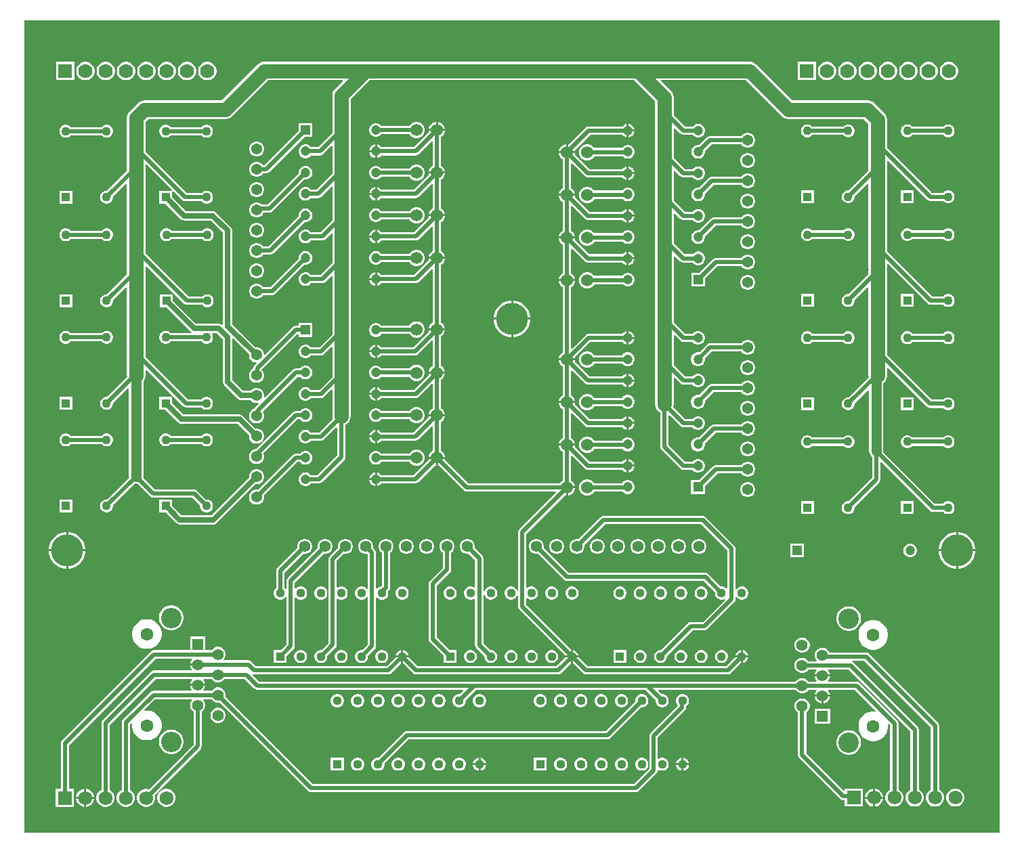
<source format=gbr>
G04*
G04 #@! TF.GenerationSoftware,Altium Limited,Altium Designer,23.7.1 (13)*
G04*
G04 Layer_Physical_Order=1*
G04 Layer_Color=255*
%FSLAX44Y44*%
%MOMM*%
G71*
G04*
G04 #@! TF.SameCoordinates,841DD010-D86F-4994-8322-40CE1CBCD204*
G04*
G04*
G04 #@! TF.FilePolarity,Positive*
G04*
G01*
G75*
%ADD31C,0.6350*%
%ADD32C,1.7780*%
%ADD33C,0.5080*%
%ADD34C,1.2700*%
%ADD35C,4.0000*%
%ADD36C,1.3650*%
%ADD37R,1.4000X1.4000*%
%ADD38C,1.4000*%
%ADD39C,2.5500*%
%ADD40C,1.6000*%
%ADD41R,1.2000X1.2000*%
%ADD42C,1.2000*%
%ADD43R,1.7250X1.7250*%
%ADD44C,1.7250*%
%ADD45R,1.1300X1.1300*%
%ADD46C,1.1300*%
%ADD47C,1.5240*%
%ADD48R,1.1000X1.1000*%
%ADD49C,1.1000*%
%ADD50C,1.7780*%
%ADD51R,1.7780X1.7780*%
%ADD52C,1.3970*%
G36*
X1473200Y254000D02*
X254000D01*
Y1270000D01*
X1473200D01*
Y254000D01*
D02*
G37*
%LPC*%
G36*
X681134Y1218443D02*
X681134Y1218443D01*
X554135D01*
X554134Y1218443D01*
X551151Y1218050D01*
X548370Y1216899D01*
X545983Y1215067D01*
X500685Y1169769D01*
X404115D01*
X401132Y1169376D01*
X398351Y1168224D01*
X395964Y1166392D01*
X395964Y1166392D01*
X385548Y1155976D01*
X383716Y1153589D01*
X382564Y1150808D01*
X382171Y1147824D01*
Y1109980D01*
Y1084580D01*
Y1081631D01*
X357445Y1056905D01*
X355672D01*
X353627Y1056357D01*
X351794Y1055299D01*
X350297Y1053802D01*
X349238Y1051968D01*
X348690Y1049924D01*
Y1047807D01*
X349238Y1045762D01*
X350297Y1043928D01*
X351794Y1042431D01*
X353627Y1041373D01*
X355672Y1040825D01*
X357789D01*
X359834Y1041373D01*
X361667Y1042431D01*
X363164Y1043928D01*
X364222Y1045762D01*
X364770Y1047807D01*
Y1049580D01*
X380998Y1065808D01*
X382171Y1065322D01*
Y980440D01*
Y957580D01*
X382256Y956938D01*
X382171Y956295D01*
Y952092D01*
X357445Y927365D01*
X355671D01*
X353627Y926817D01*
X351793Y925759D01*
X350296Y924262D01*
X349238Y922428D01*
X348690Y920384D01*
Y918267D01*
X349238Y916222D01*
X350296Y914388D01*
X351793Y912891D01*
X353627Y911833D01*
X355671Y911285D01*
X357788D01*
X359833Y911833D01*
X361666Y912891D01*
X363163Y914388D01*
X364222Y916222D01*
X364770Y918267D01*
Y920040D01*
X380998Y936268D01*
X382171Y935782D01*
Y853440D01*
Y825500D01*
X382367Y824017D01*
X357445Y799095D01*
X355671D01*
X353627Y798547D01*
X351793Y797489D01*
X350296Y795992D01*
X349238Y794158D01*
X348690Y792114D01*
Y789997D01*
X349238Y787952D01*
X350296Y786118D01*
X351793Y784622D01*
X353627Y783563D01*
X355671Y783015D01*
X357788D01*
X359833Y783563D01*
X361666Y784622D01*
X363163Y786118D01*
X364222Y787952D01*
X364770Y789997D01*
Y791770D01*
X383560Y810560D01*
X384733Y810074D01*
Y699755D01*
X384924Y698305D01*
X357445Y670825D01*
X355671D01*
X353627Y670277D01*
X351793Y669219D01*
X350296Y667722D01*
X349238Y665888D01*
X348690Y663844D01*
Y661727D01*
X349238Y659682D01*
X350296Y657848D01*
X351793Y656351D01*
X353627Y655293D01*
X355671Y654745D01*
X357788D01*
X359833Y655293D01*
X361666Y656351D01*
X363163Y657848D01*
X364222Y659682D01*
X364770Y661727D01*
Y663500D01*
X392249Y690980D01*
X393700Y690789D01*
X395151Y690980D01*
X411613Y674518D01*
X413293Y673395D01*
X415275Y673000D01*
X464129D01*
X473630Y663500D01*
Y661727D01*
X474178Y659682D01*
X475236Y657848D01*
X476733Y656351D01*
X478567Y655293D01*
X480611Y654745D01*
X482728D01*
X484773Y655293D01*
X486606Y656351D01*
X488103Y657848D01*
X489162Y659682D01*
X489710Y661727D01*
Y663844D01*
X489162Y665888D01*
X488103Y667722D01*
X486606Y669219D01*
X484773Y670277D01*
X482728Y670825D01*
X480955D01*
X469937Y681842D01*
X468257Y682965D01*
X466275Y683360D01*
X417421D01*
X402476Y698305D01*
X402667Y699755D01*
Y818410D01*
X403684Y819736D01*
X404836Y822516D01*
X405229Y825500D01*
Y832927D01*
X406402Y833413D01*
X452422Y787393D01*
X454103Y786270D01*
X456085Y785875D01*
X475479D01*
X476733Y784622D01*
X478567Y783563D01*
X480611Y783015D01*
X482728D01*
X484773Y783563D01*
X486606Y784622D01*
X488103Y786118D01*
X489162Y787952D01*
X489710Y789997D01*
Y792114D01*
X489162Y794158D01*
X488103Y795992D01*
X486606Y797489D01*
X484773Y798547D01*
X482728Y799095D01*
X480611D01*
X478567Y798547D01*
X476733Y797489D01*
X475479Y796235D01*
X458230D01*
X405229Y849236D01*
Y853440D01*
Y956295D01*
X405144Y956938D01*
X405229Y957580D01*
Y962467D01*
X406402Y962953D01*
X453693Y915663D01*
X455373Y914540D01*
X457355Y914146D01*
X476381D01*
X477635Y912891D01*
X479469Y911833D01*
X481514Y911285D01*
X483631D01*
X485675Y911833D01*
X487509Y912891D01*
X489006Y914388D01*
X490064Y916222D01*
X490612Y918267D01*
Y920384D01*
X490064Y922428D01*
X489006Y924262D01*
X487509Y925759D01*
X485675Y926817D01*
X483631Y927365D01*
X481514D01*
X479469Y926817D01*
X477635Y925759D01*
X476381Y924505D01*
X459500D01*
X405229Y978776D01*
Y980440D01*
Y1084580D01*
Y1089467D01*
X406402Y1089953D01*
X438180Y1058175D01*
X437654Y1056905D01*
X422630D01*
Y1040825D01*
X430470D01*
X449815Y1021480D01*
X451705Y1020217D01*
X453935Y1019773D01*
X487187D01*
X502173Y1004787D01*
Y889411D01*
X500903Y889029D01*
X499220Y890154D01*
X496990Y890597D01*
X468540D01*
X439612Y919526D01*
Y927365D01*
X423532D01*
Y911285D01*
X431371D01*
X462006Y880650D01*
X462972Y880005D01*
X462587Y878735D01*
X436861D01*
X435607Y879989D01*
X433773Y881047D01*
X431729Y881595D01*
X429612D01*
X427567Y881047D01*
X425733Y879989D01*
X424237Y878492D01*
X423178Y876659D01*
X422630Y874614D01*
Y872497D01*
X423178Y870452D01*
X424237Y868619D01*
X425733Y867122D01*
X427567Y866063D01*
X429612Y865515D01*
X431729D01*
X433773Y866063D01*
X435607Y867122D01*
X436861Y868376D01*
X475479D01*
X476733Y867122D01*
X478567Y866063D01*
X480611Y865515D01*
X482728D01*
X484773Y866063D01*
X486606Y867122D01*
X488103Y868619D01*
X489162Y870452D01*
X489710Y872497D01*
Y874614D01*
X489162Y876659D01*
X488576Y877673D01*
X489309Y878943D01*
X494576D01*
X502173Y871346D01*
Y817880D01*
X502617Y815650D01*
X503880Y813760D01*
X521105Y796535D01*
X522995Y795272D01*
X525225Y794828D01*
X536778D01*
X538445Y793161D01*
X540581Y791928D01*
X542963Y791290D01*
X545428D01*
X546140Y791481D01*
X546797Y790342D01*
X542173Y785718D01*
X541107Y784123D01*
X540581Y783982D01*
X538445Y782749D01*
X536702Y781005D01*
X535469Y778870D01*
X534831Y776488D01*
Y774022D01*
X535469Y771640D01*
X536702Y769505D01*
X538445Y767761D01*
X540581Y766528D01*
X542963Y765890D01*
X545428D01*
X547810Y766528D01*
X549946Y767761D01*
X551689Y769505D01*
X552922Y771640D01*
X553560Y774022D01*
Y776488D01*
X552922Y778870D01*
X551843Y780739D01*
X595320Y824215D01*
X598648D01*
X598685Y824151D01*
X600276Y822561D01*
X602223Y821436D01*
X604395Y820854D01*
X606643D01*
X608815Y821436D01*
X610763Y822561D01*
X612353Y824151D01*
X613477Y826098D01*
X614059Y828270D01*
Y830519D01*
X613477Y832691D01*
X612353Y834638D01*
X610763Y836228D01*
X608815Y837352D01*
X606643Y837934D01*
X604395D01*
X602223Y837352D01*
X600276Y836228D01*
X598685Y834638D01*
X598648Y834574D01*
X593174D01*
X591192Y834180D01*
X589512Y833057D01*
X554509Y798054D01*
X553370Y798711D01*
X553560Y799422D01*
Y801888D01*
X552922Y804270D01*
X551689Y806405D01*
X549946Y808149D01*
X547810Y809382D01*
X545428Y810020D01*
X542963D01*
X540581Y809382D01*
X538445Y808149D01*
X536778Y806482D01*
X527638D01*
X513827Y820294D01*
Y871924D01*
X515000Y872410D01*
X534831Y852580D01*
Y850222D01*
X535469Y847840D01*
X536702Y845705D01*
X538445Y843961D01*
X540581Y842728D01*
X542963Y842090D01*
X543546D01*
X544032Y840917D01*
X541817Y838702D01*
X540695Y837022D01*
X540300Y835040D01*
Y834620D01*
X538445Y833549D01*
X536702Y831805D01*
X535469Y829670D01*
X534831Y827288D01*
Y824822D01*
X535469Y822440D01*
X536702Y820305D01*
X538445Y818561D01*
X540581Y817328D01*
X542963Y816690D01*
X545428D01*
X547810Y817328D01*
X549946Y818561D01*
X551689Y820305D01*
X552922Y822440D01*
X553560Y824822D01*
Y827288D01*
X552922Y829670D01*
X551689Y831805D01*
X550659Y832836D01*
Y832894D01*
X595280Y877515D01*
X596979D01*
Y874154D01*
X614059D01*
Y891234D01*
X596979D01*
Y887874D01*
X593134D01*
X591152Y887479D01*
X589472Y886357D01*
X554734Y851619D01*
X553560Y852105D01*
Y852688D01*
X552922Y855070D01*
X551689Y857206D01*
X549946Y858949D01*
X547810Y860182D01*
X545428Y860820D01*
X543071D01*
X513827Y890064D01*
Y1007200D01*
X513383Y1009430D01*
X512120Y1011321D01*
X493721Y1029721D01*
X491830Y1030984D01*
X489600Y1031427D01*
X456349D01*
X438710Y1049066D01*
Y1055849D01*
X439980Y1056375D01*
X451152Y1045203D01*
X452833Y1044080D01*
X454815Y1043686D01*
X475479D01*
X476733Y1042431D01*
X478567Y1041373D01*
X480611Y1040825D01*
X482728D01*
X484773Y1041373D01*
X486606Y1042431D01*
X488103Y1043928D01*
X489162Y1045762D01*
X489710Y1047807D01*
Y1049924D01*
X489162Y1051968D01*
X488103Y1053802D01*
X486606Y1055299D01*
X484773Y1056357D01*
X482728Y1056905D01*
X480611D01*
X478567Y1056357D01*
X476733Y1055299D01*
X475479Y1054045D01*
X456960D01*
X405229Y1105776D01*
Y1109980D01*
Y1143049D01*
X408891Y1146711D01*
X505460D01*
X508444Y1147104D01*
X511224Y1148256D01*
X513612Y1150088D01*
X558910Y1195386D01*
X651643D01*
X652129Y1194213D01*
X642262Y1184346D01*
X640430Y1181959D01*
X639278Y1179178D01*
X638886Y1176194D01*
Y1133014D01*
Y1128811D01*
X621461Y1111386D01*
X612390D01*
X612353Y1111450D01*
X610763Y1113040D01*
X608815Y1114164D01*
X606643Y1114746D01*
X604395D01*
X602223Y1114164D01*
X600276Y1113040D01*
X598685Y1111450D01*
X597561Y1109502D01*
X596979Y1107330D01*
Y1105082D01*
X597561Y1102910D01*
X598685Y1100962D01*
X600276Y1099372D01*
X602223Y1098248D01*
X604395Y1097666D01*
X606643D01*
X608815Y1098248D01*
X610763Y1099372D01*
X612353Y1100962D01*
X612390Y1101027D01*
X623606D01*
X625588Y1101421D01*
X627268Y1102544D01*
X637712Y1112987D01*
X638886Y1112501D01*
Y1082040D01*
Y1077836D01*
X619135Y1058086D01*
X612390D01*
X612353Y1058150D01*
X610763Y1059740D01*
X608815Y1060864D01*
X606643Y1061446D01*
X604395D01*
X602223Y1060864D01*
X600276Y1059740D01*
X598685Y1058150D01*
X597561Y1056202D01*
X596979Y1054031D01*
Y1051782D01*
X597561Y1049610D01*
X598685Y1047663D01*
X600276Y1046072D01*
X602223Y1044948D01*
X604395Y1044366D01*
X606643D01*
X608815Y1044948D01*
X610763Y1046072D01*
X612353Y1047663D01*
X612390Y1047727D01*
X621280D01*
X623263Y1048121D01*
X624943Y1049244D01*
X637712Y1062013D01*
X638886Y1061527D01*
Y1023620D01*
Y1019416D01*
X624255Y1004785D01*
X612390D01*
X612353Y1004849D01*
X610763Y1006440D01*
X608815Y1007564D01*
X606643Y1008146D01*
X604395D01*
X602223Y1007564D01*
X600276Y1006440D01*
X598685Y1004849D01*
X597561Y1002902D01*
X596979Y1000730D01*
Y998482D01*
X597561Y996310D01*
X598685Y994362D01*
X600276Y992772D01*
X602223Y991648D01*
X604395Y991066D01*
X606643D01*
X608815Y991648D01*
X610763Y992772D01*
X612353Y994362D01*
X612390Y994426D01*
X626400D01*
X628382Y994821D01*
X630062Y995943D01*
X637712Y1003593D01*
X638886Y1003107D01*
Y970280D01*
Y966076D01*
X624295Y951486D01*
X612390D01*
X612353Y951550D01*
X610763Y953140D01*
X608815Y954264D01*
X606643Y954846D01*
X604395D01*
X602223Y954264D01*
X600276Y953140D01*
X598685Y951550D01*
X597561Y949602D01*
X596979Y947430D01*
Y945182D01*
X597561Y943010D01*
X598685Y941062D01*
X600276Y939472D01*
X602223Y938348D01*
X604395Y937766D01*
X606643D01*
X608815Y938348D01*
X610763Y939472D01*
X612353Y941062D01*
X612390Y941126D01*
X626440D01*
X628422Y941521D01*
X630103Y942644D01*
X637712Y950253D01*
X638886Y949767D01*
Y881554D01*
Y877351D01*
X622749Y861214D01*
X612390D01*
X612353Y861278D01*
X610763Y862868D01*
X608815Y863992D01*
X606643Y864574D01*
X604395D01*
X602223Y863992D01*
X600276Y862868D01*
X598685Y861278D01*
X597561Y859331D01*
X596979Y857159D01*
Y854910D01*
X597561Y852738D01*
X598685Y850791D01*
X600276Y849201D01*
X602223Y848076D01*
X604395Y847494D01*
X606643D01*
X608815Y848076D01*
X610763Y849201D01*
X612353Y850791D01*
X612390Y850855D01*
X624894D01*
X626876Y851249D01*
X628557Y852372D01*
X637712Y861527D01*
X638886Y861041D01*
Y828214D01*
Y824011D01*
X622789Y807914D01*
X612390D01*
X612353Y807978D01*
X610763Y809568D01*
X608815Y810693D01*
X606643Y811274D01*
X604395D01*
X602223Y810693D01*
X600276Y809568D01*
X598685Y807978D01*
X597561Y806031D01*
X596979Y803859D01*
Y801610D01*
X597561Y799438D01*
X598685Y797491D01*
X600276Y795901D01*
X602223Y794777D01*
X604395Y794194D01*
X606643D01*
X608815Y794777D01*
X610763Y795901D01*
X612353Y797491D01*
X612390Y797555D01*
X624935D01*
X626917Y797949D01*
X628597Y799072D01*
X637712Y808187D01*
X638886Y807701D01*
Y774874D01*
X639278Y771890D01*
X639521Y771306D01*
X622829Y754614D01*
X612390D01*
X612353Y754678D01*
X610763Y756268D01*
X608815Y757393D01*
X606643Y757975D01*
X604395D01*
X602223Y757393D01*
X600276Y756268D01*
X598685Y754678D01*
X597561Y752731D01*
X596979Y750559D01*
Y748310D01*
X597561Y746138D01*
X598685Y744191D01*
X600276Y742601D01*
X602223Y741477D01*
X604395Y740895D01*
X606643D01*
X608815Y741477D01*
X610763Y742601D01*
X612353Y744191D01*
X612390Y744255D01*
X624975D01*
X626957Y744649D01*
X628637Y745772D01*
X644061Y761196D01*
X645235Y760710D01*
Y726220D01*
X620329Y701314D01*
X612390D01*
X612353Y701378D01*
X610763Y702968D01*
X608815Y704092D01*
X606643Y704674D01*
X604395D01*
X602223Y704092D01*
X600276Y702968D01*
X598685Y701378D01*
X597561Y699431D01*
X596979Y697259D01*
Y695010D01*
X597561Y692838D01*
X598685Y690891D01*
X600276Y689301D01*
X602223Y688176D01*
X604395Y687594D01*
X606643D01*
X608815Y688176D01*
X610763Y689301D01*
X612353Y690891D01*
X612390Y690955D01*
X622474D01*
X624456Y691349D01*
X626137Y692472D01*
X654077Y720412D01*
X655200Y722092D01*
X655594Y724074D01*
Y764648D01*
X656179Y764890D01*
X658566Y766722D01*
X660398Y769110D01*
X661550Y771890D01*
X661943Y774874D01*
Y828214D01*
Y881554D01*
Y970280D01*
Y1023620D01*
Y1082040D01*
Y1133014D01*
Y1171419D01*
X685910Y1195386D01*
X1015890D01*
X1042571Y1168705D01*
Y1155700D01*
Y1102360D01*
Y1049020D01*
Y995680D01*
Y896620D01*
Y843280D01*
Y789940D01*
X1042964Y786956D01*
X1044116Y784176D01*
X1045948Y781788D01*
X1048336Y779956D01*
X1048921Y779714D01*
Y736600D01*
X1049315Y734618D01*
X1050437Y732937D01*
X1074098Y709277D01*
X1075778Y708155D01*
X1077760Y707760D01*
X1089188D01*
X1089225Y707696D01*
X1090815Y706106D01*
X1092763Y704982D01*
X1094934Y704400D01*
X1097183D01*
X1099355Y704982D01*
X1101302Y706106D01*
X1102893Y707696D01*
X1104017Y709644D01*
X1104599Y711816D01*
Y714064D01*
X1104017Y716236D01*
X1102893Y718184D01*
X1101302Y719774D01*
X1099355Y720898D01*
X1097183Y721480D01*
X1094934D01*
X1092763Y720898D01*
X1090815Y719774D01*
X1089225Y718184D01*
X1089188Y718119D01*
X1079905D01*
X1059279Y738745D01*
Y775776D01*
X1060453Y776262D01*
X1074137Y762578D01*
X1075818Y761455D01*
X1077800Y761061D01*
X1089188D01*
X1089225Y760997D01*
X1090815Y759407D01*
X1092763Y758282D01*
X1094934Y757700D01*
X1097183D01*
X1099355Y758282D01*
X1101302Y759407D01*
X1102893Y760997D01*
X1104017Y762944D01*
X1104599Y765116D01*
Y767365D01*
X1104017Y769537D01*
X1102893Y771484D01*
X1101302Y773074D01*
X1099355Y774198D01*
X1097183Y774780D01*
X1094934D01*
X1092763Y774198D01*
X1090815Y773074D01*
X1089225Y771484D01*
X1089188Y771420D01*
X1079945D01*
X1064994Y786371D01*
X1065236Y786956D01*
X1065629Y789940D01*
Y822767D01*
X1066802Y823253D01*
X1074177Y815878D01*
X1074177Y815878D01*
X1075858Y814755D01*
X1077840Y814361D01*
X1077840Y814361D01*
X1089188D01*
X1089225Y814296D01*
X1090815Y812707D01*
X1092763Y811582D01*
X1094934Y811000D01*
X1097183D01*
X1099355Y811582D01*
X1101302Y812707D01*
X1102893Y814296D01*
X1104017Y816244D01*
X1104599Y818416D01*
Y820664D01*
X1104017Y822837D01*
X1102893Y824784D01*
X1101302Y826374D01*
X1099355Y827498D01*
X1097183Y828080D01*
X1094934D01*
X1092763Y827498D01*
X1090815Y826374D01*
X1089225Y824784D01*
X1089188Y824720D01*
X1079985D01*
X1065629Y839076D01*
Y843280D01*
Y876107D01*
X1066802Y876593D01*
X1074218Y869177D01*
X1075898Y868055D01*
X1077880Y867661D01*
X1089188D01*
X1089225Y867596D01*
X1090815Y866006D01*
X1092763Y864882D01*
X1094934Y864300D01*
X1097183D01*
X1099355Y864882D01*
X1101302Y866006D01*
X1102893Y867596D01*
X1104017Y869544D01*
X1104599Y871716D01*
Y873964D01*
X1104017Y876136D01*
X1102893Y878084D01*
X1101302Y879674D01*
X1099355Y880798D01*
X1097183Y881380D01*
X1094934D01*
X1092763Y880798D01*
X1090815Y879674D01*
X1089225Y878084D01*
X1089188Y878019D01*
X1080025D01*
X1065629Y892416D01*
Y896620D01*
Y975167D01*
X1066802Y975653D01*
X1073790Y968665D01*
X1075470Y967542D01*
X1077452Y967148D01*
X1077452Y967148D01*
X1089431D01*
X1089468Y967084D01*
X1091058Y965494D01*
X1093005Y964370D01*
X1095177Y963788D01*
X1097426D01*
X1099598Y964370D01*
X1101545Y965494D01*
X1103135Y967084D01*
X1104260Y969031D01*
X1104842Y971203D01*
Y973452D01*
X1104260Y975624D01*
X1103135Y977571D01*
X1101545Y979161D01*
X1099598Y980286D01*
X1097426Y980868D01*
X1095177D01*
X1093005Y980286D01*
X1091058Y979161D01*
X1089468Y977571D01*
X1089431Y977507D01*
X1079598D01*
X1065629Y991476D01*
Y995680D01*
Y1028507D01*
X1066802Y1028993D01*
X1073829Y1021966D01*
X1075510Y1020843D01*
X1077492Y1020449D01*
X1089431D01*
X1089468Y1020384D01*
X1091058Y1018794D01*
X1093005Y1017670D01*
X1095177Y1017088D01*
X1097426D01*
X1099598Y1017670D01*
X1101545Y1018794D01*
X1103135Y1020384D01*
X1104260Y1022332D01*
X1104842Y1024504D01*
Y1026752D01*
X1104260Y1028924D01*
X1103135Y1030872D01*
X1101545Y1032462D01*
X1099598Y1033586D01*
X1097426Y1034168D01*
X1095177D01*
X1093005Y1033586D01*
X1091058Y1032462D01*
X1089468Y1030872D01*
X1089431Y1030808D01*
X1079637D01*
X1065629Y1044816D01*
Y1049020D01*
Y1081847D01*
X1066802Y1082333D01*
X1073869Y1075266D01*
X1075550Y1074143D01*
X1077532Y1073748D01*
X1089431D01*
X1089468Y1073684D01*
X1091058Y1072094D01*
X1093005Y1070970D01*
X1095177Y1070388D01*
X1097426D01*
X1099598Y1070970D01*
X1101545Y1072094D01*
X1103135Y1073684D01*
X1104260Y1075632D01*
X1104842Y1077804D01*
Y1080052D01*
X1104260Y1082224D01*
X1103135Y1084172D01*
X1101545Y1085762D01*
X1099598Y1086886D01*
X1097426Y1087468D01*
X1095177D01*
X1093005Y1086886D01*
X1091058Y1085762D01*
X1089468Y1084172D01*
X1089431Y1084108D01*
X1079677D01*
X1065629Y1098156D01*
Y1102360D01*
Y1135187D01*
X1066802Y1135673D01*
X1073910Y1128565D01*
X1075590Y1127443D01*
X1077572Y1127048D01*
X1089431D01*
X1089468Y1126984D01*
X1091058Y1125394D01*
X1093005Y1124270D01*
X1095177Y1123688D01*
X1097426D01*
X1099598Y1124270D01*
X1101545Y1125394D01*
X1103135Y1126984D01*
X1104260Y1128932D01*
X1104842Y1131104D01*
Y1133352D01*
X1104260Y1135524D01*
X1103135Y1137471D01*
X1101545Y1139062D01*
X1099598Y1140186D01*
X1097426Y1140768D01*
X1095177D01*
X1093005Y1140186D01*
X1091058Y1139062D01*
X1089468Y1137471D01*
X1089431Y1137407D01*
X1079718D01*
X1065629Y1151496D01*
Y1155700D01*
Y1173480D01*
X1065629Y1173480D01*
X1065236Y1176464D01*
X1064084Y1179244D01*
X1062252Y1181632D01*
X1062252Y1181632D01*
X1049671Y1194213D01*
X1050157Y1195386D01*
X1155590D01*
X1200888Y1150088D01*
X1203276Y1148256D01*
X1206056Y1147104D01*
X1209040Y1146711D01*
X1209040Y1146711D01*
X1303325D01*
X1309271Y1140765D01*
Y1115060D01*
Y1084580D01*
Y1082077D01*
X1284545Y1057351D01*
X1282772D01*
X1280727Y1056803D01*
X1278894Y1055745D01*
X1277397Y1054248D01*
X1276338Y1052414D01*
X1275790Y1050370D01*
Y1048253D01*
X1276338Y1046208D01*
X1277397Y1044374D01*
X1278894Y1042878D01*
X1280727Y1041819D01*
X1282772Y1041271D01*
X1284889D01*
X1286934Y1041819D01*
X1288767Y1042878D01*
X1290264Y1044374D01*
X1291322Y1046208D01*
X1291870Y1048253D01*
Y1050026D01*
X1308098Y1066254D01*
X1309271Y1065768D01*
Y985520D01*
Y960120D01*
X1309512Y958296D01*
X1309271Y956473D01*
Y952269D01*
X1284545Y927543D01*
X1282772D01*
X1280727Y926995D01*
X1278894Y925937D01*
X1277397Y924439D01*
X1276338Y922606D01*
X1275790Y920561D01*
Y918444D01*
X1276338Y916400D01*
X1277397Y914566D01*
X1278894Y913069D01*
X1280727Y912011D01*
X1282772Y911463D01*
X1284889D01*
X1286934Y912011D01*
X1288767Y913069D01*
X1290264Y914566D01*
X1291322Y916400D01*
X1291870Y918444D01*
Y920218D01*
X1308098Y936446D01*
X1309271Y935960D01*
Y855980D01*
Y825500D01*
X1309539Y823471D01*
X1284545Y798477D01*
X1282772D01*
X1280727Y797929D01*
X1278894Y796871D01*
X1277397Y795374D01*
X1276338Y793541D01*
X1275790Y791496D01*
Y789379D01*
X1276338Y787334D01*
X1277397Y785501D01*
X1278894Y784004D01*
X1280727Y782945D01*
X1282772Y782397D01*
X1284889D01*
X1286934Y782945D01*
X1288767Y784004D01*
X1290264Y785501D01*
X1291322Y787334D01*
X1291870Y789379D01*
Y791152D01*
X1308753Y808035D01*
X1309926Y807549D01*
Y731520D01*
X1310232Y729199D01*
X1311128Y727037D01*
X1312552Y725180D01*
X1313714Y724289D01*
Y697683D01*
X1284545Y668515D01*
X1282772D01*
X1280727Y667967D01*
X1278894Y666909D01*
X1277397Y665412D01*
X1276338Y663578D01*
X1275790Y661534D01*
Y659417D01*
X1276338Y657372D01*
X1277397Y655538D01*
X1278894Y654042D01*
X1280727Y652983D01*
X1282772Y652435D01*
X1284889D01*
X1286934Y652983D01*
X1288767Y654042D01*
X1290264Y655538D01*
X1291322Y657372D01*
X1291870Y659417D01*
Y661190D01*
X1322555Y691875D01*
X1323678Y693556D01*
X1324073Y695538D01*
X1324073Y695538D01*
Y717356D01*
X1325246Y717842D01*
X1386275Y656813D01*
X1387956Y655690D01*
X1389938Y655296D01*
X1402579D01*
X1403833Y654042D01*
X1405667Y652983D01*
X1407711Y652435D01*
X1409828D01*
X1411873Y652983D01*
X1413707Y654042D01*
X1415203Y655538D01*
X1416262Y657372D01*
X1416810Y659417D01*
Y661534D01*
X1416262Y663578D01*
X1415203Y665412D01*
X1413707Y666909D01*
X1411873Y667967D01*
X1409828Y668515D01*
X1407711D01*
X1405667Y667967D01*
X1403833Y666909D01*
X1402579Y665655D01*
X1392083D01*
X1327669Y730069D01*
X1327860Y731520D01*
Y816510D01*
X1328952Y817348D01*
X1330784Y819736D01*
X1331936Y822516D01*
X1332329Y825500D01*
Y835467D01*
X1333502Y835953D01*
X1382680Y786775D01*
X1384360Y785653D01*
X1386342Y785258D01*
X1386342Y785258D01*
X1402579D01*
X1403833Y784004D01*
X1405667Y782946D01*
X1407711Y782398D01*
X1409828D01*
X1411873Y782946D01*
X1413707Y784004D01*
X1415203Y785501D01*
X1416262Y787335D01*
X1416810Y789379D01*
Y791496D01*
X1416262Y793541D01*
X1415203Y795375D01*
X1413707Y796871D01*
X1411873Y797930D01*
X1409828Y798478D01*
X1407711D01*
X1405667Y797930D01*
X1403833Y796871D01*
X1402579Y795617D01*
X1388488D01*
X1332329Y851776D01*
Y855980D01*
Y956473D01*
X1332088Y958296D01*
X1332329Y960120D01*
Y965007D01*
X1333502Y965493D01*
X1383155Y915841D01*
X1383155Y915840D01*
X1384835Y914718D01*
X1386817Y914323D01*
X1402579D01*
X1403833Y913069D01*
X1405667Y912011D01*
X1407711Y911463D01*
X1409828D01*
X1411873Y912011D01*
X1413707Y913069D01*
X1415203Y914566D01*
X1416262Y916400D01*
X1416810Y918444D01*
Y920561D01*
X1416262Y922606D01*
X1415203Y924439D01*
X1413707Y925937D01*
X1411873Y926995D01*
X1409828Y927543D01*
X1407711D01*
X1405667Y926995D01*
X1403833Y925937D01*
X1402579Y924682D01*
X1388963D01*
X1332329Y981316D01*
Y985520D01*
Y1084580D01*
Y1094547D01*
X1333502Y1095033D01*
X1382886Y1045649D01*
X1384567Y1044526D01*
X1386549Y1044132D01*
X1402579D01*
X1403833Y1042878D01*
X1405667Y1041819D01*
X1407711Y1041271D01*
X1409828D01*
X1411873Y1041819D01*
X1413707Y1042878D01*
X1415203Y1044374D01*
X1416262Y1046208D01*
X1416810Y1048253D01*
Y1050370D01*
X1416262Y1052414D01*
X1415203Y1054248D01*
X1413707Y1055745D01*
X1411873Y1056803D01*
X1409828Y1057351D01*
X1407711D01*
X1405667Y1056803D01*
X1403833Y1055745D01*
X1402579Y1054491D01*
X1388694D01*
X1332329Y1110856D01*
Y1115060D01*
Y1145540D01*
X1332329Y1145540D01*
X1331936Y1148524D01*
X1330784Y1151304D01*
X1328952Y1153692D01*
X1316252Y1166392D01*
X1313864Y1168224D01*
X1311084Y1169376D01*
X1308100Y1169769D01*
X1213815D01*
X1168517Y1215067D01*
X1166130Y1216899D01*
X1163349Y1218050D01*
X1160366Y1218443D01*
X681135D01*
X681134Y1218443D01*
D02*
G37*
G36*
X1411205Y1217930D02*
X1408195D01*
X1405288Y1217151D01*
X1402682Y1215646D01*
X1400554Y1213518D01*
X1399049Y1210912D01*
X1398270Y1208005D01*
Y1204995D01*
X1399049Y1202088D01*
X1400554Y1199482D01*
X1402682Y1197354D01*
X1405288Y1195849D01*
X1408195Y1195070D01*
X1411205D01*
X1414112Y1195849D01*
X1416718Y1197354D01*
X1418846Y1199482D01*
X1420351Y1202088D01*
X1421130Y1204995D01*
Y1208005D01*
X1420351Y1210912D01*
X1418846Y1213518D01*
X1416718Y1215646D01*
X1414112Y1217151D01*
X1411205Y1217930D01*
D02*
G37*
G36*
X1385805D02*
X1382795D01*
X1379888Y1217151D01*
X1377282Y1215646D01*
X1375154Y1213518D01*
X1373649Y1210912D01*
X1372870Y1208005D01*
Y1204995D01*
X1373649Y1202088D01*
X1375154Y1199482D01*
X1377282Y1197354D01*
X1379888Y1195849D01*
X1382795Y1195070D01*
X1385805D01*
X1388712Y1195849D01*
X1391318Y1197354D01*
X1393446Y1199482D01*
X1394951Y1202088D01*
X1395730Y1204995D01*
Y1208005D01*
X1394951Y1210912D01*
X1393446Y1213518D01*
X1391318Y1215646D01*
X1388712Y1217151D01*
X1385805Y1217930D01*
D02*
G37*
G36*
X1360405D02*
X1357395D01*
X1354488Y1217151D01*
X1351882Y1215646D01*
X1349754Y1213518D01*
X1348249Y1210912D01*
X1347470Y1208005D01*
Y1204995D01*
X1348249Y1202088D01*
X1349754Y1199482D01*
X1351882Y1197354D01*
X1354488Y1195849D01*
X1357395Y1195070D01*
X1360405D01*
X1363312Y1195849D01*
X1365918Y1197354D01*
X1368046Y1199482D01*
X1369551Y1202088D01*
X1370330Y1204995D01*
Y1208005D01*
X1369551Y1210912D01*
X1368046Y1213518D01*
X1365918Y1215646D01*
X1363312Y1217151D01*
X1360405Y1217930D01*
D02*
G37*
G36*
X1335005D02*
X1331995D01*
X1329088Y1217151D01*
X1326482Y1215646D01*
X1324354Y1213518D01*
X1322849Y1210912D01*
X1322070Y1208005D01*
Y1204995D01*
X1322849Y1202088D01*
X1324354Y1199482D01*
X1326482Y1197354D01*
X1329088Y1195849D01*
X1331995Y1195070D01*
X1335005D01*
X1337912Y1195849D01*
X1340518Y1197354D01*
X1342646Y1199482D01*
X1344151Y1202088D01*
X1344930Y1204995D01*
Y1208005D01*
X1344151Y1210912D01*
X1342646Y1213518D01*
X1340518Y1215646D01*
X1337912Y1217151D01*
X1335005Y1217930D01*
D02*
G37*
G36*
X1309605D02*
X1306595D01*
X1303688Y1217151D01*
X1301082Y1215646D01*
X1298954Y1213518D01*
X1297449Y1210912D01*
X1296670Y1208005D01*
Y1204995D01*
X1297449Y1202088D01*
X1298954Y1199482D01*
X1301082Y1197354D01*
X1303688Y1195849D01*
X1306595Y1195070D01*
X1309605D01*
X1312512Y1195849D01*
X1315118Y1197354D01*
X1317246Y1199482D01*
X1318751Y1202088D01*
X1319530Y1204995D01*
Y1208005D01*
X1318751Y1210912D01*
X1317246Y1213518D01*
X1315118Y1215646D01*
X1312512Y1217151D01*
X1309605Y1217930D01*
D02*
G37*
G36*
X1284205D02*
X1281195D01*
X1278288Y1217151D01*
X1275682Y1215646D01*
X1273554Y1213518D01*
X1272049Y1210912D01*
X1271270Y1208005D01*
Y1204995D01*
X1272049Y1202088D01*
X1273554Y1199482D01*
X1275682Y1197354D01*
X1278288Y1195849D01*
X1281195Y1195070D01*
X1284205D01*
X1287112Y1195849D01*
X1289718Y1197354D01*
X1291846Y1199482D01*
X1293351Y1202088D01*
X1294130Y1204995D01*
Y1208005D01*
X1293351Y1210912D01*
X1291846Y1213518D01*
X1289718Y1215646D01*
X1287112Y1217151D01*
X1284205Y1217930D01*
D02*
G37*
G36*
X1258805D02*
X1255795D01*
X1252888Y1217151D01*
X1250282Y1215646D01*
X1248154Y1213518D01*
X1246649Y1210912D01*
X1245870Y1208005D01*
Y1204995D01*
X1246649Y1202088D01*
X1248154Y1199482D01*
X1250282Y1197354D01*
X1252888Y1195849D01*
X1255795Y1195070D01*
X1258805D01*
X1261712Y1195849D01*
X1264318Y1197354D01*
X1266446Y1199482D01*
X1267951Y1202088D01*
X1268730Y1204995D01*
Y1208005D01*
X1267951Y1210912D01*
X1266446Y1213518D01*
X1264318Y1215646D01*
X1261712Y1217151D01*
X1258805Y1217930D01*
D02*
G37*
G36*
X1243330D02*
X1220470D01*
Y1195070D01*
X1243330D01*
Y1217930D01*
D02*
G37*
G36*
X484105D02*
X481095D01*
X478188Y1217151D01*
X475582Y1215646D01*
X473454Y1213518D01*
X471949Y1210912D01*
X471170Y1208005D01*
Y1204995D01*
X471949Y1202088D01*
X473454Y1199482D01*
X475582Y1197354D01*
X478188Y1195849D01*
X481095Y1195070D01*
X484105D01*
X487012Y1195849D01*
X489618Y1197354D01*
X491746Y1199482D01*
X493251Y1202088D01*
X494030Y1204995D01*
Y1208005D01*
X493251Y1210912D01*
X491746Y1213518D01*
X489618Y1215646D01*
X487012Y1217151D01*
X484105Y1217930D01*
D02*
G37*
G36*
X458705D02*
X455695D01*
X452788Y1217151D01*
X450182Y1215646D01*
X448054Y1213518D01*
X446549Y1210912D01*
X445770Y1208005D01*
Y1204995D01*
X446549Y1202088D01*
X448054Y1199482D01*
X450182Y1197354D01*
X452788Y1195849D01*
X455695Y1195070D01*
X458705D01*
X461612Y1195849D01*
X464218Y1197354D01*
X466346Y1199482D01*
X467851Y1202088D01*
X468630Y1204995D01*
Y1208005D01*
X467851Y1210912D01*
X466346Y1213518D01*
X464218Y1215646D01*
X461612Y1217151D01*
X458705Y1217930D01*
D02*
G37*
G36*
X433305D02*
X430295D01*
X427388Y1217151D01*
X424782Y1215646D01*
X422654Y1213518D01*
X421149Y1210912D01*
X420370Y1208005D01*
Y1204995D01*
X421149Y1202088D01*
X422654Y1199482D01*
X424782Y1197354D01*
X427388Y1195849D01*
X430295Y1195070D01*
X433305D01*
X436212Y1195849D01*
X438818Y1197354D01*
X440946Y1199482D01*
X442451Y1202088D01*
X443230Y1204995D01*
Y1208005D01*
X442451Y1210912D01*
X440946Y1213518D01*
X438818Y1215646D01*
X436212Y1217151D01*
X433305Y1217930D01*
D02*
G37*
G36*
X407905D02*
X404895D01*
X401988Y1217151D01*
X399382Y1215646D01*
X397254Y1213518D01*
X395749Y1210912D01*
X394970Y1208005D01*
Y1204995D01*
X395749Y1202088D01*
X397254Y1199482D01*
X399382Y1197354D01*
X401988Y1195849D01*
X404895Y1195070D01*
X407905D01*
X410812Y1195849D01*
X413418Y1197354D01*
X415546Y1199482D01*
X417051Y1202088D01*
X417830Y1204995D01*
Y1208005D01*
X417051Y1210912D01*
X415546Y1213518D01*
X413418Y1215646D01*
X410812Y1217151D01*
X407905Y1217930D01*
D02*
G37*
G36*
X382505D02*
X379495D01*
X376588Y1217151D01*
X373982Y1215646D01*
X371854Y1213518D01*
X370349Y1210912D01*
X369570Y1208005D01*
Y1204995D01*
X370349Y1202088D01*
X371854Y1199482D01*
X373982Y1197354D01*
X376588Y1195849D01*
X379495Y1195070D01*
X382505D01*
X385412Y1195849D01*
X388018Y1197354D01*
X390146Y1199482D01*
X391651Y1202088D01*
X392430Y1204995D01*
Y1208005D01*
X391651Y1210912D01*
X390146Y1213518D01*
X388018Y1215646D01*
X385412Y1217151D01*
X382505Y1217930D01*
D02*
G37*
G36*
X357105D02*
X354095D01*
X351188Y1217151D01*
X348582Y1215646D01*
X346454Y1213518D01*
X344949Y1210912D01*
X344170Y1208005D01*
Y1204995D01*
X344949Y1202088D01*
X346454Y1199482D01*
X348582Y1197354D01*
X351188Y1195849D01*
X354095Y1195070D01*
X357105D01*
X360012Y1195849D01*
X362618Y1197354D01*
X364746Y1199482D01*
X366251Y1202088D01*
X367030Y1204995D01*
Y1208005D01*
X366251Y1210912D01*
X364746Y1213518D01*
X362618Y1215646D01*
X360012Y1217151D01*
X357105Y1217930D01*
D02*
G37*
G36*
X331705D02*
X328695D01*
X325788Y1217151D01*
X323182Y1215646D01*
X321054Y1213518D01*
X319549Y1210912D01*
X318770Y1208005D01*
Y1204995D01*
X319549Y1202088D01*
X321054Y1199482D01*
X323182Y1197354D01*
X325788Y1195849D01*
X328695Y1195070D01*
X331705D01*
X334612Y1195849D01*
X337218Y1197354D01*
X339346Y1199482D01*
X340851Y1202088D01*
X341630Y1204995D01*
Y1208005D01*
X340851Y1210912D01*
X339346Y1213518D01*
X337218Y1215646D01*
X334612Y1217151D01*
X331705Y1217930D01*
D02*
G37*
G36*
X316230D02*
X293370D01*
Y1195070D01*
X316230D01*
Y1217930D01*
D02*
G37*
G36*
X745558Y1143000D02*
X742882D01*
X740298Y1142308D01*
X737982Y1140970D01*
X736090Y1139078D01*
X735486Y1138033D01*
X700398D01*
X700353Y1138110D01*
X698763Y1139700D01*
X696816Y1140824D01*
X694644Y1141406D01*
X692395D01*
X690223Y1140824D01*
X688276Y1139700D01*
X686686Y1138110D01*
X685562Y1136162D01*
X684980Y1133990D01*
Y1131742D01*
X685562Y1129570D01*
X686686Y1127622D01*
X688276Y1126032D01*
X690223Y1124908D01*
X692395Y1124326D01*
X694644D01*
X696816Y1124908D01*
X698763Y1126032D01*
X700353Y1127622D01*
X700383Y1127674D01*
X735471D01*
X736090Y1126602D01*
X737982Y1124710D01*
X740298Y1123372D01*
X742882Y1122680D01*
X745558D01*
X748142Y1123372D01*
X750458Y1124710D01*
X752350Y1126602D01*
X753688Y1128918D01*
X754380Y1131502D01*
Y1134178D01*
X753688Y1136762D01*
X752350Y1139078D01*
X750458Y1140970D01*
X748142Y1142308D01*
X745558Y1143000D01*
D02*
G37*
G36*
X1409828Y1139851D02*
X1407711D01*
X1405667Y1139303D01*
X1403833Y1138245D01*
X1402579Y1136991D01*
X1363961D01*
X1362707Y1138245D01*
X1360874Y1139303D01*
X1358829Y1139851D01*
X1356712D01*
X1354667Y1139303D01*
X1352834Y1138245D01*
X1351337Y1136748D01*
X1350278Y1134915D01*
X1349730Y1132870D01*
Y1130753D01*
X1350278Y1128708D01*
X1351337Y1126875D01*
X1352834Y1125378D01*
X1354667Y1124319D01*
X1356712Y1123771D01*
X1358829D01*
X1360874Y1124319D01*
X1362707Y1125378D01*
X1363961Y1126632D01*
X1402579D01*
X1403833Y1125378D01*
X1405667Y1124319D01*
X1407711Y1123771D01*
X1409828D01*
X1411873Y1124319D01*
X1413707Y1125378D01*
X1415203Y1126875D01*
X1416262Y1128708D01*
X1416810Y1130753D01*
Y1132870D01*
X1416262Y1134915D01*
X1415203Y1136748D01*
X1413707Y1138245D01*
X1411873Y1139303D01*
X1409828Y1139851D01*
D02*
G37*
G36*
X1284889D02*
X1282772D01*
X1280727Y1139303D01*
X1278894Y1138245D01*
X1277640Y1136991D01*
X1239021D01*
X1237767Y1138245D01*
X1235934Y1139303D01*
X1233889Y1139851D01*
X1231772D01*
X1229727Y1139303D01*
X1227894Y1138245D01*
X1226397Y1136748D01*
X1225338Y1134915D01*
X1224790Y1132870D01*
Y1130753D01*
X1225338Y1128708D01*
X1226397Y1126875D01*
X1227894Y1125378D01*
X1229727Y1124319D01*
X1231772Y1123771D01*
X1233889D01*
X1235934Y1124319D01*
X1237767Y1125378D01*
X1239021Y1126632D01*
X1277640D01*
X1278894Y1125378D01*
X1280727Y1124319D01*
X1282772Y1123771D01*
X1284889D01*
X1286934Y1124319D01*
X1288767Y1125378D01*
X1290264Y1126875D01*
X1291322Y1128708D01*
X1291870Y1130753D01*
Y1132870D01*
X1291322Y1134915D01*
X1290264Y1136748D01*
X1288767Y1138245D01*
X1286934Y1139303D01*
X1284889Y1139851D01*
D02*
G37*
G36*
X482728Y1139405D02*
X480611D01*
X478567Y1138857D01*
X476733Y1137799D01*
X475479Y1136545D01*
X436861D01*
X435607Y1137799D01*
X433773Y1138857D01*
X431729Y1139405D01*
X429612D01*
X427567Y1138857D01*
X425733Y1137799D01*
X424237Y1136302D01*
X423178Y1134469D01*
X422630Y1132424D01*
Y1130307D01*
X423178Y1128262D01*
X424237Y1126429D01*
X425733Y1124932D01*
X427567Y1123873D01*
X429612Y1123325D01*
X431729D01*
X433773Y1123873D01*
X435607Y1124932D01*
X436861Y1126186D01*
X475479D01*
X476733Y1124932D01*
X478567Y1123873D01*
X480611Y1123325D01*
X482728D01*
X484773Y1123873D01*
X486606Y1124932D01*
X488103Y1126429D01*
X489162Y1128262D01*
X489710Y1130307D01*
Y1132424D01*
X489162Y1134469D01*
X488103Y1136302D01*
X486606Y1137799D01*
X484773Y1138857D01*
X482728Y1139405D01*
D02*
G37*
G36*
X357789D02*
X355672D01*
X353627Y1138857D01*
X351794Y1137799D01*
X350540Y1136545D01*
X311921D01*
X310667Y1137799D01*
X308834Y1138857D01*
X306789Y1139405D01*
X304672D01*
X302627Y1138857D01*
X300793Y1137799D01*
X299297Y1136302D01*
X298238Y1134469D01*
X297690Y1132424D01*
Y1130307D01*
X298238Y1128262D01*
X299297Y1126429D01*
X300793Y1124932D01*
X302627Y1123873D01*
X304672Y1123325D01*
X306789D01*
X308834Y1123873D01*
X310667Y1124932D01*
X311921Y1126186D01*
X350540D01*
X351794Y1124932D01*
X353627Y1123873D01*
X355672Y1123325D01*
X357789D01*
X359834Y1123873D01*
X361667Y1124932D01*
X363164Y1126429D01*
X364222Y1128262D01*
X364770Y1130307D01*
Y1132424D01*
X364222Y1134469D01*
X363164Y1136302D01*
X361667Y1137799D01*
X359834Y1138857D01*
X357789Y1139405D01*
D02*
G37*
G36*
X770958Y1143000D02*
X770890D01*
Y1134110D01*
X779780D01*
Y1134178D01*
X779088Y1136762D01*
X777750Y1139078D01*
X775858Y1140970D01*
X773542Y1142308D01*
X770958Y1143000D01*
D02*
G37*
G36*
X768350D02*
X768282D01*
X765698Y1142308D01*
X763382Y1140970D01*
X761490Y1139078D01*
X760152Y1136762D01*
X759460Y1134178D01*
Y1134110D01*
X768350D01*
Y1143000D01*
D02*
G37*
G36*
X1009572Y1140729D02*
Y1133498D01*
X1016803D01*
X1016260Y1135524D01*
X1015135Y1137471D01*
X1013545Y1139062D01*
X1011598Y1140186D01*
X1009572Y1140729D01*
D02*
G37*
G36*
X1016803Y1130958D02*
X1009572D01*
Y1123727D01*
X1011598Y1124270D01*
X1013545Y1125394D01*
X1015135Y1126984D01*
X1016260Y1128932D01*
X1016803Y1130958D01*
D02*
G37*
G36*
X1007032Y1140729D02*
X1005005Y1140186D01*
X1003058Y1139062D01*
X1001468Y1137471D01*
X1001431Y1137407D01*
X959508D01*
X957526Y1137013D01*
X955845Y1135890D01*
X934699Y1114743D01*
X933518Y1115060D01*
X933450D01*
Y1106170D01*
X942340D01*
Y1106238D01*
X942023Y1107419D01*
X961653Y1127048D01*
X1001431D01*
X1001468Y1126984D01*
X1003058Y1125394D01*
X1005005Y1124270D01*
X1007032Y1123727D01*
Y1132228D01*
Y1140729D01*
D02*
G37*
G36*
X1159473Y1129505D02*
X1157007D01*
X1154625Y1128867D01*
X1152490Y1127634D01*
X1150746Y1125890D01*
X1150417Y1125320D01*
X1110874D01*
X1108891Y1124925D01*
X1107211Y1123802D01*
X1097497Y1114089D01*
X1097426Y1114108D01*
X1095177D01*
X1093005Y1113526D01*
X1091058Y1112402D01*
X1089468Y1110812D01*
X1088344Y1108864D01*
X1087762Y1106692D01*
Y1104444D01*
X1088344Y1102272D01*
X1089468Y1100324D01*
X1091058Y1098734D01*
X1093005Y1097610D01*
X1095177Y1097028D01*
X1097426D01*
X1099598Y1097610D01*
X1101545Y1098734D01*
X1103135Y1100324D01*
X1104260Y1102272D01*
X1104842Y1104444D01*
Y1106692D01*
X1104822Y1106764D01*
X1113019Y1114960D01*
X1150417D01*
X1150746Y1114390D01*
X1152490Y1112646D01*
X1154625Y1111413D01*
X1157007Y1110775D01*
X1159473D01*
X1161855Y1111413D01*
X1163990Y1112646D01*
X1165734Y1114390D01*
X1166967Y1116525D01*
X1167605Y1118907D01*
Y1121373D01*
X1166967Y1123755D01*
X1165734Y1125890D01*
X1163990Y1127634D01*
X1161855Y1128867D01*
X1159473Y1129505D01*
D02*
G37*
G36*
X692250Y1114707D02*
X690223Y1114164D01*
X688276Y1113040D01*
X686686Y1111450D01*
X685562Y1109502D01*
X685019Y1107476D01*
X692250D01*
Y1114707D01*
D02*
G37*
G36*
X930910Y1115060D02*
X930842D01*
X928258Y1114368D01*
X925942Y1113030D01*
X924050Y1111138D01*
X922712Y1108822D01*
X922020Y1106238D01*
Y1106170D01*
X930910D01*
Y1115060D01*
D02*
G37*
G36*
X545534Y1118630D02*
X543068D01*
X540686Y1117992D01*
X538550Y1116759D01*
X536807Y1115015D01*
X535574Y1112880D01*
X534936Y1110498D01*
Y1108032D01*
X535574Y1105650D01*
X536807Y1103515D01*
X538550Y1101771D01*
X540686Y1100538D01*
X543068Y1099900D01*
X545534D01*
X547915Y1100538D01*
X550051Y1101771D01*
X551795Y1103515D01*
X553027Y1105650D01*
X553666Y1108032D01*
Y1110498D01*
X553027Y1112880D01*
X551795Y1115015D01*
X550051Y1116759D01*
X547915Y1117992D01*
X545534Y1118630D01*
D02*
G37*
G36*
X692250Y1104936D02*
X685019D01*
X685562Y1102910D01*
X686686Y1100962D01*
X688276Y1099372D01*
X690223Y1098248D01*
X692250Y1097705D01*
Y1104936D01*
D02*
G37*
G36*
X958918Y1115060D02*
X956242D01*
X953658Y1114368D01*
X951342Y1113030D01*
X949450Y1111138D01*
X948112Y1108822D01*
X947420Y1106238D01*
Y1103562D01*
X948112Y1100978D01*
X949450Y1098662D01*
X951342Y1096770D01*
X953658Y1095432D01*
X956242Y1094740D01*
X958918D01*
X961502Y1095432D01*
X963818Y1096770D01*
X965710Y1098662D01*
X966514Y1100055D01*
X1001738D01*
X1003058Y1098734D01*
X1005005Y1097610D01*
X1007178Y1097028D01*
X1009426D01*
X1011598Y1097610D01*
X1013545Y1098734D01*
X1015135Y1100324D01*
X1016260Y1102272D01*
X1016842Y1104444D01*
Y1106692D01*
X1016260Y1108864D01*
X1015135Y1110812D01*
X1013545Y1112402D01*
X1011598Y1113526D01*
X1009426Y1114108D01*
X1007178D01*
X1005005Y1113526D01*
X1003058Y1112402D01*
X1001468Y1110812D01*
X1001238Y1110414D01*
X966128D01*
X965710Y1111138D01*
X963818Y1113030D01*
X961502Y1114368D01*
X958918Y1115060D01*
D02*
G37*
G36*
X614059Y1141406D02*
X596979D01*
Y1131651D01*
X554373Y1089045D01*
X552124D01*
X551795Y1089615D01*
X550051Y1091359D01*
X547915Y1092592D01*
X545534Y1093230D01*
X543068D01*
X540686Y1092592D01*
X538550Y1091359D01*
X536807Y1089615D01*
X535574Y1087480D01*
X534936Y1085098D01*
Y1082632D01*
X535574Y1080250D01*
X536807Y1078115D01*
X538550Y1076371D01*
X540686Y1075138D01*
X543068Y1074500D01*
X545534D01*
X547915Y1075138D01*
X550051Y1076371D01*
X551795Y1078115D01*
X552124Y1078686D01*
X556519D01*
X558501Y1079080D01*
X560181Y1080203D01*
X604304Y1124326D01*
X614059D01*
Y1141406D01*
D02*
G37*
G36*
X1159473Y1104105D02*
X1157007D01*
X1154625Y1103467D01*
X1152490Y1102234D01*
X1150746Y1100490D01*
X1149513Y1098355D01*
X1148875Y1095973D01*
Y1093507D01*
X1149513Y1091125D01*
X1150746Y1088990D01*
X1152490Y1087246D01*
X1154625Y1086013D01*
X1157007Y1085375D01*
X1159473D01*
X1161855Y1086013D01*
X1163990Y1087246D01*
X1165734Y1088990D01*
X1166967Y1091125D01*
X1167605Y1093507D01*
Y1095973D01*
X1166967Y1098355D01*
X1165734Y1100490D01*
X1163990Y1102234D01*
X1161855Y1103467D01*
X1159473Y1104105D01*
D02*
G37*
G36*
X745558Y1089660D02*
X742882D01*
X740298Y1088968D01*
X737982Y1087630D01*
X736090Y1085738D01*
X735498Y1084713D01*
X700409D01*
X700353Y1084810D01*
X698763Y1086400D01*
X696816Y1087524D01*
X694644Y1088106D01*
X692395D01*
X690223Y1087524D01*
X688276Y1086400D01*
X686686Y1084810D01*
X685562Y1082862D01*
X684980Y1080690D01*
Y1078442D01*
X685562Y1076270D01*
X686686Y1074322D01*
X688276Y1072732D01*
X690223Y1071608D01*
X692395Y1071026D01*
X694644D01*
X696816Y1071608D01*
X698763Y1072732D01*
X700353Y1074322D01*
X700371Y1074353D01*
X735460D01*
X736090Y1073262D01*
X737982Y1071370D01*
X740298Y1070032D01*
X742882Y1069340D01*
X745558D01*
X748142Y1070032D01*
X750458Y1071370D01*
X752350Y1073262D01*
X753688Y1075578D01*
X754380Y1078162D01*
Y1080838D01*
X753688Y1083422D01*
X752350Y1085738D01*
X750458Y1087630D01*
X748142Y1088968D01*
X745558Y1089660D01*
D02*
G37*
G36*
X779780Y1131570D02*
X759460D01*
Y1131502D01*
X759777Y1130321D01*
X740841Y1111386D01*
X700390D01*
X700353Y1111450D01*
X698763Y1113040D01*
X696816Y1114164D01*
X694790Y1114707D01*
Y1106206D01*
Y1097705D01*
X696816Y1098248D01*
X698763Y1099372D01*
X700353Y1100962D01*
X700390Y1101027D01*
X742986D01*
X744968Y1101421D01*
X746648Y1102544D01*
X763267Y1119162D01*
X764441Y1118676D01*
Y1088241D01*
X763382Y1087630D01*
X761490Y1085738D01*
X760152Y1083422D01*
X759460Y1080838D01*
Y1080770D01*
X779780D01*
Y1080838D01*
X779088Y1083422D01*
X777750Y1085738D01*
X775858Y1087630D01*
X774799Y1088241D01*
Y1124099D01*
X775858Y1124710D01*
X777750Y1126602D01*
X779088Y1128918D01*
X779780Y1131502D01*
Y1131570D01*
D02*
G37*
G36*
X1009572Y1087429D02*
Y1080198D01*
X1016803D01*
X1016260Y1082224D01*
X1015135Y1084172D01*
X1013545Y1085762D01*
X1011598Y1086886D01*
X1009572Y1087429D01*
D02*
G37*
G36*
X1159473Y1078705D02*
X1157007D01*
X1154625Y1078067D01*
X1152490Y1076834D01*
X1150746Y1075090D01*
X1150417Y1074520D01*
X1113374D01*
X1113374Y1074520D01*
X1111392Y1074125D01*
X1109712Y1073002D01*
X1109711Y1073002D01*
X1097497Y1060788D01*
X1097426Y1060808D01*
X1095177D01*
X1093005Y1060226D01*
X1091058Y1059101D01*
X1089468Y1057511D01*
X1088344Y1055564D01*
X1087762Y1053392D01*
Y1051143D01*
X1088344Y1048971D01*
X1089468Y1047024D01*
X1091058Y1045434D01*
X1093005Y1044310D01*
X1095177Y1043728D01*
X1097426D01*
X1099598Y1044310D01*
X1101545Y1045434D01*
X1103135Y1047024D01*
X1104260Y1048971D01*
X1104842Y1051143D01*
Y1053392D01*
X1104822Y1053464D01*
X1115519Y1064161D01*
X1150417D01*
X1150746Y1063590D01*
X1152490Y1061846D01*
X1154625Y1060613D01*
X1157007Y1059975D01*
X1159473D01*
X1161855Y1060613D01*
X1163990Y1061846D01*
X1165734Y1063590D01*
X1166967Y1065725D01*
X1167605Y1068107D01*
Y1070573D01*
X1166967Y1072955D01*
X1165734Y1075090D01*
X1163990Y1076834D01*
X1161855Y1078067D01*
X1159473Y1078705D01*
D02*
G37*
G36*
X606643Y1088106D02*
X604395D01*
X602223Y1087524D01*
X600276Y1086400D01*
X598685Y1084810D01*
X597561Y1082862D01*
X596979Y1080690D01*
Y1078442D01*
X596998Y1078370D01*
X558473Y1039845D01*
X550766D01*
X550051Y1040559D01*
X547915Y1041792D01*
X545534Y1042430D01*
X543068D01*
X540686Y1041792D01*
X538550Y1040559D01*
X536807Y1038816D01*
X535574Y1036680D01*
X534936Y1034298D01*
Y1031832D01*
X535574Y1029451D01*
X536807Y1027315D01*
X538550Y1025571D01*
X540686Y1024338D01*
X543068Y1023700D01*
X545534D01*
X547915Y1024338D01*
X550051Y1025571D01*
X551795Y1027315D01*
X553027Y1029451D01*
X553037Y1029485D01*
X560618D01*
X562600Y1029880D01*
X564281Y1031003D01*
X604323Y1071045D01*
X604395Y1071026D01*
X606643D01*
X608815Y1071608D01*
X610763Y1072732D01*
X612353Y1074322D01*
X613477Y1076270D01*
X614059Y1078442D01*
Y1080690D01*
X613477Y1082862D01*
X612353Y1084810D01*
X610763Y1086400D01*
X608815Y1087524D01*
X606643Y1088106D01*
D02*
G37*
G36*
X1016803Y1077658D02*
X1009572D01*
Y1070427D01*
X1011598Y1070970D01*
X1013545Y1072094D01*
X1015135Y1073684D01*
X1016260Y1075632D01*
X1016803Y1077658D01*
D02*
G37*
G36*
X942340Y1103630D02*
X932180D01*
X922020D01*
Y1103562D01*
X922712Y1100978D01*
X924050Y1098662D01*
X925942Y1096770D01*
X927001Y1096159D01*
Y1060301D01*
X925942Y1059690D01*
X924050Y1057798D01*
X922712Y1055482D01*
X922020Y1052898D01*
Y1052830D01*
X932180D01*
X942340D01*
Y1052898D01*
X941648Y1055482D01*
X940310Y1057798D01*
X938418Y1059690D01*
X937359Y1060301D01*
Y1090736D01*
X938533Y1091222D01*
X954490Y1075266D01*
X956170Y1074143D01*
X958152Y1073748D01*
X958152Y1073748D01*
X1001431D01*
X1001468Y1073684D01*
X1003058Y1072094D01*
X1005005Y1070970D01*
X1007032Y1070427D01*
Y1078928D01*
Y1087429D01*
X1005005Y1086886D01*
X1003058Y1085762D01*
X1001468Y1084172D01*
X1001431Y1084108D01*
X960297D01*
X942023Y1102381D01*
X942340Y1103562D01*
Y1103630D01*
D02*
G37*
G36*
X692250Y1061407D02*
X690223Y1060864D01*
X688276Y1059740D01*
X686686Y1058150D01*
X685562Y1056202D01*
X685019Y1054176D01*
X692250D01*
Y1061407D01*
D02*
G37*
G36*
X545534Y1067830D02*
X543068D01*
X540686Y1067192D01*
X538550Y1065959D01*
X536807Y1064215D01*
X535574Y1062080D01*
X534936Y1059698D01*
Y1057232D01*
X535574Y1054850D01*
X536807Y1052715D01*
X538550Y1050971D01*
X540686Y1049738D01*
X543068Y1049100D01*
X545534D01*
X547915Y1049738D01*
X550051Y1050971D01*
X551795Y1052715D01*
X553027Y1054850D01*
X553666Y1057232D01*
Y1059698D01*
X553027Y1062080D01*
X551795Y1064215D01*
X550051Y1065959D01*
X547915Y1067192D01*
X545534Y1067830D01*
D02*
G37*
G36*
X692250Y1051636D02*
X685019D01*
X685562Y1049610D01*
X686686Y1047663D01*
X688276Y1046072D01*
X690223Y1044948D01*
X692250Y1044405D01*
Y1051636D01*
D02*
G37*
G36*
X958918Y1061720D02*
X956242D01*
X953658Y1061028D01*
X951342Y1059690D01*
X949450Y1057798D01*
X948112Y1055482D01*
X947420Y1052898D01*
Y1050222D01*
X948112Y1047638D01*
X949450Y1045322D01*
X951342Y1043430D01*
X953658Y1042092D01*
X956242Y1041400D01*
X958918D01*
X961502Y1042092D01*
X963818Y1043430D01*
X965710Y1045322D01*
X966526Y1046735D01*
X1001758D01*
X1003058Y1045434D01*
X1005005Y1044310D01*
X1007178Y1043728D01*
X1009426D01*
X1011598Y1044310D01*
X1013545Y1045434D01*
X1015135Y1047024D01*
X1016260Y1048971D01*
X1016842Y1051143D01*
Y1053392D01*
X1016260Y1055564D01*
X1015135Y1057511D01*
X1013545Y1059101D01*
X1011598Y1060226D01*
X1009426Y1060808D01*
X1007178D01*
X1005005Y1060226D01*
X1003058Y1059101D01*
X1001468Y1057511D01*
X1001227Y1057094D01*
X966117D01*
X965710Y1057798D01*
X963818Y1059690D01*
X961502Y1061028D01*
X958918Y1061720D01*
D02*
G37*
G36*
X1365810Y1057351D02*
X1349730D01*
Y1041271D01*
X1365810D01*
Y1057351D01*
D02*
G37*
G36*
X1240870D02*
X1224790D01*
Y1041271D01*
X1240870D01*
Y1057351D01*
D02*
G37*
G36*
X313770Y1056905D02*
X297690D01*
Y1040825D01*
X313770D01*
Y1056905D01*
D02*
G37*
G36*
X1159473Y1053305D02*
X1157007D01*
X1154625Y1052667D01*
X1152490Y1051434D01*
X1150746Y1049690D01*
X1149513Y1047555D01*
X1148875Y1045173D01*
Y1042707D01*
X1149513Y1040325D01*
X1150746Y1038190D01*
X1152490Y1036446D01*
X1154625Y1035213D01*
X1157007Y1034575D01*
X1159473D01*
X1161855Y1035213D01*
X1163990Y1036446D01*
X1165734Y1038190D01*
X1166967Y1040325D01*
X1167605Y1042707D01*
Y1045173D01*
X1166967Y1047555D01*
X1165734Y1049690D01*
X1163990Y1051434D01*
X1161855Y1052667D01*
X1159473Y1053305D01*
D02*
G37*
G36*
X745558Y1036320D02*
X742882D01*
X740298Y1035628D01*
X737982Y1034290D01*
X736090Y1032398D01*
X735509Y1031393D01*
X700421D01*
X700353Y1031510D01*
X698763Y1033100D01*
X696816Y1034224D01*
X694644Y1034806D01*
X692395D01*
X690223Y1034224D01*
X688276Y1033100D01*
X686686Y1031510D01*
X685562Y1029563D01*
X684980Y1027391D01*
Y1025142D01*
X685562Y1022970D01*
X686686Y1021022D01*
X688276Y1019433D01*
X690223Y1018308D01*
X692395Y1017726D01*
X694644D01*
X696816Y1018308D01*
X698763Y1019433D01*
X700353Y1021022D01*
X700360Y1021034D01*
X735448D01*
X736090Y1019922D01*
X737982Y1018030D01*
X740298Y1016692D01*
X742882Y1016000D01*
X745558D01*
X748142Y1016692D01*
X750458Y1018030D01*
X752350Y1019922D01*
X753688Y1022238D01*
X754380Y1024822D01*
Y1027498D01*
X753688Y1030082D01*
X752350Y1032398D01*
X750458Y1034290D01*
X748142Y1035628D01*
X745558Y1036320D01*
D02*
G37*
G36*
X779780Y1078230D02*
X759460D01*
Y1078162D01*
X759777Y1076981D01*
X740881Y1058086D01*
X700390D01*
X700353Y1058150D01*
X698763Y1059740D01*
X696816Y1060864D01*
X694790Y1061407D01*
Y1052906D01*
Y1044405D01*
X696816Y1044948D01*
X698763Y1046072D01*
X700353Y1047663D01*
X700390Y1047727D01*
X743026D01*
X745008Y1048121D01*
X746689Y1049244D01*
X763267Y1065822D01*
X764441Y1065336D01*
Y1034901D01*
X763382Y1034290D01*
X761490Y1032398D01*
X760152Y1030082D01*
X759460Y1027498D01*
Y1027430D01*
X779780D01*
Y1027498D01*
X779088Y1030082D01*
X777750Y1032398D01*
X775858Y1034290D01*
X774799Y1034901D01*
Y1070759D01*
X775858Y1071370D01*
X777750Y1073262D01*
X779088Y1075578D01*
X779780Y1078162D01*
Y1078230D01*
D02*
G37*
G36*
X1009572Y1034129D02*
Y1026898D01*
X1016803D01*
X1016260Y1028924D01*
X1015135Y1030872D01*
X1013545Y1032462D01*
X1011598Y1033586D01*
X1009572Y1034129D01*
D02*
G37*
G36*
X606643Y1034806D02*
X604395D01*
X602223Y1034224D01*
X600276Y1033100D01*
X598685Y1031510D01*
X597561Y1029563D01*
X596979Y1027391D01*
Y1025142D01*
X596998Y1025070D01*
X559373Y987445D01*
X552124D01*
X551795Y988016D01*
X550051Y989759D01*
X547915Y990992D01*
X545534Y991630D01*
X543068D01*
X540686Y990992D01*
X538550Y989759D01*
X536807Y988016D01*
X535574Y985880D01*
X534936Y983498D01*
Y981032D01*
X535574Y978651D01*
X536807Y976515D01*
X538550Y974771D01*
X540686Y973538D01*
X543068Y972900D01*
X545534D01*
X547915Y973538D01*
X550051Y974771D01*
X551795Y976515D01*
X552124Y977086D01*
X561518D01*
X563500Y977480D01*
X565181Y978603D01*
X604323Y1017745D01*
X604395Y1017726D01*
X606643D01*
X608815Y1018308D01*
X610763Y1019433D01*
X612353Y1021022D01*
X613477Y1022970D01*
X614059Y1025142D01*
Y1027391D01*
X613477Y1029563D01*
X612353Y1031510D01*
X610763Y1033100D01*
X608815Y1034224D01*
X606643Y1034806D01*
D02*
G37*
G36*
X1016803Y1024358D02*
X1009572D01*
Y1017127D01*
X1011598Y1017670D01*
X1013545Y1018794D01*
X1015135Y1020384D01*
X1016260Y1022332D01*
X1016803Y1024358D01*
D02*
G37*
G36*
X942340Y1050290D02*
X932180D01*
X922020D01*
Y1050222D01*
X922712Y1047638D01*
X924050Y1045322D01*
X925942Y1043430D01*
X927001Y1042819D01*
Y1006961D01*
X925942Y1006350D01*
X924050Y1004458D01*
X922712Y1002142D01*
X922020Y999558D01*
Y999490D01*
X932180D01*
X942340D01*
Y999558D01*
X941648Y1002142D01*
X940310Y1004458D01*
X938418Y1006350D01*
X937359Y1006961D01*
Y1037396D01*
X938533Y1037882D01*
X954449Y1021966D01*
X956130Y1020843D01*
X958112Y1020449D01*
X1001431D01*
X1001468Y1020384D01*
X1003058Y1018794D01*
X1005005Y1017670D01*
X1007032Y1017127D01*
Y1025628D01*
Y1034129D01*
X1005005Y1033586D01*
X1003058Y1032462D01*
X1001468Y1030872D01*
X1001431Y1030808D01*
X960257D01*
X942023Y1049041D01*
X942340Y1050222D01*
Y1050290D01*
D02*
G37*
G36*
X1159473Y1027905D02*
X1157007D01*
X1154625Y1027267D01*
X1152490Y1026034D01*
X1150746Y1024290D01*
X1150417Y1023719D01*
X1115874D01*
X1113892Y1023325D01*
X1112211Y1022203D01*
X1097497Y1007489D01*
X1097426Y1007508D01*
X1095177D01*
X1093005Y1006926D01*
X1091058Y1005801D01*
X1089468Y1004212D01*
X1088344Y1002264D01*
X1087762Y1000092D01*
Y997843D01*
X1088344Y995671D01*
X1089468Y993724D01*
X1091058Y992134D01*
X1093005Y991010D01*
X1095177Y990428D01*
X1097426D01*
X1099598Y991010D01*
X1101545Y992134D01*
X1103135Y993724D01*
X1104260Y995671D01*
X1104842Y997843D01*
Y1000092D01*
X1104822Y1000164D01*
X1118019Y1013361D01*
X1150417D01*
X1150746Y1012790D01*
X1152490Y1011046D01*
X1154625Y1009813D01*
X1157007Y1009175D01*
X1159473D01*
X1161855Y1009813D01*
X1163990Y1011046D01*
X1165734Y1012790D01*
X1166967Y1014925D01*
X1167605Y1017307D01*
Y1019773D01*
X1166967Y1022155D01*
X1165734Y1024290D01*
X1163990Y1026034D01*
X1161855Y1027267D01*
X1159473Y1027905D01*
D02*
G37*
G36*
X1409828Y1010043D02*
X1407711D01*
X1405667Y1009495D01*
X1403833Y1008436D01*
X1402579Y1007182D01*
X1363961D01*
X1362707Y1008436D01*
X1360874Y1009495D01*
X1358829Y1010043D01*
X1356712D01*
X1354667Y1009495D01*
X1352834Y1008436D01*
X1351337Y1006939D01*
X1350278Y1005106D01*
X1349730Y1003061D01*
Y1000944D01*
X1350278Y998899D01*
X1351337Y997066D01*
X1352834Y995569D01*
X1354667Y994510D01*
X1356712Y993963D01*
X1358829D01*
X1360874Y994510D01*
X1362707Y995569D01*
X1363961Y996823D01*
X1402579D01*
X1403833Y995569D01*
X1405667Y994510D01*
X1407711Y993963D01*
X1409828D01*
X1411873Y994510D01*
X1413707Y995569D01*
X1415203Y997066D01*
X1416262Y998899D01*
X1416810Y1000944D01*
Y1003061D01*
X1416262Y1005106D01*
X1415203Y1006939D01*
X1413707Y1008436D01*
X1411873Y1009495D01*
X1409828Y1010043D01*
D02*
G37*
G36*
X1284889D02*
X1282772D01*
X1280727Y1009495D01*
X1278894Y1008436D01*
X1277640Y1007182D01*
X1239021D01*
X1237767Y1008436D01*
X1235934Y1009495D01*
X1233889Y1010043D01*
X1231772D01*
X1229727Y1009495D01*
X1227894Y1008436D01*
X1226397Y1006939D01*
X1225338Y1005106D01*
X1224790Y1003061D01*
Y1000944D01*
X1225338Y998899D01*
X1226397Y997066D01*
X1227894Y995569D01*
X1229727Y994510D01*
X1231772Y993963D01*
X1233889D01*
X1235934Y994510D01*
X1237767Y995569D01*
X1239021Y996823D01*
X1277640D01*
X1278894Y995569D01*
X1280727Y994510D01*
X1282772Y993963D01*
X1284889D01*
X1286934Y994510D01*
X1288767Y995569D01*
X1290264Y997066D01*
X1291322Y998899D01*
X1291870Y1000944D01*
Y1003061D01*
X1291322Y1005106D01*
X1290264Y1006939D01*
X1288767Y1008436D01*
X1286934Y1009495D01*
X1284889Y1010043D01*
D02*
G37*
G36*
X483631Y1009865D02*
X481514D01*
X479469Y1009317D01*
X477635Y1008259D01*
X476381Y1007005D01*
X437763D01*
X436509Y1008259D01*
X434675Y1009317D01*
X432630Y1009865D01*
X430513D01*
X428469Y1009317D01*
X426635Y1008259D01*
X425138Y1006762D01*
X424080Y1004929D01*
X423532Y1002884D01*
Y1000767D01*
X424080Y998722D01*
X425138Y996889D01*
X426635Y995392D01*
X428469Y994333D01*
X430513Y993785D01*
X432630D01*
X434675Y994333D01*
X436509Y995392D01*
X437763Y996646D01*
X476381D01*
X477635Y995392D01*
X479469Y994333D01*
X481514Y993785D01*
X483631D01*
X485675Y994333D01*
X487509Y995392D01*
X489006Y996889D01*
X490064Y998722D01*
X490612Y1000767D01*
Y1002884D01*
X490064Y1004929D01*
X489006Y1006762D01*
X487509Y1008259D01*
X485675Y1009317D01*
X483631Y1009865D01*
D02*
G37*
G36*
X357788D02*
X355671D01*
X353627Y1009317D01*
X351793Y1008259D01*
X350539Y1007005D01*
X311921D01*
X310667Y1008259D01*
X308834Y1009317D01*
X306789Y1009865D01*
X304672D01*
X302627Y1009317D01*
X300793Y1008259D01*
X299297Y1006762D01*
X298238Y1004929D01*
X297690Y1002884D01*
Y1000767D01*
X298238Y998722D01*
X299297Y996889D01*
X300793Y995392D01*
X302627Y994333D01*
X304672Y993785D01*
X306789D01*
X308834Y994333D01*
X310667Y995392D01*
X311921Y996646D01*
X350539D01*
X351793Y995392D01*
X353627Y994333D01*
X355671Y993785D01*
X357788D01*
X359833Y994333D01*
X361666Y995392D01*
X363163Y996889D01*
X364222Y998722D01*
X364770Y1000767D01*
Y1002884D01*
X364222Y1004929D01*
X363163Y1006762D01*
X361666Y1008259D01*
X359833Y1009317D01*
X357788Y1009865D01*
D02*
G37*
G36*
X692250Y1008107D02*
X690223Y1007564D01*
X688276Y1006440D01*
X686686Y1004849D01*
X685562Y1002902D01*
X685019Y1000876D01*
X692250D01*
Y1008107D01*
D02*
G37*
G36*
X545534Y1017030D02*
X543068D01*
X540686Y1016392D01*
X538550Y1015159D01*
X536807Y1013416D01*
X535574Y1011280D01*
X534936Y1008898D01*
Y1006432D01*
X535574Y1004051D01*
X536807Y1001915D01*
X538550Y1000171D01*
X540686Y998938D01*
X543068Y998300D01*
X545534D01*
X547915Y998938D01*
X550051Y1000171D01*
X551795Y1001915D01*
X553027Y1004051D01*
X553666Y1006432D01*
Y1008898D01*
X553027Y1011280D01*
X551795Y1013416D01*
X550051Y1015159D01*
X547915Y1016392D01*
X545534Y1017030D01*
D02*
G37*
G36*
X692250Y998336D02*
X685019D01*
X685562Y996310D01*
X686686Y994362D01*
X688276Y992772D01*
X690223Y991648D01*
X692250Y991105D01*
Y998336D01*
D02*
G37*
G36*
X958918Y1008380D02*
X956242D01*
X953658Y1007688D01*
X951342Y1006350D01*
X949450Y1004458D01*
X948112Y1002142D01*
X947420Y999558D01*
Y996882D01*
X948112Y994298D01*
X949450Y991982D01*
X951342Y990090D01*
X953658Y988752D01*
X956242Y988060D01*
X958918D01*
X961502Y988752D01*
X963818Y990090D01*
X965710Y991982D01*
X966537Y993414D01*
X1001778D01*
X1003058Y992134D01*
X1005005Y991010D01*
X1007178Y990428D01*
X1009426D01*
X1011598Y991010D01*
X1013545Y992134D01*
X1015135Y993724D01*
X1016260Y995671D01*
X1016842Y997843D01*
Y1000092D01*
X1016260Y1002264D01*
X1015135Y1004212D01*
X1013545Y1005801D01*
X1011598Y1006926D01*
X1009426Y1007508D01*
X1007178D01*
X1005005Y1006926D01*
X1003058Y1005801D01*
X1001468Y1004212D01*
X1001215Y1003773D01*
X966105D01*
X965710Y1004458D01*
X963818Y1006350D01*
X961502Y1007688D01*
X958918Y1008380D01*
D02*
G37*
G36*
X1159473Y1002505D02*
X1157007D01*
X1154625Y1001867D01*
X1152490Y1000634D01*
X1150746Y998890D01*
X1149513Y996755D01*
X1148875Y994373D01*
Y991907D01*
X1149513Y989525D01*
X1150746Y987390D01*
X1152490Y985646D01*
X1154625Y984413D01*
X1157007Y983775D01*
X1159473D01*
X1161855Y984413D01*
X1163990Y985646D01*
X1165734Y987390D01*
X1166967Y989525D01*
X1167605Y991907D01*
Y994373D01*
X1166967Y996755D01*
X1165734Y998890D01*
X1163990Y1000634D01*
X1161855Y1001867D01*
X1159473Y1002505D01*
D02*
G37*
G36*
X745558Y982980D02*
X742882D01*
X740298Y982288D01*
X737982Y980950D01*
X736090Y979058D01*
X735521Y978073D01*
X700432D01*
X700353Y978210D01*
X698763Y979799D01*
X696816Y980924D01*
X694644Y981506D01*
X692395D01*
X690223Y980924D01*
X688276Y979799D01*
X686686Y978210D01*
X685562Y976262D01*
X684980Y974090D01*
Y971842D01*
X685562Y969669D01*
X686686Y967722D01*
X688276Y966132D01*
X690223Y965008D01*
X692395Y964426D01*
X694644D01*
X696816Y965008D01*
X698763Y966132D01*
X700345Y967714D01*
X735436D01*
X736090Y966582D01*
X737982Y964690D01*
X740298Y963352D01*
X742882Y962660D01*
X745558D01*
X748142Y963352D01*
X750458Y964690D01*
X752350Y966582D01*
X753688Y968898D01*
X754380Y971482D01*
Y974158D01*
X753688Y976742D01*
X752350Y979058D01*
X750458Y980950D01*
X748142Y982288D01*
X745558Y982980D01*
D02*
G37*
G36*
X779780Y1024890D02*
X759460D01*
Y1024822D01*
X759777Y1023641D01*
X740920Y1004785D01*
X700390D01*
X700353Y1004849D01*
X698763Y1006440D01*
X696816Y1007564D01*
X694790Y1008107D01*
Y999606D01*
Y991105D01*
X696816Y991648D01*
X698763Y992772D01*
X700353Y994362D01*
X700390Y994426D01*
X743066D01*
X745048Y994821D01*
X746728Y995943D01*
X763267Y1012482D01*
X764441Y1011996D01*
Y981561D01*
X763382Y980950D01*
X761490Y979058D01*
X760152Y976742D01*
X759460Y974158D01*
Y974090D01*
X779780D01*
Y974158D01*
X779088Y976742D01*
X777750Y979058D01*
X775858Y980950D01*
X774799Y981561D01*
Y1017419D01*
X775858Y1018030D01*
X777750Y1019922D01*
X779088Y1022238D01*
X779780Y1024822D01*
Y1024890D01*
D02*
G37*
G36*
X1009572Y980829D02*
Y973598D01*
X1016803D01*
X1016260Y975624D01*
X1015135Y977571D01*
X1013545Y979161D01*
X1011598Y980286D01*
X1009572Y980829D01*
D02*
G37*
G36*
X606643Y981506D02*
X604395D01*
X602223Y980924D01*
X600276Y979799D01*
X598685Y978210D01*
X597561Y976262D01*
X596979Y974090D01*
Y971842D01*
X596998Y971770D01*
X561873Y936645D01*
X552124D01*
X551795Y937215D01*
X550051Y938959D01*
X547915Y940192D01*
X545534Y940830D01*
X543068D01*
X540686Y940192D01*
X538550Y938959D01*
X536807Y937215D01*
X535574Y935080D01*
X534936Y932698D01*
Y930232D01*
X535574Y927850D01*
X536807Y925715D01*
X538550Y923971D01*
X540686Y922738D01*
X543068Y922100D01*
X545534D01*
X547915Y922738D01*
X550051Y923971D01*
X551795Y925715D01*
X552124Y926286D01*
X564019D01*
X566001Y926680D01*
X567681Y927803D01*
X604323Y964445D01*
X604395Y964426D01*
X606643D01*
X608815Y965008D01*
X610763Y966132D01*
X612353Y967722D01*
X613477Y969669D01*
X614059Y971842D01*
Y974090D01*
X613477Y976262D01*
X612353Y978210D01*
X610763Y979799D01*
X608815Y980924D01*
X606643Y981506D01*
D02*
G37*
G36*
X1016803Y971058D02*
X1009572D01*
Y963827D01*
X1011598Y964370D01*
X1013545Y965494D01*
X1015135Y967084D01*
X1016260Y969031D01*
X1016803Y971058D01*
D02*
G37*
G36*
X942340Y996950D02*
X932180D01*
X922020D01*
Y996882D01*
X922712Y994298D01*
X924050Y991982D01*
X925942Y990090D01*
X927001Y989479D01*
Y953621D01*
X925942Y953010D01*
X924050Y951118D01*
X922712Y948802D01*
X922020Y946218D01*
Y946150D01*
X932180D01*
X942340D01*
Y946218D01*
X941648Y948802D01*
X940310Y951118D01*
X938418Y953010D01*
X937359Y953621D01*
Y984056D01*
X938533Y984542D01*
X954410Y968665D01*
X956090Y967542D01*
X958072Y967148D01*
X1001431D01*
X1001468Y967084D01*
X1003058Y965494D01*
X1005005Y964370D01*
X1007032Y963827D01*
Y972328D01*
Y980829D01*
X1005005Y980286D01*
X1003058Y979161D01*
X1001468Y977571D01*
X1001431Y977507D01*
X960218D01*
X942023Y995701D01*
X942340Y996882D01*
Y996950D01*
D02*
G37*
G36*
X1159473Y977105D02*
X1157007D01*
X1154625Y976467D01*
X1152490Y975234D01*
X1150746Y973490D01*
X1150417Y972919D01*
X1118374D01*
X1116392Y972525D01*
X1114711Y971403D01*
X1097517Y954208D01*
X1087762D01*
Y937128D01*
X1104842D01*
Y946883D01*
X1120519Y962561D01*
X1150417D01*
X1150746Y961990D01*
X1152490Y960246D01*
X1154625Y959013D01*
X1157007Y958375D01*
X1159473D01*
X1161855Y959013D01*
X1163990Y960246D01*
X1165734Y961990D01*
X1166967Y964125D01*
X1167605Y966507D01*
Y968973D01*
X1166967Y971355D01*
X1165734Y973490D01*
X1163990Y975234D01*
X1161855Y976467D01*
X1159473Y977105D01*
D02*
G37*
G36*
X692250Y954807D02*
X690223Y954264D01*
X688276Y953140D01*
X686686Y951550D01*
X685562Y949602D01*
X685019Y947576D01*
X692250D01*
Y954807D01*
D02*
G37*
G36*
X545534Y966230D02*
X543068D01*
X540686Y965592D01*
X538550Y964359D01*
X536807Y962616D01*
X535574Y960480D01*
X534936Y958098D01*
Y955632D01*
X535574Y953251D01*
X536807Y951115D01*
X538550Y949371D01*
X540686Y948138D01*
X543068Y947500D01*
X545534D01*
X547915Y948138D01*
X550051Y949371D01*
X551795Y951115D01*
X553027Y953251D01*
X553666Y955632D01*
Y958098D01*
X553027Y960480D01*
X551795Y962616D01*
X550051Y964359D01*
X547915Y965592D01*
X545534Y966230D01*
D02*
G37*
G36*
X692250Y945036D02*
X685019D01*
X685562Y943010D01*
X686686Y941062D01*
X688276Y939472D01*
X690223Y938348D01*
X692250Y937805D01*
Y945036D01*
D02*
G37*
G36*
X958918Y955040D02*
X956242D01*
X953658Y954348D01*
X951342Y953010D01*
X949450Y951118D01*
X948112Y948802D01*
X947420Y946218D01*
Y943542D01*
X948112Y940958D01*
X949450Y938642D01*
X951342Y936750D01*
X953658Y935412D01*
X956242Y934720D01*
X958918D01*
X961502Y935412D01*
X963818Y936750D01*
X965710Y938642D01*
X966549Y940095D01*
X1001798D01*
X1003058Y938834D01*
X1005005Y937710D01*
X1007178Y937128D01*
X1009426D01*
X1011598Y937710D01*
X1013545Y938834D01*
X1015135Y940424D01*
X1016260Y942372D01*
X1016842Y944544D01*
Y946792D01*
X1016260Y948964D01*
X1015135Y950912D01*
X1013545Y952502D01*
X1011598Y953626D01*
X1009426Y954208D01*
X1007178D01*
X1005005Y953626D01*
X1003058Y952502D01*
X1001468Y950912D01*
X1001204Y950454D01*
X966094D01*
X965710Y951118D01*
X963818Y953010D01*
X961502Y954348D01*
X958918Y955040D01*
D02*
G37*
G36*
X1159473Y951705D02*
X1157007D01*
X1154625Y951067D01*
X1152490Y949834D01*
X1150746Y948090D01*
X1149513Y945955D01*
X1148875Y943573D01*
Y941107D01*
X1149513Y938725D01*
X1150746Y936590D01*
X1152490Y934846D01*
X1154625Y933613D01*
X1157007Y932975D01*
X1159473D01*
X1161855Y933613D01*
X1163990Y934846D01*
X1165734Y936590D01*
X1166967Y938725D01*
X1167605Y941107D01*
Y943573D01*
X1166967Y945955D01*
X1165734Y948090D01*
X1163990Y949834D01*
X1161855Y951067D01*
X1159473Y951705D01*
D02*
G37*
G36*
X1365810Y927543D02*
X1349730D01*
Y911463D01*
X1365810D01*
Y927543D01*
D02*
G37*
G36*
X1240870D02*
X1224790D01*
Y911463D01*
X1240870D01*
Y927543D01*
D02*
G37*
G36*
X313770Y927365D02*
X297690D01*
Y911285D01*
X313770D01*
Y927365D01*
D02*
G37*
G36*
X865820Y919160D02*
X864870D01*
Y897890D01*
X886140D01*
Y898840D01*
X885274Y903195D01*
X883575Y907297D01*
X881108Y910988D01*
X877968Y914128D01*
X874277Y916595D01*
X870175Y918294D01*
X865820Y919160D01*
D02*
G37*
G36*
X862330D02*
X861380D01*
X857025Y918294D01*
X852923Y916595D01*
X849232Y914128D01*
X846092Y910988D01*
X843625Y907297D01*
X841926Y903195D01*
X841060Y898840D01*
Y897890D01*
X862330D01*
Y919160D01*
D02*
G37*
G36*
X745558Y893524D02*
X742882D01*
X740298Y892832D01*
X737982Y891494D01*
X736090Y889603D01*
X735285Y888209D01*
X700082D01*
X698763Y889528D01*
X696816Y890652D01*
X694644Y891234D01*
X692395D01*
X690223Y890652D01*
X688276Y889528D01*
X686686Y887938D01*
X685562Y885991D01*
X684980Y883819D01*
Y881570D01*
X685562Y879398D01*
X686686Y877450D01*
X688276Y875861D01*
X690223Y874736D01*
X692395Y874154D01*
X694644D01*
X696816Y874736D01*
X698763Y875861D01*
X700353Y877450D01*
X700584Y877850D01*
X735672D01*
X736090Y877126D01*
X737982Y875234D01*
X740298Y873897D01*
X742882Y873204D01*
X745558D01*
X748142Y873897D01*
X750458Y875234D01*
X752350Y877126D01*
X753688Y879443D01*
X754380Y882027D01*
Y884702D01*
X753688Y887286D01*
X752350Y889603D01*
X750458Y891494D01*
X748142Y892832D01*
X745558Y893524D01*
D02*
G37*
G36*
X779780Y971550D02*
X759460D01*
Y971482D01*
X759777Y970301D01*
X740960Y951486D01*
X700390D01*
X700353Y951550D01*
X698763Y953140D01*
X696816Y954264D01*
X694790Y954807D01*
Y946306D01*
Y937805D01*
X696816Y938348D01*
X698763Y939472D01*
X700353Y941062D01*
X700390Y941126D01*
X743106D01*
X745088Y941521D01*
X746768Y942644D01*
X763267Y959142D01*
X764441Y958656D01*
Y892106D01*
X763382Y891494D01*
X761490Y889603D01*
X760152Y887286D01*
X759460Y884702D01*
Y884634D01*
X779780D01*
Y884702D01*
X779088Y887286D01*
X777750Y889603D01*
X775858Y891494D01*
X774799Y892106D01*
Y964079D01*
X775858Y964690D01*
X777750Y966582D01*
X779088Y968898D01*
X779780Y971482D01*
Y971550D01*
D02*
G37*
G36*
X357788Y881595D02*
X355671D01*
X353627Y881047D01*
X351793Y879989D01*
X350539Y878735D01*
X311921D01*
X310667Y879989D01*
X308834Y881047D01*
X306789Y881595D01*
X304672D01*
X302627Y881047D01*
X300793Y879989D01*
X299297Y878492D01*
X298238Y876659D01*
X297690Y874614D01*
Y872497D01*
X298238Y870452D01*
X299297Y868619D01*
X300793Y867122D01*
X302627Y866063D01*
X304672Y865515D01*
X306789D01*
X308834Y866063D01*
X310667Y867122D01*
X311921Y868376D01*
X350539D01*
X351793Y867122D01*
X353627Y866063D01*
X355671Y865515D01*
X357788D01*
X359833Y866063D01*
X361666Y867122D01*
X363163Y868619D01*
X364222Y870452D01*
X364770Y872497D01*
Y874614D01*
X364222Y876659D01*
X363163Y878492D01*
X361666Y879989D01*
X359833Y881047D01*
X357788Y881595D01*
D02*
G37*
G36*
X1409828Y880977D02*
X1407711D01*
X1405667Y880430D01*
X1403833Y879371D01*
X1402579Y878117D01*
X1363961D01*
X1362707Y879371D01*
X1360874Y880430D01*
X1358829Y880977D01*
X1356712D01*
X1354667Y880430D01*
X1352834Y879371D01*
X1351337Y877874D01*
X1350278Y876041D01*
X1349730Y873996D01*
Y871879D01*
X1350278Y869834D01*
X1351337Y868001D01*
X1352834Y866504D01*
X1354667Y865445D01*
X1356712Y864898D01*
X1358829D01*
X1360874Y865445D01*
X1362707Y866504D01*
X1363961Y867758D01*
X1402579D01*
X1403833Y866504D01*
X1405667Y865445D01*
X1407711Y864898D01*
X1409828D01*
X1411873Y865445D01*
X1413707Y866504D01*
X1415203Y868001D01*
X1416262Y869834D01*
X1416810Y871879D01*
Y873996D01*
X1416262Y876041D01*
X1415203Y877874D01*
X1413707Y879371D01*
X1411873Y880430D01*
X1409828Y880977D01*
D02*
G37*
G36*
X1284889D02*
X1282772D01*
X1280727Y880430D01*
X1278894Y879371D01*
X1277640Y878117D01*
X1239021D01*
X1237767Y879371D01*
X1235934Y880430D01*
X1233889Y880977D01*
X1231772D01*
X1229727Y880430D01*
X1227894Y879371D01*
X1226397Y877874D01*
X1225338Y876041D01*
X1224790Y873996D01*
Y871879D01*
X1225338Y869834D01*
X1226397Y868001D01*
X1227894Y866504D01*
X1229727Y865445D01*
X1231772Y864898D01*
X1233889D01*
X1235934Y865445D01*
X1237767Y866504D01*
X1239021Y867758D01*
X1277640D01*
X1278894Y866504D01*
X1280727Y865445D01*
X1282772Y864898D01*
X1284889D01*
X1286934Y865445D01*
X1288767Y866504D01*
X1290264Y868001D01*
X1291322Y869834D01*
X1291870Y871879D01*
Y873996D01*
X1291322Y876041D01*
X1290264Y877874D01*
X1288767Y879371D01*
X1286934Y880430D01*
X1284889Y880977D01*
D02*
G37*
G36*
X1009328Y881341D02*
Y874110D01*
X1016559D01*
X1016016Y876136D01*
X1014892Y878084D01*
X1013302Y879674D01*
X1011355Y880798D01*
X1009328Y881341D01*
D02*
G37*
G36*
X886140Y895350D02*
X864870D01*
Y874080D01*
X865820D01*
X870175Y874946D01*
X874277Y876645D01*
X877968Y879112D01*
X881108Y882252D01*
X883575Y885943D01*
X885274Y890045D01*
X886140Y894400D01*
Y895350D01*
D02*
G37*
G36*
X862330D02*
X841060D01*
Y894400D01*
X841926Y890045D01*
X843625Y885943D01*
X846092Y882252D01*
X849232Y879112D01*
X852923Y876645D01*
X857025Y874946D01*
X861380Y874080D01*
X862330D01*
Y895350D01*
D02*
G37*
G36*
X1159473Y870425D02*
X1157007D01*
X1154625Y869787D01*
X1152490Y868554D01*
X1150746Y866810D01*
X1150417Y866239D01*
X1110939D01*
X1110939Y866239D01*
X1108957Y865845D01*
X1107276Y864723D01*
X1097255Y854701D01*
X1097183Y854720D01*
X1094934D01*
X1092763Y854138D01*
X1090815Y853014D01*
X1089225Y851424D01*
X1088101Y849476D01*
X1087519Y847305D01*
Y845056D01*
X1088101Y842884D01*
X1089225Y840937D01*
X1090815Y839346D01*
X1092763Y838222D01*
X1094934Y837640D01*
X1097183D01*
X1099355Y838222D01*
X1101302Y839346D01*
X1102893Y840937D01*
X1104017Y842884D01*
X1104599Y845056D01*
Y847305D01*
X1104580Y847376D01*
X1113084Y855881D01*
X1150417D01*
X1150746Y855310D01*
X1152490Y853566D01*
X1154625Y852333D01*
X1157007Y851695D01*
X1159473D01*
X1161855Y852333D01*
X1163990Y853566D01*
X1165734Y855310D01*
X1166967Y857445D01*
X1167605Y859827D01*
Y862293D01*
X1166967Y864675D01*
X1165734Y866810D01*
X1163990Y868554D01*
X1161855Y869787D01*
X1159473Y870425D01*
D02*
G37*
G36*
X1016559Y871570D02*
X1009328D01*
Y864339D01*
X1011355Y864882D01*
X1013302Y866006D01*
X1014892Y867596D01*
X1016016Y869544D01*
X1016559Y871570D01*
D02*
G37*
G36*
X942340Y943610D02*
X932180D01*
X922020D01*
Y943542D01*
X922712Y940958D01*
X924050Y938642D01*
X925942Y936750D01*
X927001Y936139D01*
Y854561D01*
X925942Y853950D01*
X924050Y852058D01*
X922712Y849742D01*
X922020Y847158D01*
Y847090D01*
X932180D01*
X942340D01*
Y847158D01*
X942023Y848339D01*
X961345Y867661D01*
X1001188D01*
X1001225Y867596D01*
X1002815Y866006D01*
X1004762Y864882D01*
X1006788Y864339D01*
Y872840D01*
X1008058D01*
D01*
X1006788D01*
Y881341D01*
X1004762Y880798D01*
X1002815Y879674D01*
X1001225Y878084D01*
X1001188Y878019D01*
X959200D01*
X957218Y877625D01*
X955537Y876503D01*
X938533Y859498D01*
X937359Y859984D01*
Y936139D01*
X938418Y936750D01*
X940310Y938642D01*
X941648Y940958D01*
X942340Y943542D01*
Y943610D01*
D02*
G37*
G36*
X692250Y864535D02*
X690223Y863992D01*
X688276Y862868D01*
X686686Y861278D01*
X685562Y859331D01*
X685019Y857304D01*
X692250D01*
Y864535D01*
D02*
G37*
G36*
Y854764D02*
X685019D01*
X685562Y852738D01*
X686686Y850791D01*
X688276Y849201D01*
X690223Y848076D01*
X692250Y847533D01*
Y854764D01*
D02*
G37*
G36*
X958918Y855980D02*
X956242D01*
X953658Y855288D01*
X951342Y853950D01*
X949450Y852058D01*
X948112Y849742D01*
X947420Y847158D01*
Y844482D01*
X948112Y841898D01*
X949450Y839582D01*
X951342Y837690D01*
X953658Y836352D01*
X956242Y835660D01*
X958918D01*
X961502Y836352D01*
X963818Y837690D01*
X965710Y839582D01*
X966425Y840821D01*
X1001340D01*
X1002815Y839346D01*
X1004762Y838222D01*
X1006934Y837640D01*
X1009183D01*
X1011355Y838222D01*
X1013302Y839346D01*
X1014892Y840937D01*
X1016016Y842884D01*
X1016598Y845056D01*
Y847305D01*
X1016016Y849476D01*
X1014892Y851424D01*
X1013302Y853014D01*
X1011355Y854138D01*
X1009183Y854720D01*
X1006934D01*
X1004762Y854138D01*
X1002815Y853014D01*
X1001225Y851424D01*
X1001084Y851180D01*
X966217D01*
X965710Y852058D01*
X963818Y853950D01*
X961502Y855288D01*
X958918Y855980D01*
D02*
G37*
G36*
X745558Y839382D02*
X742882D01*
X740298Y838690D01*
X737982Y837352D01*
X736090Y835461D01*
X735528Y834488D01*
X700440D01*
X700353Y834638D01*
X698763Y836228D01*
X696816Y837352D01*
X694644Y837934D01*
X692395D01*
X690223Y837352D01*
X688276Y836228D01*
X686686Y834638D01*
X685562Y832691D01*
X684980Y830519D01*
Y828270D01*
X685562Y826098D01*
X686686Y824151D01*
X688276Y822561D01*
X690223Y821436D01*
X692395Y820854D01*
X694644D01*
X696816Y821436D01*
X698763Y822561D01*
X700332Y824129D01*
X735429D01*
X736090Y822984D01*
X737982Y821092D01*
X740298Y819754D01*
X742882Y819062D01*
X745558D01*
X748142Y819754D01*
X750458Y821092D01*
X752350Y822984D01*
X753688Y825301D01*
X754380Y827885D01*
Y830560D01*
X753688Y833144D01*
X752350Y835461D01*
X750458Y837352D01*
X748142Y838690D01*
X745558Y839382D01*
D02*
G37*
G36*
X779780Y882094D02*
X759460D01*
Y882027D01*
X759777Y880846D01*
X740145Y861214D01*
X700390D01*
X700353Y861278D01*
X698763Y862868D01*
X696816Y863992D01*
X694790Y864535D01*
Y856034D01*
Y847533D01*
X696816Y848076D01*
X698763Y849201D01*
X700353Y850791D01*
X700390Y850855D01*
X742290D01*
X744272Y851249D01*
X745953Y852372D01*
X763267Y869686D01*
X764441Y869200D01*
Y837963D01*
X763382Y837352D01*
X761490Y835461D01*
X760152Y833144D01*
X759460Y830560D01*
Y830492D01*
X779780D01*
Y830560D01*
X779088Y833144D01*
X777750Y835461D01*
X775858Y837352D01*
X774799Y837963D01*
Y874623D01*
X775858Y875234D01*
X777750Y877126D01*
X779088Y879443D01*
X779780Y882027D01*
Y882094D01*
D02*
G37*
G36*
X1159473Y845025D02*
X1157007D01*
X1154625Y844387D01*
X1152490Y843154D01*
X1150746Y841410D01*
X1149513Y839275D01*
X1148875Y836893D01*
Y834427D01*
X1149513Y832045D01*
X1150746Y829910D01*
X1152490Y828166D01*
X1154625Y826933D01*
X1157007Y826295D01*
X1159473D01*
X1161855Y826933D01*
X1163990Y828166D01*
X1165734Y829910D01*
X1166967Y832045D01*
X1167605Y834427D01*
Y836893D01*
X1166967Y839275D01*
X1165734Y841410D01*
X1163990Y843154D01*
X1161855Y844387D01*
X1159473Y845025D01*
D02*
G37*
G36*
X1009328Y828041D02*
Y820810D01*
X1016559D01*
X1016016Y822837D01*
X1014892Y824784D01*
X1013302Y826374D01*
X1011355Y827498D01*
X1009328Y828041D01*
D02*
G37*
G36*
X1016559Y818270D02*
X1009328D01*
Y811039D01*
X1011355Y811582D01*
X1013302Y812707D01*
X1014892Y814296D01*
X1016016Y816244D01*
X1016559Y818270D01*
D02*
G37*
G36*
X942340Y844550D02*
X932180D01*
X922020D01*
Y844482D01*
X922712Y841898D01*
X924050Y839582D01*
X925942Y837690D01*
X927001Y837079D01*
Y801221D01*
X925942Y800610D01*
X924050Y798718D01*
X922712Y796402D01*
X922020Y793818D01*
Y793750D01*
X932180D01*
X942340D01*
Y793818D01*
X941648Y796402D01*
X940310Y798718D01*
X938418Y800610D01*
X937359Y801221D01*
Y831656D01*
X938533Y832142D01*
X954797Y815878D01*
X956478Y814755D01*
X958460Y814361D01*
X1001188D01*
X1001225Y814296D01*
X1002815Y812707D01*
X1004762Y811582D01*
X1006788Y811039D01*
Y819540D01*
Y828041D01*
X1004762Y827498D01*
X1002815Y826374D01*
X1001225Y824784D01*
X1001188Y824720D01*
X960605D01*
X942023Y843301D01*
X942340Y844482D01*
Y844550D01*
D02*
G37*
G36*
X692250Y811235D02*
X690223Y810693D01*
X688276Y809568D01*
X686686Y807978D01*
X685562Y806031D01*
X685019Y804005D01*
X692250D01*
Y811235D01*
D02*
G37*
G36*
X1159473Y819625D02*
X1157007D01*
X1154625Y818987D01*
X1152490Y817754D01*
X1150746Y816010D01*
X1150417Y815440D01*
X1113439D01*
X1111457Y815045D01*
X1109777Y813923D01*
X1097255Y801401D01*
X1097183Y801420D01*
X1094934D01*
X1092763Y800838D01*
X1090815Y799714D01*
X1089225Y798123D01*
X1088101Y796176D01*
X1087519Y794004D01*
Y791756D01*
X1088101Y789584D01*
X1089225Y787636D01*
X1090815Y786046D01*
X1092763Y784922D01*
X1094934Y784340D01*
X1097183D01*
X1099355Y784922D01*
X1101302Y786046D01*
X1102893Y787636D01*
X1104017Y789584D01*
X1104599Y791756D01*
Y794004D01*
X1104580Y794076D01*
X1115584Y805080D01*
X1150417D01*
X1150746Y804510D01*
X1152490Y802766D01*
X1154625Y801533D01*
X1157007Y800895D01*
X1159473D01*
X1161855Y801533D01*
X1163990Y802766D01*
X1165734Y804510D01*
X1166967Y806645D01*
X1167605Y809027D01*
Y811493D01*
X1166967Y813875D01*
X1165734Y816010D01*
X1163990Y817754D01*
X1161855Y818987D01*
X1159473Y819625D01*
D02*
G37*
G36*
X692250Y801464D02*
X685019D01*
X685562Y799438D01*
X686686Y797491D01*
X688276Y795901D01*
X690223Y794777D01*
X692250Y794233D01*
Y801464D01*
D02*
G37*
G36*
X958918Y802640D02*
X956242D01*
X953658Y801948D01*
X951342Y800610D01*
X949450Y798718D01*
X948112Y796402D01*
X947420Y793818D01*
Y791142D01*
X948112Y788558D01*
X949450Y786242D01*
X951342Y784350D01*
X953658Y783012D01*
X956242Y782320D01*
X958918D01*
X961502Y783012D01*
X963818Y784350D01*
X965710Y786242D01*
X966437Y787501D01*
X1001360D01*
X1002815Y786046D01*
X1004762Y784922D01*
X1006934Y784340D01*
X1009183D01*
X1011355Y784922D01*
X1013302Y786046D01*
X1014892Y787636D01*
X1016016Y789584D01*
X1016598Y791756D01*
Y794004D01*
X1016016Y796176D01*
X1014892Y798123D01*
X1013302Y799714D01*
X1011355Y800838D01*
X1009183Y801420D01*
X1006934D01*
X1004762Y800838D01*
X1002815Y799714D01*
X1001225Y798123D01*
X1001072Y797860D01*
X966206D01*
X965710Y798718D01*
X963818Y800610D01*
X961502Y801948D01*
X958918Y802640D01*
D02*
G37*
G36*
X313770Y799095D02*
X297690D01*
Y783015D01*
X313770D01*
Y799095D01*
D02*
G37*
G36*
X1365810Y798478D02*
X1349730D01*
Y782398D01*
X1365810D01*
Y798478D01*
D02*
G37*
G36*
X1240870Y798477D02*
X1224790D01*
Y782397D01*
X1240870D01*
Y798477D01*
D02*
G37*
G36*
X745558Y786341D02*
X742882D01*
X740298Y785648D01*
X737982Y784311D01*
X736090Y782419D01*
X735454Y781317D01*
X700365D01*
X700353Y781338D01*
X698763Y782928D01*
X696816Y784053D01*
X694644Y784634D01*
X692395D01*
X690223Y784053D01*
X688276Y782928D01*
X686686Y781338D01*
X685562Y779391D01*
X684980Y777219D01*
Y774970D01*
X685562Y772798D01*
X686686Y770851D01*
X688276Y769261D01*
X690223Y768137D01*
X692395Y767554D01*
X694644D01*
X696816Y768137D01*
X698763Y769261D01*
X700353Y770851D01*
X700415Y770958D01*
X735504D01*
X736090Y769942D01*
X737982Y768051D01*
X740298Y766713D01*
X742882Y766021D01*
X745558D01*
X748142Y766713D01*
X750458Y768051D01*
X752350Y769942D01*
X753688Y772259D01*
X754380Y774843D01*
Y777518D01*
X753688Y780102D01*
X752350Y782419D01*
X750458Y784311D01*
X748142Y785648D01*
X745558Y786341D01*
D02*
G37*
G36*
X779780Y827952D02*
X759460D01*
Y827885D01*
X759777Y826703D01*
X740987Y807914D01*
X700390D01*
X700353Y807978D01*
X698763Y809568D01*
X696816Y810693D01*
X694790Y811235D01*
Y802735D01*
Y794233D01*
X696816Y794777D01*
X698763Y795901D01*
X700353Y797491D01*
X700390Y797555D01*
X743132D01*
X745115Y797949D01*
X746795Y799072D01*
X763267Y815544D01*
X764441Y815058D01*
Y784922D01*
X763382Y784311D01*
X761490Y782419D01*
X760152Y780102D01*
X759460Y777518D01*
Y777451D01*
X779780D01*
Y777518D01*
X779088Y780102D01*
X777750Y782419D01*
X775858Y784311D01*
X774799Y784922D01*
Y820481D01*
X775858Y821092D01*
X777750Y822984D01*
X779088Y825301D01*
X779780Y827885D01*
Y827952D01*
D02*
G37*
G36*
X1159473Y794225D02*
X1157007D01*
X1154625Y793587D01*
X1152490Y792354D01*
X1150746Y790610D01*
X1149513Y788475D01*
X1148875Y786093D01*
Y783627D01*
X1149513Y781245D01*
X1150746Y779110D01*
X1152490Y777366D01*
X1154625Y776133D01*
X1157007Y775495D01*
X1159473D01*
X1161855Y776133D01*
X1163990Y777366D01*
X1165734Y779110D01*
X1166967Y781245D01*
X1167605Y783627D01*
Y786093D01*
X1166967Y788475D01*
X1165734Y790610D01*
X1163990Y792354D01*
X1161855Y793587D01*
X1159473Y794225D01*
D02*
G37*
G36*
X606643Y784634D02*
X604395D01*
X602223Y784053D01*
X600276Y782928D01*
X598685Y781338D01*
X598648Y781274D01*
X593214D01*
X591232Y780880D01*
X589552Y779757D01*
X589552Y779757D01*
X544357Y734562D01*
X543862Y733820D01*
X542963D01*
X540581Y733182D01*
X538445Y731949D01*
X536702Y730206D01*
X535469Y728070D01*
X534831Y725688D01*
Y723222D01*
X535469Y720841D01*
X536702Y718705D01*
X538445Y716961D01*
X540581Y715728D01*
X542963Y715090D01*
X545428D01*
X547810Y715728D01*
X549946Y716961D01*
X551689Y718705D01*
X552922Y720841D01*
X553560Y723222D01*
Y725688D01*
X552922Y728070D01*
X552773Y728328D01*
X595360Y770915D01*
X598648D01*
X598685Y770851D01*
X600276Y769261D01*
X602223Y768137D01*
X604395Y767554D01*
X606643D01*
X608815Y768137D01*
X610763Y769261D01*
X612353Y770851D01*
X613477Y772798D01*
X614059Y774970D01*
Y777219D01*
X613477Y779391D01*
X612353Y781338D01*
X610763Y782928D01*
X608815Y784053D01*
X606643Y784634D01*
D02*
G37*
G36*
X1009328Y774741D02*
Y767510D01*
X1016559D01*
X1016016Y769537D01*
X1014892Y771484D01*
X1013302Y773074D01*
X1011355Y774198D01*
X1009328Y774741D01*
D02*
G37*
G36*
X1159473Y768825D02*
X1157007D01*
X1154625Y768187D01*
X1152490Y766954D01*
X1150746Y765210D01*
X1150417Y764640D01*
X1115939D01*
X1115939Y764640D01*
X1113957Y764245D01*
X1112276Y763122D01*
X1097255Y748101D01*
X1097183Y748120D01*
X1094934D01*
X1092763Y747538D01*
X1090815Y746414D01*
X1089225Y744824D01*
X1088101Y742876D01*
X1087519Y740704D01*
Y738456D01*
X1088101Y736284D01*
X1089225Y734336D01*
X1090815Y732746D01*
X1092763Y731622D01*
X1094934Y731040D01*
X1097183D01*
X1099355Y731622D01*
X1101302Y732746D01*
X1102893Y734336D01*
X1104017Y736284D01*
X1104599Y738456D01*
Y740704D01*
X1104580Y740776D01*
X1118084Y754280D01*
X1150417D01*
X1150746Y753710D01*
X1152490Y751966D01*
X1154625Y750733D01*
X1157007Y750095D01*
X1159473D01*
X1161855Y750733D01*
X1163990Y751966D01*
X1165734Y753710D01*
X1166967Y755845D01*
X1167605Y758227D01*
Y760693D01*
X1166967Y763075D01*
X1165734Y765210D01*
X1163990Y766954D01*
X1161855Y768187D01*
X1159473Y768825D01*
D02*
G37*
G36*
X1016559Y764970D02*
X1009328D01*
Y757739D01*
X1011355Y758282D01*
X1013302Y759407D01*
X1014892Y760997D01*
X1016016Y762944D01*
X1016559Y764970D01*
D02*
G37*
G36*
X942340Y791210D02*
X932180D01*
X922020D01*
Y791142D01*
X922712Y788558D01*
X924050Y786242D01*
X925942Y784350D01*
X927001Y783739D01*
Y747881D01*
X925942Y747270D01*
X924050Y745378D01*
X922712Y743062D01*
X922020Y740478D01*
Y740410D01*
X932180D01*
X942340D01*
Y740478D01*
X941648Y743062D01*
X940310Y745378D01*
X938418Y747270D01*
X937359Y747881D01*
Y778316D01*
X938533Y778802D01*
X954757Y762578D01*
X954757Y762578D01*
X956438Y761455D01*
X958420Y761061D01*
X1001188D01*
X1001225Y760997D01*
X1002815Y759407D01*
X1004762Y758282D01*
X1006788Y757739D01*
Y766240D01*
Y774741D01*
X1004762Y774198D01*
X1002815Y773074D01*
X1001225Y771484D01*
X1001188Y771420D01*
X960565D01*
X942023Y789961D01*
X942340Y791142D01*
Y791210D01*
D02*
G37*
G36*
X692250Y757936D02*
X690223Y757393D01*
X688276Y756268D01*
X686686Y754678D01*
X685562Y752731D01*
X685019Y750705D01*
X692250D01*
Y757936D01*
D02*
G37*
G36*
X482728Y753325D02*
X480611D01*
X478567Y752777D01*
X476733Y751719D01*
X475479Y750465D01*
X436861D01*
X435607Y751719D01*
X433773Y752777D01*
X431729Y753325D01*
X429612D01*
X427567Y752777D01*
X425733Y751719D01*
X424237Y750222D01*
X423178Y748389D01*
X422630Y746344D01*
Y744227D01*
X423178Y742182D01*
X424237Y740349D01*
X425733Y738852D01*
X427567Y737793D01*
X429612Y737245D01*
X431729D01*
X433773Y737793D01*
X435607Y738852D01*
X436861Y740106D01*
X475479D01*
X476733Y738852D01*
X478567Y737793D01*
X480611Y737245D01*
X482728D01*
X484773Y737793D01*
X486606Y738852D01*
X488103Y740349D01*
X489162Y742182D01*
X489710Y744227D01*
Y746344D01*
X489162Y748389D01*
X488103Y750222D01*
X486606Y751719D01*
X484773Y752777D01*
X482728Y753325D01*
D02*
G37*
G36*
X357788D02*
X355671D01*
X353627Y752777D01*
X351793Y751719D01*
X350539Y750465D01*
X311921D01*
X310667Y751719D01*
X308834Y752777D01*
X306789Y753325D01*
X304672D01*
X302627Y752777D01*
X300793Y751719D01*
X299297Y750222D01*
X298238Y748389D01*
X297690Y746344D01*
Y744227D01*
X298238Y742182D01*
X299297Y740349D01*
X300793Y738852D01*
X302627Y737793D01*
X304672Y737245D01*
X306789D01*
X308834Y737793D01*
X310667Y738852D01*
X311921Y740106D01*
X350539D01*
X351793Y738852D01*
X353627Y737793D01*
X355671Y737245D01*
X357788D01*
X359833Y737793D01*
X361666Y738852D01*
X363163Y740349D01*
X364222Y742182D01*
X364770Y744227D01*
Y746344D01*
X364222Y748389D01*
X363163Y750222D01*
X361666Y751719D01*
X359833Y752777D01*
X357788Y753325D01*
D02*
G37*
G36*
X1409828Y751015D02*
X1407711D01*
X1405667Y750467D01*
X1403833Y749408D01*
X1402579Y748154D01*
X1363961D01*
X1362707Y749408D01*
X1360874Y750467D01*
X1358829Y751015D01*
X1356712D01*
X1354667Y750467D01*
X1352834Y749408D01*
X1351337Y747912D01*
X1350278Y746078D01*
X1349730Y744033D01*
Y741916D01*
X1350278Y739872D01*
X1351337Y738038D01*
X1352834Y736541D01*
X1354667Y735483D01*
X1356712Y734935D01*
X1358829D01*
X1360874Y735483D01*
X1362707Y736541D01*
X1363961Y737795D01*
X1402579D01*
X1403833Y736541D01*
X1405667Y735483D01*
X1407711Y734935D01*
X1409828D01*
X1411873Y735483D01*
X1413707Y736541D01*
X1415203Y738038D01*
X1416262Y739872D01*
X1416810Y741916D01*
Y744033D01*
X1416262Y746078D01*
X1415203Y747912D01*
X1413707Y749408D01*
X1411873Y750467D01*
X1409828Y751015D01*
D02*
G37*
G36*
X1284889D02*
X1282772D01*
X1280727Y750467D01*
X1278894Y749408D01*
X1277640Y748154D01*
X1239021D01*
X1237767Y749408D01*
X1235934Y750467D01*
X1233889Y751015D01*
X1231772D01*
X1229727Y750467D01*
X1227894Y749408D01*
X1226397Y747912D01*
X1225338Y746078D01*
X1224790Y744033D01*
Y741916D01*
X1225338Y739872D01*
X1226397Y738038D01*
X1227894Y736541D01*
X1229727Y735483D01*
X1231772Y734935D01*
X1233889D01*
X1235934Y735483D01*
X1237767Y736541D01*
X1239021Y737795D01*
X1277640D01*
X1278894Y736541D01*
X1280727Y735483D01*
X1282772Y734935D01*
X1284889D01*
X1286934Y735483D01*
X1288767Y736541D01*
X1290264Y738038D01*
X1291322Y739872D01*
X1291870Y741916D01*
Y744033D01*
X1291322Y746078D01*
X1290264Y747912D01*
X1288767Y749408D01*
X1286934Y750467D01*
X1284889Y751015D01*
D02*
G37*
G36*
X692250Y748165D02*
X685019D01*
X685562Y746138D01*
X686686Y744191D01*
X688276Y742601D01*
X690223Y741477D01*
X692250Y740934D01*
Y748165D01*
D02*
G37*
G36*
X438710Y799095D02*
X422630D01*
Y783015D01*
X430470D01*
X446451Y767033D01*
X448342Y765770D01*
X450572Y765327D01*
X520484D01*
X534831Y750980D01*
Y748622D01*
X535469Y746240D01*
X536702Y744105D01*
X538445Y742361D01*
X540581Y741128D01*
X542963Y740490D01*
X545428D01*
X547810Y741128D01*
X549946Y742361D01*
X551689Y744105D01*
X552922Y746240D01*
X553560Y748622D01*
Y751088D01*
X552922Y753470D01*
X551689Y755605D01*
X549946Y757349D01*
X547810Y758582D01*
X545428Y759220D01*
X543071D01*
X527017Y775274D01*
X525127Y776537D01*
X522897Y776981D01*
X452985D01*
X438710Y791256D01*
Y799095D01*
D02*
G37*
G36*
X958918Y749300D02*
X956242D01*
X953658Y748608D01*
X951342Y747270D01*
X949450Y745378D01*
X948112Y743062D01*
X947420Y740478D01*
Y737802D01*
X948112Y735218D01*
X949450Y732902D01*
X951342Y731010D01*
X953658Y729672D01*
X956242Y728980D01*
X958918D01*
X961502Y729672D01*
X963818Y731010D01*
X965710Y732902D01*
X966448Y734180D01*
X1001380D01*
X1002815Y732746D01*
X1004762Y731622D01*
X1006934Y731040D01*
X1009183D01*
X1011355Y731622D01*
X1013302Y732746D01*
X1014892Y734336D01*
X1016016Y736284D01*
X1016598Y738456D01*
Y740704D01*
X1016016Y742876D01*
X1014892Y744824D01*
X1013302Y746414D01*
X1011355Y747538D01*
X1009183Y748120D01*
X1006934D01*
X1004762Y747538D01*
X1002815Y746414D01*
X1001225Y744824D01*
X1001061Y744539D01*
X966194D01*
X965710Y745378D01*
X963818Y747270D01*
X961502Y748608D01*
X958918Y749300D01*
D02*
G37*
G36*
X745558Y733140D02*
X742882D01*
X740298Y732448D01*
X737982Y731110D01*
X736090Y729218D01*
X735425Y728067D01*
X700324D01*
X698763Y729628D01*
X696816Y730753D01*
X694644Y731335D01*
X692395D01*
X690223Y730753D01*
X688276Y729628D01*
X686686Y728038D01*
X685562Y726091D01*
X684980Y723919D01*
Y721670D01*
X685562Y719498D01*
X686686Y717551D01*
X688276Y715961D01*
X690223Y714837D01*
X692395Y714255D01*
X694644D01*
X696816Y714837D01*
X698763Y715961D01*
X700353Y717551D01*
X700444Y717708D01*
X735532D01*
X736090Y716742D01*
X737982Y714850D01*
X740298Y713512D01*
X742882Y712820D01*
X745558D01*
X748142Y713512D01*
X750458Y714850D01*
X752350Y716742D01*
X753688Y719058D01*
X754380Y721642D01*
Y724318D01*
X753688Y726902D01*
X752350Y729218D01*
X750458Y731110D01*
X748142Y732448D01*
X745558Y733140D01*
D02*
G37*
G36*
X1159473Y743425D02*
X1157007D01*
X1154625Y742787D01*
X1152490Y741554D01*
X1150746Y739810D01*
X1149513Y737675D01*
X1148875Y735293D01*
Y732827D01*
X1149513Y730445D01*
X1150746Y728310D01*
X1152490Y726566D01*
X1154625Y725333D01*
X1157007Y724695D01*
X1159473D01*
X1161855Y725333D01*
X1163990Y726566D01*
X1165734Y728310D01*
X1166967Y730445D01*
X1167605Y732827D01*
Y735293D01*
X1166967Y737675D01*
X1165734Y739810D01*
X1163990Y741554D01*
X1161855Y742787D01*
X1159473Y743425D01*
D02*
G37*
G36*
X779780Y774911D02*
X759460D01*
Y774843D01*
X759777Y773662D01*
X740728Y754614D01*
X700390D01*
X700353Y754678D01*
X698763Y756268D01*
X696816Y757393D01*
X694790Y757936D01*
Y749435D01*
Y740934D01*
X696816Y741477D01*
X698763Y742601D01*
X700353Y744191D01*
X700390Y744255D01*
X742874D01*
X744856Y744649D01*
X746536Y745772D01*
X763267Y762503D01*
X764441Y762017D01*
Y731721D01*
X763382Y731110D01*
X761490Y729218D01*
X760152Y726902D01*
X759460Y724318D01*
Y724250D01*
X779780D01*
Y724318D01*
X779088Y726902D01*
X777750Y729218D01*
X775858Y731110D01*
X774799Y731721D01*
Y767439D01*
X775858Y768051D01*
X777750Y769942D01*
X779088Y772259D01*
X779780Y774843D01*
Y774911D01*
D02*
G37*
G36*
X606643Y731335D02*
X604395D01*
X602223Y730753D01*
X600276Y729628D01*
X598685Y728038D01*
X598648Y727974D01*
X593335D01*
X591353Y727580D01*
X589672Y726457D01*
X546065Y682850D01*
X545428Y683020D01*
X542963D01*
X540581Y682382D01*
X538445Y681149D01*
X536702Y679406D01*
X535469Y677270D01*
X534831Y674888D01*
Y672422D01*
X535469Y670041D01*
X536702Y667905D01*
X538445Y666161D01*
X540581Y664928D01*
X542963Y664290D01*
X545428D01*
X547810Y664928D01*
X549946Y666161D01*
X551689Y667905D01*
X552922Y670041D01*
X553560Y672422D01*
Y674888D01*
X553390Y675525D01*
X595480Y717615D01*
X598648D01*
X598685Y717551D01*
X600276Y715961D01*
X602223Y714837D01*
X604395Y714255D01*
X606643D01*
X608815Y714837D01*
X610763Y715961D01*
X612353Y717551D01*
X613477Y719498D01*
X614059Y721670D01*
Y723919D01*
X613477Y726091D01*
X612353Y728038D01*
X610763Y729628D01*
X608815Y730753D01*
X606643Y731335D01*
D02*
G37*
G36*
X1009328Y721441D02*
Y714210D01*
X1016559D01*
X1016016Y716236D01*
X1014892Y718184D01*
X1013302Y719774D01*
X1011355Y720898D01*
X1009328Y721441D01*
D02*
G37*
G36*
X1159473Y718025D02*
X1157007D01*
X1154625Y717387D01*
X1152490Y716154D01*
X1150746Y714410D01*
X1150417Y713839D01*
X1118439D01*
X1118439Y713839D01*
X1116457Y713445D01*
X1114776Y712322D01*
X1114776Y712322D01*
X1097274Y694820D01*
X1087519D01*
Y677740D01*
X1104599D01*
Y687495D01*
X1120584Y703481D01*
X1150417D01*
X1150746Y702910D01*
X1152490Y701166D01*
X1154625Y699933D01*
X1157007Y699295D01*
X1159473D01*
X1161855Y699933D01*
X1163990Y701166D01*
X1165734Y702910D01*
X1166967Y705045D01*
X1167605Y707427D01*
Y709893D01*
X1166967Y712275D01*
X1165734Y714410D01*
X1163990Y716154D01*
X1161855Y717387D01*
X1159473Y718025D01*
D02*
G37*
G36*
X768350Y721710D02*
X759460D01*
Y721642D01*
X759777Y720461D01*
X740629Y701314D01*
X700390D01*
X700353Y701378D01*
X698763Y702968D01*
X696816Y704092D01*
X694790Y704635D01*
Y696134D01*
Y687633D01*
X696816Y688176D01*
X698763Y689301D01*
X700353Y690891D01*
X700390Y690955D01*
X742774D01*
X744756Y691349D01*
X746437Y692472D01*
X767101Y713137D01*
X768282Y712820D01*
X768350D01*
Y721710D01*
D02*
G37*
G36*
X1016559Y711670D02*
X1009328D01*
Y704439D01*
X1011355Y704982D01*
X1013302Y706106D01*
X1014892Y707696D01*
X1016016Y709644D01*
X1016559Y711670D01*
D02*
G37*
G36*
X942340Y737870D02*
X932180D01*
X922020D01*
Y737802D01*
X922712Y735218D01*
X924050Y732902D01*
X925942Y731010D01*
X927001Y730399D01*
Y694541D01*
X925942Y693930D01*
X924050Y692038D01*
X923439Y690980D01*
X808945D01*
X779464Y720461D01*
X779780Y721642D01*
Y721710D01*
X770890D01*
Y712820D01*
X770958D01*
X772139Y713137D01*
X803138Y682138D01*
X803138Y682138D01*
X804818Y681015D01*
X806800Y680620D01*
X806800Y680620D01*
X918016D01*
X918502Y679447D01*
X872637Y633582D01*
X871515Y631902D01*
X871121Y629920D01*
Y557454D01*
X870939Y557380D01*
X869850Y557241D01*
X868912Y558867D01*
X867387Y560392D01*
X865520Y561470D01*
X863437Y562028D01*
X861280D01*
X859197Y561470D01*
X857330Y560392D01*
X855805Y558867D01*
X854727Y556999D01*
X854168Y554916D01*
Y552760D01*
X854727Y550677D01*
X855805Y548809D01*
X857330Y547284D01*
X859197Y546206D01*
X861280Y545648D01*
X863437D01*
X865520Y546206D01*
X867387Y547284D01*
X868912Y548809D01*
X869850Y550434D01*
X870939Y550295D01*
X871121Y550222D01*
Y536696D01*
X871515Y534714D01*
X872637Y533034D01*
X929964Y475708D01*
X937288D01*
Y483033D01*
X881479Y538842D01*
Y546875D01*
X882653Y547361D01*
X882730Y547284D01*
X884597Y546206D01*
X886680Y545648D01*
X888837D01*
X890920Y546206D01*
X892787Y547284D01*
X894312Y548809D01*
X895390Y550677D01*
X895948Y552760D01*
Y554916D01*
X895390Y556999D01*
X894312Y558867D01*
X892787Y560392D01*
X890920Y561470D01*
X888837Y562028D01*
X886680D01*
X884597Y561470D01*
X882730Y560392D01*
X882653Y560315D01*
X881479Y560801D01*
Y627775D01*
X929661Y675956D01*
X930842Y675640D01*
X930910D01*
Y685800D01*
X932180D01*
Y687070D01*
X942340D01*
Y687138D01*
X941648Y689722D01*
X940310Y692038D01*
X938418Y693930D01*
X937359Y694541D01*
Y724976D01*
X938533Y725462D01*
X954718Y709277D01*
X956398Y708155D01*
X958380Y707760D01*
X1001188D01*
X1001225Y707696D01*
X1002815Y706106D01*
X1004762Y704982D01*
X1006788Y704439D01*
Y712940D01*
Y721441D01*
X1004762Y720898D01*
X1002815Y719774D01*
X1001225Y718184D01*
X1001188Y718119D01*
X960526D01*
X942023Y736621D01*
X942340Y737802D01*
Y737870D01*
D02*
G37*
G36*
X692250Y704635D02*
X690223Y704092D01*
X688276Y702968D01*
X686686Y701378D01*
X685562Y699431D01*
X685019Y697404D01*
X692250D01*
Y704635D01*
D02*
G37*
G36*
Y694864D02*
X685019D01*
X685562Y692838D01*
X686686Y690891D01*
X688276Y689301D01*
X690223Y688176D01*
X692250Y687633D01*
Y694864D01*
D02*
G37*
G36*
X958918Y695960D02*
X956242D01*
X953658Y695268D01*
X951342Y693930D01*
X949450Y692038D01*
X948112Y689722D01*
X947420Y687138D01*
Y684462D01*
X948112Y681878D01*
X949450Y679562D01*
X951342Y677670D01*
X953658Y676332D01*
X956242Y675640D01*
X958918D01*
X961502Y676332D01*
X963818Y677670D01*
X965710Y679562D01*
X966460Y680861D01*
X1001400D01*
X1002815Y679446D01*
X1004762Y678322D01*
X1006934Y677740D01*
X1009183D01*
X1011355Y678322D01*
X1013302Y679446D01*
X1014892Y681036D01*
X1016016Y682984D01*
X1016598Y685156D01*
Y687404D01*
X1016016Y689576D01*
X1014892Y691524D01*
X1013302Y693114D01*
X1011355Y694238D01*
X1009183Y694820D01*
X1006934D01*
X1004762Y694238D01*
X1002815Y693114D01*
X1001225Y691524D01*
X1001049Y691220D01*
X966183D01*
X965710Y692038D01*
X963818Y693930D01*
X961502Y695268D01*
X958918Y695960D01*
D02*
G37*
G36*
X942340Y684530D02*
X933450D01*
Y675640D01*
X933518D01*
X936102Y676332D01*
X938418Y677670D01*
X940310Y679562D01*
X941648Y681878D01*
X942340Y684462D01*
Y684530D01*
D02*
G37*
G36*
X1159473Y692625D02*
X1157007D01*
X1154625Y691987D01*
X1152490Y690754D01*
X1150746Y689010D01*
X1149513Y686875D01*
X1148875Y684493D01*
Y682027D01*
X1149513Y679645D01*
X1150746Y677510D01*
X1152490Y675766D01*
X1154625Y674533D01*
X1157007Y673895D01*
X1159473D01*
X1161855Y674533D01*
X1163990Y675766D01*
X1165734Y677510D01*
X1166967Y679645D01*
X1167605Y682027D01*
Y684493D01*
X1166967Y686875D01*
X1165734Y689010D01*
X1163990Y690754D01*
X1161855Y691987D01*
X1159473Y692625D01*
D02*
G37*
G36*
X313770Y670825D02*
X297690D01*
Y654745D01*
X313770D01*
Y670825D01*
D02*
G37*
G36*
X1365810Y668515D02*
X1349730D01*
Y652435D01*
X1365810D01*
Y668515D01*
D02*
G37*
G36*
X1240870D02*
X1224790D01*
Y652435D01*
X1240870D01*
Y668515D01*
D02*
G37*
G36*
X545428Y708420D02*
X542963D01*
X540581Y707782D01*
X538445Y706549D01*
X536702Y704806D01*
X535469Y702670D01*
X534831Y700288D01*
Y697931D01*
X487887Y650987D01*
X450709D01*
X438710Y662986D01*
Y670825D01*
X422630D01*
Y654745D01*
X430470D01*
X444175Y641040D01*
X446065Y639777D01*
X448295Y639333D01*
X490300D01*
X492530Y639777D01*
X494421Y641040D01*
X543071Y689690D01*
X545428D01*
X547810Y690328D01*
X549946Y691561D01*
X551689Y693305D01*
X552922Y695441D01*
X553560Y697822D01*
Y700288D01*
X552922Y702670D01*
X551689Y704806D01*
X549946Y706549D01*
X547810Y707782D01*
X545428Y708420D01*
D02*
G37*
G36*
X1422080Y629600D02*
X1421130D01*
Y608330D01*
X1442400D01*
Y609280D01*
X1441534Y613635D01*
X1439835Y617737D01*
X1437368Y621428D01*
X1434228Y624568D01*
X1430537Y627035D01*
X1426435Y628734D01*
X1422080Y629600D01*
D02*
G37*
G36*
X1418590D02*
X1417640D01*
X1413285Y628734D01*
X1409183Y627035D01*
X1405492Y624568D01*
X1402352Y621428D01*
X1399885Y617737D01*
X1398186Y613635D01*
X1397320Y609280D01*
Y608330D01*
X1418590D01*
Y629600D01*
D02*
G37*
G36*
X309560D02*
X308610D01*
Y608330D01*
X329880D01*
Y609280D01*
X329014Y613635D01*
X327315Y617737D01*
X324848Y621428D01*
X321708Y624568D01*
X318017Y627035D01*
X313915Y628734D01*
X309560Y629600D01*
D02*
G37*
G36*
X306070D02*
X305120D01*
X300765Y628734D01*
X296663Y627035D01*
X292972Y624568D01*
X289832Y621428D01*
X287365Y617737D01*
X285666Y613635D01*
X284800Y609280D01*
Y608330D01*
X306070D01*
Y629600D01*
D02*
G37*
G36*
X1098534Y621665D02*
X1096026D01*
X1093604Y621016D01*
X1091432Y619762D01*
X1089658Y617989D01*
X1088404Y615816D01*
X1087755Y613394D01*
Y610886D01*
X1088404Y608464D01*
X1089658Y606292D01*
X1091432Y604518D01*
X1093604Y603264D01*
X1096026Y602615D01*
X1098534D01*
X1100956Y603264D01*
X1103129Y604518D01*
X1104902Y606292D01*
X1106156Y608464D01*
X1106805Y610886D01*
Y613394D01*
X1106156Y615816D01*
X1104902Y617989D01*
X1103129Y619762D01*
X1100956Y621016D01*
X1098534Y621665D01*
D02*
G37*
G36*
X1073134D02*
X1070626D01*
X1068204Y621016D01*
X1066031Y619762D01*
X1064258Y617989D01*
X1063004Y615816D01*
X1062355Y613394D01*
Y610886D01*
X1063004Y608464D01*
X1064258Y606292D01*
X1066031Y604518D01*
X1068204Y603264D01*
X1070626Y602615D01*
X1073134D01*
X1075556Y603264D01*
X1077729Y604518D01*
X1079502Y606292D01*
X1080756Y608464D01*
X1081405Y610886D01*
Y613394D01*
X1080756Y615816D01*
X1079502Y617989D01*
X1077729Y619762D01*
X1075556Y621016D01*
X1073134Y621665D01*
D02*
G37*
G36*
X1047734D02*
X1045226D01*
X1042803Y621016D01*
X1040631Y619762D01*
X1038858Y617989D01*
X1037604Y615816D01*
X1036955Y613394D01*
Y610886D01*
X1037604Y608464D01*
X1038858Y606292D01*
X1040631Y604518D01*
X1042803Y603264D01*
X1045226Y602615D01*
X1047734D01*
X1050156Y603264D01*
X1052328Y604518D01*
X1054102Y606292D01*
X1055356Y608464D01*
X1056005Y610886D01*
Y613394D01*
X1055356Y615816D01*
X1054102Y617989D01*
X1052328Y619762D01*
X1050156Y621016D01*
X1047734Y621665D01*
D02*
G37*
G36*
X1022334D02*
X1019826D01*
X1017403Y621016D01*
X1015231Y619762D01*
X1013458Y617989D01*
X1012204Y615816D01*
X1011555Y613394D01*
Y610886D01*
X1012204Y608464D01*
X1013458Y606292D01*
X1015231Y604518D01*
X1017403Y603264D01*
X1019826Y602615D01*
X1022334D01*
X1024756Y603264D01*
X1026928Y604518D01*
X1028702Y606292D01*
X1029956Y608464D01*
X1030605Y610886D01*
Y613394D01*
X1029956Y615816D01*
X1028702Y617989D01*
X1026928Y619762D01*
X1024756Y621016D01*
X1022334Y621665D01*
D02*
G37*
G36*
X996934D02*
X994426D01*
X992003Y621016D01*
X989831Y619762D01*
X988058Y617989D01*
X986804Y615816D01*
X986155Y613394D01*
Y610886D01*
X986804Y608464D01*
X988058Y606292D01*
X989831Y604518D01*
X992003Y603264D01*
X994426Y602615D01*
X996934D01*
X999357Y603264D01*
X1001528Y604518D01*
X1003302Y606292D01*
X1004556Y608464D01*
X1005205Y610886D01*
Y613394D01*
X1004556Y615816D01*
X1003302Y617989D01*
X1001528Y619762D01*
X999357Y621016D01*
X996934Y621665D01*
D02*
G37*
G36*
X971534D02*
X969026D01*
X966603Y621016D01*
X964432Y619762D01*
X962658Y617989D01*
X961404Y615816D01*
X960755Y613394D01*
Y610886D01*
X961404Y608464D01*
X962658Y606292D01*
X964432Y604518D01*
X966603Y603264D01*
X969026Y602615D01*
X971534D01*
X973957Y603264D01*
X976128Y604518D01*
X977902Y606292D01*
X979156Y608464D01*
X979805Y610886D01*
Y613394D01*
X979156Y615816D01*
X977902Y617989D01*
X976128Y619762D01*
X973957Y621016D01*
X971534Y621665D01*
D02*
G37*
G36*
X920734D02*
X918226D01*
X915804Y621016D01*
X913632Y619762D01*
X911858Y617989D01*
X910604Y615816D01*
X909955Y613394D01*
Y610886D01*
X910604Y608464D01*
X911858Y606292D01*
X913632Y604518D01*
X915804Y603264D01*
X918226Y602615D01*
X920734D01*
X923157Y603264D01*
X925329Y604518D01*
X927102Y606292D01*
X928356Y608464D01*
X929005Y610886D01*
Y613394D01*
X928356Y615816D01*
X927102Y617989D01*
X925329Y619762D01*
X923157Y621016D01*
X920734Y621665D01*
D02*
G37*
G36*
X758174D02*
X755666D01*
X753243Y621016D01*
X751071Y619762D01*
X749298Y617989D01*
X748044Y615816D01*
X747395Y613394D01*
Y610886D01*
X748044Y608464D01*
X749298Y606292D01*
X751071Y604518D01*
X753243Y603264D01*
X755666Y602615D01*
X758174D01*
X760596Y603264D01*
X762768Y604518D01*
X764542Y606292D01*
X765796Y608464D01*
X766445Y610886D01*
Y613394D01*
X765796Y615816D01*
X764542Y617989D01*
X762768Y619762D01*
X760596Y621016D01*
X758174Y621665D01*
D02*
G37*
G36*
X732774D02*
X730266D01*
X727843Y621016D01*
X725671Y619762D01*
X723898Y617989D01*
X722644Y615816D01*
X721995Y613394D01*
Y610886D01*
X722644Y608464D01*
X723898Y606292D01*
X725671Y604518D01*
X727843Y603264D01*
X730266Y602615D01*
X732774D01*
X735197Y603264D01*
X737368Y604518D01*
X739142Y606292D01*
X740396Y608464D01*
X741045Y610886D01*
Y613394D01*
X740396Y615816D01*
X739142Y617989D01*
X737368Y619762D01*
X735197Y621016D01*
X732774Y621665D01*
D02*
G37*
G36*
X656574D02*
X654066D01*
X651644Y621016D01*
X649472Y619762D01*
X647698Y617989D01*
X646444Y615816D01*
X645795Y613394D01*
Y610886D01*
X645995Y610140D01*
X635684Y599828D01*
X634561Y598148D01*
X634166Y596166D01*
Y491253D01*
X625541Y482628D01*
X623598D01*
X621515Y482070D01*
X619647Y480992D01*
X618122Y479467D01*
X617044Y477599D01*
X616486Y475516D01*
Y473360D01*
X617044Y471277D01*
X618122Y469409D01*
X619647Y467884D01*
X621515Y466806D01*
X623598Y466248D01*
X625754D01*
X627837Y466806D01*
X629705Y467884D01*
X631230Y469409D01*
X632308Y471277D01*
X632866Y473360D01*
Y475303D01*
X643008Y485446D01*
X644131Y487126D01*
X644526Y489108D01*
Y546119D01*
X645796Y546852D01*
X646915Y546206D01*
X648998Y545648D01*
X651154D01*
X653237Y546206D01*
X655105Y547284D01*
X656629Y548809D01*
X657708Y550677D01*
X658266Y552760D01*
Y554916D01*
X657708Y556999D01*
X656629Y558867D01*
X655105Y560392D01*
X653237Y561470D01*
X651154Y562028D01*
X648998D01*
X646915Y561470D01*
X645796Y560824D01*
X644526Y561557D01*
Y594021D01*
X653320Y602815D01*
X654066Y602615D01*
X656574D01*
X658997Y603264D01*
X661169Y604518D01*
X662942Y606292D01*
X664196Y608464D01*
X664845Y610886D01*
Y613394D01*
X664196Y615816D01*
X662942Y617989D01*
X661169Y619762D01*
X658997Y621016D01*
X656574Y621665D01*
D02*
G37*
G36*
X631174D02*
X628666D01*
X626244Y621016D01*
X624072Y619762D01*
X622298Y617989D01*
X621044Y615816D01*
X620395Y613394D01*
Y610886D01*
X620595Y610140D01*
X583078Y572622D01*
X581955Y570942D01*
X581561Y568960D01*
Y559448D01*
X580877Y559096D01*
X580290Y559006D01*
X579055Y560241D01*
Y579351D01*
X602520Y602815D01*
X603266Y602615D01*
X605774D01*
X608196Y603264D01*
X610368Y604518D01*
X612142Y606292D01*
X613396Y608464D01*
X614045Y610886D01*
Y613394D01*
X613396Y615816D01*
X612142Y617989D01*
X610368Y619762D01*
X608196Y621016D01*
X605774Y621665D01*
X603266D01*
X600844Y621016D01*
X598671Y619762D01*
X596898Y617989D01*
X595644Y615816D01*
X594995Y613394D01*
Y610886D01*
X595195Y610140D01*
X570213Y585158D01*
X569091Y583478D01*
X568696Y581496D01*
Y560241D01*
X567322Y558867D01*
X566244Y556999D01*
X565686Y554916D01*
Y552760D01*
X566244Y550677D01*
X567322Y548809D01*
X568847Y547284D01*
X570715Y546206D01*
X572798Y545648D01*
X574954D01*
X577037Y546206D01*
X578905Y547284D01*
X580290Y548670D01*
X580877Y548579D01*
X581561Y548228D01*
Y489448D01*
X574741Y482628D01*
X565686D01*
Y466248D01*
X582066D01*
Y475303D01*
X590402Y483640D01*
X591525Y485320D01*
X591920Y487302D01*
X591920Y487302D01*
Y547816D01*
X593190Y548342D01*
X594247Y547284D01*
X596115Y546206D01*
X598198Y545648D01*
X600354D01*
X602437Y546206D01*
X604305Y547284D01*
X605830Y548809D01*
X606908Y550677D01*
X607466Y552760D01*
Y554916D01*
X606908Y556999D01*
X605830Y558867D01*
X604305Y560392D01*
X602437Y561470D01*
X600354Y562028D01*
X598198D01*
X596115Y561470D01*
X594247Y560392D01*
X593190Y559334D01*
X591920Y559860D01*
Y566815D01*
X627920Y602815D01*
X628666Y602615D01*
X631174D01*
X633596Y603264D01*
X635769Y604518D01*
X637542Y606292D01*
X638796Y608464D01*
X639445Y610886D01*
Y613394D01*
X638796Y615816D01*
X637542Y617989D01*
X635769Y619762D01*
X633596Y621016D01*
X631174Y621665D01*
D02*
G37*
G36*
X1362454Y615600D02*
X1360206D01*
X1358033Y615018D01*
X1356086Y613894D01*
X1354496Y612304D01*
X1353372Y610356D01*
X1352790Y608184D01*
Y605936D01*
X1353372Y603764D01*
X1354496Y601816D01*
X1356086Y600226D01*
X1358033Y599102D01*
X1360206Y598520D01*
X1362454D01*
X1364626Y599102D01*
X1366573Y600226D01*
X1368163Y601816D01*
X1369288Y603764D01*
X1369870Y605936D01*
Y608184D01*
X1369288Y610356D01*
X1368163Y612304D01*
X1366573Y613894D01*
X1364626Y615018D01*
X1362454Y615600D01*
D02*
G37*
G36*
X1228870D02*
X1211790D01*
Y598520D01*
X1228870D01*
Y615600D01*
D02*
G37*
G36*
X1442400Y605790D02*
X1421130D01*
Y584520D01*
X1422080D01*
X1426435Y585386D01*
X1430537Y587085D01*
X1434228Y589552D01*
X1437368Y592692D01*
X1439835Y596383D01*
X1441534Y600485D01*
X1442400Y604840D01*
Y605790D01*
D02*
G37*
G36*
X1418590D02*
X1397320D01*
Y604840D01*
X1398186Y600485D01*
X1399885Y596383D01*
X1402352Y592692D01*
X1405492Y589552D01*
X1409183Y587085D01*
X1413285Y585386D01*
X1417640Y584520D01*
X1418590D01*
Y605790D01*
D02*
G37*
G36*
X329880D02*
X308610D01*
Y584520D01*
X309560D01*
X313915Y585386D01*
X318017Y587085D01*
X321708Y589552D01*
X324848Y592692D01*
X327315Y596383D01*
X329014Y600485D01*
X329880Y604840D01*
Y605790D01*
D02*
G37*
G36*
X306070D02*
X284800D01*
Y604840D01*
X285666Y600485D01*
X287365Y596383D01*
X289832Y592692D01*
X292972Y589552D01*
X296663Y587085D01*
X300765Y585386D01*
X305120Y584520D01*
X306070D01*
Y605790D01*
D02*
G37*
G36*
X808974Y621665D02*
X806466D01*
X804044Y621016D01*
X801871Y619762D01*
X800098Y617989D01*
X798844Y615816D01*
X798195Y613394D01*
Y610886D01*
X798844Y608464D01*
X800098Y606292D01*
X801871Y604518D01*
X804044Y603264D01*
X806466Y602615D01*
X808974D01*
X809720Y602815D01*
X817415Y595120D01*
Y561240D01*
X816145Y560647D01*
X814720Y561470D01*
X812637Y562028D01*
X810480D01*
X808397Y561470D01*
X806530Y560392D01*
X805005Y558867D01*
X803927Y556999D01*
X803368Y554916D01*
Y552760D01*
X803927Y550677D01*
X805005Y548809D01*
X806530Y547284D01*
X808397Y546206D01*
X810480Y545648D01*
X812637D01*
X814720Y546206D01*
X816145Y547029D01*
X817415Y546436D01*
Y488802D01*
X817810Y486819D01*
X818932Y485139D01*
X828768Y475303D01*
Y473360D01*
X829327Y471277D01*
X830405Y469409D01*
X831930Y467884D01*
X833797Y466806D01*
X835880Y466248D01*
X838037D01*
X840120Y466806D01*
X841987Y467884D01*
X843512Y469409D01*
X844590Y471277D01*
X845148Y473360D01*
Y475516D01*
X844590Y477599D01*
X843512Y479467D01*
X841987Y480992D01*
X840120Y482070D01*
X838037Y482628D01*
X836093D01*
X827774Y490947D01*
Y551563D01*
X829044Y551730D01*
X829327Y550677D01*
X830405Y548809D01*
X831930Y547284D01*
X833797Y546206D01*
X835880Y545648D01*
X838037D01*
X840120Y546206D01*
X841987Y547284D01*
X843512Y548809D01*
X844590Y550677D01*
X845148Y552760D01*
Y554916D01*
X844590Y556999D01*
X843512Y558867D01*
X841987Y560392D01*
X840120Y561470D01*
X838037Y562028D01*
X835880D01*
X833797Y561470D01*
X831930Y560392D01*
X830405Y558867D01*
X829327Y556999D01*
X829044Y555945D01*
X827774Y556113D01*
Y597265D01*
X827380Y599247D01*
X826257Y600928D01*
X817045Y610140D01*
X817245Y610886D01*
Y613394D01*
X816596Y615816D01*
X815342Y617989D01*
X813568Y619762D01*
X811396Y621016D01*
X808974Y621665D01*
D02*
G37*
G36*
X977900Y650340D02*
X975918Y649945D01*
X974238Y648822D01*
X946880Y621465D01*
X946134Y621665D01*
X943626D01*
X941204Y621016D01*
X939032Y619762D01*
X937258Y617989D01*
X936004Y615816D01*
X935355Y613394D01*
Y610886D01*
X936004Y608464D01*
X937258Y606292D01*
X939032Y604518D01*
X941204Y603264D01*
X943626Y602615D01*
X946134D01*
X948557Y603264D01*
X950729Y604518D01*
X952502Y606292D01*
X953756Y608464D01*
X954405Y610886D01*
Y613394D01*
X954205Y614140D01*
X980045Y639981D01*
X1100215D01*
X1132740Y607455D01*
Y560072D01*
X1131470Y559546D01*
X1130625Y560392D01*
X1128758Y561470D01*
X1126675Y562028D01*
X1124731D01*
X1109057Y577702D01*
X1107376Y578825D01*
X1105394Y579220D01*
X934325D01*
X903405Y610140D01*
X903605Y610886D01*
Y613394D01*
X902956Y615816D01*
X901702Y617989D01*
X899929Y619762D01*
X897757Y621016D01*
X895334Y621665D01*
X892826D01*
X890404Y621016D01*
X888232Y619762D01*
X886458Y617989D01*
X885204Y615816D01*
X884555Y613394D01*
Y610886D01*
X885204Y608464D01*
X886458Y606292D01*
X888232Y604518D01*
X890404Y603264D01*
X892826Y602615D01*
X895334D01*
X896080Y602815D01*
X928518Y570378D01*
X930198Y569255D01*
X932180Y568861D01*
X1103249D01*
X1117406Y554703D01*
Y552760D01*
X1117965Y550677D01*
X1119043Y548809D01*
X1120568Y547284D01*
X1122435Y546206D01*
X1124518Y545648D01*
X1126675D01*
X1128758Y546206D01*
X1129106Y546407D01*
X1129886Y545391D01*
X1102185Y517690D01*
X1087469D01*
X1085487Y517296D01*
X1083807Y516173D01*
X1050262Y482628D01*
X1048318D01*
X1046235Y482070D01*
X1044368Y480992D01*
X1042843Y479467D01*
X1041765Y477599D01*
X1041206Y475516D01*
Y473360D01*
X1041765Y471277D01*
X1042843Y469409D01*
X1044368Y467884D01*
X1046235Y466806D01*
X1048318Y466248D01*
X1050475D01*
X1052558Y466806D01*
X1054425Y467884D01*
X1055950Y469409D01*
X1057028Y471277D01*
X1057586Y473360D01*
Y475303D01*
X1089614Y507331D01*
X1104331D01*
X1106313Y507725D01*
X1107993Y508848D01*
X1141582Y542438D01*
X1142705Y544118D01*
X1143100Y546100D01*
Y548596D01*
X1144370Y548936D01*
X1144443Y548809D01*
X1145968Y547284D01*
X1147835Y546206D01*
X1149918Y545648D01*
X1152075D01*
X1154158Y546206D01*
X1156025Y547284D01*
X1157550Y548809D01*
X1158628Y550677D01*
X1159186Y552760D01*
Y554916D01*
X1158628Y556999D01*
X1157550Y558867D01*
X1156025Y560392D01*
X1154158Y561470D01*
X1152075Y562028D01*
X1149918D01*
X1147835Y561470D01*
X1145968Y560392D01*
X1144443Y558867D01*
X1144370Y558740D01*
X1143100Y559080D01*
Y609600D01*
X1142705Y611582D01*
X1141582Y613262D01*
X1106022Y648822D01*
X1104342Y649945D01*
X1102360Y650340D01*
X977900D01*
X977900Y650340D01*
D02*
G37*
G36*
X707374Y621665D02*
X704866D01*
X702443Y621016D01*
X700272Y619762D01*
X698498Y617989D01*
X697244Y615816D01*
X696595Y613394D01*
Y610886D01*
X697244Y608464D01*
X698498Y606292D01*
X700272Y604518D01*
X700940Y604132D01*
Y562910D01*
X700058Y562028D01*
X699798D01*
X697715Y561470D01*
X695847Y560392D01*
X694790Y559334D01*
X693520Y559860D01*
Y604520D01*
X693125Y606502D01*
X692002Y608182D01*
X690045Y610140D01*
X690245Y610886D01*
Y613394D01*
X689596Y615816D01*
X688342Y617989D01*
X686569Y619762D01*
X684397Y621016D01*
X681974Y621665D01*
X679466D01*
X677044Y621016D01*
X674872Y619762D01*
X673098Y617989D01*
X671844Y615816D01*
X671195Y613394D01*
Y610886D01*
X671844Y608464D01*
X673098Y606292D01*
X674872Y604518D01*
X677044Y603264D01*
X679466Y602615D01*
X681974D01*
X681992Y602620D01*
X683160Y601674D01*
Y559448D01*
X682477Y559096D01*
X681890Y559006D01*
X680505Y560392D01*
X678637Y561470D01*
X676554Y562028D01*
X674398D01*
X672315Y561470D01*
X670447Y560392D01*
X668922Y558867D01*
X667844Y556999D01*
X667286Y554916D01*
Y552760D01*
X667844Y550677D01*
X668922Y548809D01*
X670447Y547284D01*
X672315Y546206D01*
X674398Y545648D01*
X676554D01*
X678637Y546206D01*
X680505Y547284D01*
X681890Y548670D01*
X682477Y548579D01*
X683160Y548228D01*
Y489448D01*
X676341Y482628D01*
X674398D01*
X672315Y482070D01*
X670447Y480992D01*
X668922Y479467D01*
X667844Y477599D01*
X667286Y475516D01*
Y473360D01*
X667844Y471277D01*
X668922Y469409D01*
X670447Y467884D01*
X672315Y466806D01*
X674398Y466248D01*
X676554D01*
X678637Y466806D01*
X680505Y467884D01*
X682029Y469409D01*
X683108Y471277D01*
X683666Y473360D01*
Y475303D01*
X692002Y483640D01*
X693125Y485320D01*
X693520Y487302D01*
X693520Y487302D01*
Y547816D01*
X694790Y548342D01*
X695847Y547284D01*
X697715Y546206D01*
X699798Y545648D01*
X701954D01*
X704037Y546206D01*
X705905Y547284D01*
X707430Y548809D01*
X708508Y550677D01*
X709066Y552760D01*
Y554916D01*
X708755Y556075D01*
X709782Y557102D01*
X709782Y557103D01*
X710905Y558783D01*
X711300Y560765D01*
X711300Y560765D01*
Y604132D01*
X711969Y604518D01*
X713742Y606292D01*
X714996Y608464D01*
X715645Y610886D01*
Y613394D01*
X714996Y615816D01*
X713742Y617989D01*
X711969Y619762D01*
X709797Y621016D01*
X707374Y621665D01*
D02*
G37*
G36*
X1101275Y562028D02*
X1099118D01*
X1097035Y561470D01*
X1095168Y560392D01*
X1093643Y558867D01*
X1092565Y556999D01*
X1092006Y554916D01*
Y552760D01*
X1092565Y550677D01*
X1093643Y548809D01*
X1095168Y547284D01*
X1097035Y546206D01*
X1099118Y545648D01*
X1101275D01*
X1103358Y546206D01*
X1105225Y547284D01*
X1106750Y548809D01*
X1107828Y550677D01*
X1108386Y552760D01*
Y554916D01*
X1107828Y556999D01*
X1106750Y558867D01*
X1105225Y560392D01*
X1103358Y561470D01*
X1101275Y562028D01*
D02*
G37*
G36*
X1075875D02*
X1073718D01*
X1071635Y561470D01*
X1069768Y560392D01*
X1068243Y558867D01*
X1067165Y556999D01*
X1066606Y554916D01*
Y552760D01*
X1067165Y550677D01*
X1068243Y548809D01*
X1069768Y547284D01*
X1071635Y546206D01*
X1073718Y545648D01*
X1075875D01*
X1077958Y546206D01*
X1079825Y547284D01*
X1081350Y548809D01*
X1082428Y550677D01*
X1082986Y552760D01*
Y554916D01*
X1082428Y556999D01*
X1081350Y558867D01*
X1079825Y560392D01*
X1077958Y561470D01*
X1075875Y562028D01*
D02*
G37*
G36*
X1050475D02*
X1048318D01*
X1046235Y561470D01*
X1044368Y560392D01*
X1042843Y558867D01*
X1041765Y556999D01*
X1041206Y554916D01*
Y552760D01*
X1041765Y550677D01*
X1042843Y548809D01*
X1044368Y547284D01*
X1046235Y546206D01*
X1048318Y545648D01*
X1050475D01*
X1052558Y546206D01*
X1054425Y547284D01*
X1055950Y548809D01*
X1057028Y550677D01*
X1057586Y552760D01*
Y554916D01*
X1057028Y556999D01*
X1055950Y558867D01*
X1054425Y560392D01*
X1052558Y561470D01*
X1050475Y562028D01*
D02*
G37*
G36*
X1025075D02*
X1022918D01*
X1020835Y561470D01*
X1018968Y560392D01*
X1017443Y558867D01*
X1016365Y556999D01*
X1015806Y554916D01*
Y552760D01*
X1016365Y550677D01*
X1017443Y548809D01*
X1018968Y547284D01*
X1020835Y546206D01*
X1022918Y545648D01*
X1025075D01*
X1027158Y546206D01*
X1029025Y547284D01*
X1030550Y548809D01*
X1031628Y550677D01*
X1032186Y552760D01*
Y554916D01*
X1031628Y556999D01*
X1030550Y558867D01*
X1029025Y560392D01*
X1027158Y561470D01*
X1025075Y562028D01*
D02*
G37*
G36*
X999675D02*
X997518D01*
X995435Y561470D01*
X993568Y560392D01*
X992043Y558867D01*
X990965Y556999D01*
X990406Y554916D01*
Y552760D01*
X990965Y550677D01*
X992043Y548809D01*
X993568Y547284D01*
X995435Y546206D01*
X997518Y545648D01*
X999675D01*
X1001758Y546206D01*
X1003625Y547284D01*
X1005150Y548809D01*
X1006228Y550677D01*
X1006786Y552760D01*
Y554916D01*
X1006228Y556999D01*
X1005150Y558867D01*
X1003625Y560392D01*
X1001758Y561470D01*
X999675Y562028D01*
D02*
G37*
G36*
X939637D02*
X937480D01*
X935397Y561470D01*
X933530Y560392D01*
X932005Y558867D01*
X930927Y556999D01*
X930368Y554916D01*
Y552760D01*
X930927Y550677D01*
X932005Y548809D01*
X933530Y547284D01*
X935397Y546206D01*
X937480Y545648D01*
X939637D01*
X941720Y546206D01*
X943587Y547284D01*
X945112Y548809D01*
X946190Y550677D01*
X946748Y552760D01*
Y554916D01*
X946190Y556999D01*
X945112Y558867D01*
X943587Y560392D01*
X941720Y561470D01*
X939637Y562028D01*
D02*
G37*
G36*
X914237D02*
X912080D01*
X909997Y561470D01*
X908130Y560392D01*
X906605Y558867D01*
X905527Y556999D01*
X904968Y554916D01*
Y552760D01*
X905527Y550677D01*
X906605Y548809D01*
X908130Y547284D01*
X909997Y546206D01*
X912080Y545648D01*
X914237D01*
X916320Y546206D01*
X918187Y547284D01*
X919712Y548809D01*
X920790Y550677D01*
X921348Y552760D01*
Y554916D01*
X920790Y556999D01*
X919712Y558867D01*
X918187Y560392D01*
X916320Y561470D01*
X914237Y562028D01*
D02*
G37*
G36*
X787237D02*
X785080D01*
X782997Y561470D01*
X781130Y560392D01*
X779605Y558867D01*
X778527Y556999D01*
X777968Y554916D01*
Y552760D01*
X778527Y550677D01*
X779605Y548809D01*
X781130Y547284D01*
X782997Y546206D01*
X785080Y545648D01*
X787237D01*
X789320Y546206D01*
X791187Y547284D01*
X792712Y548809D01*
X793790Y550677D01*
X794348Y552760D01*
Y554916D01*
X793790Y556999D01*
X792712Y558867D01*
X791187Y560392D01*
X789320Y561470D01*
X787237Y562028D01*
D02*
G37*
G36*
X727354D02*
X725198D01*
X723115Y561470D01*
X721247Y560392D01*
X719722Y558867D01*
X718644Y556999D01*
X718086Y554916D01*
Y552760D01*
X718644Y550677D01*
X719722Y548809D01*
X721247Y547284D01*
X723115Y546206D01*
X725198Y545648D01*
X727354D01*
X729437Y546206D01*
X731305Y547284D01*
X732830Y548809D01*
X733908Y550677D01*
X734466Y552760D01*
Y554916D01*
X733908Y556999D01*
X732830Y558867D01*
X731305Y560392D01*
X729437Y561470D01*
X727354Y562028D01*
D02*
G37*
G36*
X625754D02*
X623598D01*
X621515Y561470D01*
X619647Y560392D01*
X618122Y558867D01*
X617044Y556999D01*
X616486Y554916D01*
Y552760D01*
X617044Y550677D01*
X618122Y548809D01*
X619647Y547284D01*
X621515Y546206D01*
X623598Y545648D01*
X625754D01*
X627837Y546206D01*
X629705Y547284D01*
X631230Y548809D01*
X632308Y550677D01*
X632866Y552760D01*
Y554916D01*
X632308Y556999D01*
X631230Y558867D01*
X629705Y560392D01*
X627837Y561470D01*
X625754Y562028D01*
D02*
G37*
G36*
X439065Y538098D02*
X436053D01*
X433099Y537510D01*
X430316Y536357D01*
X427812Y534684D01*
X425682Y532555D01*
X424009Y530050D01*
X422856Y527268D01*
X422269Y524314D01*
Y521302D01*
X422856Y518348D01*
X424009Y515565D01*
X425682Y513061D01*
X427812Y510931D01*
X430316Y509258D01*
X433099Y508105D01*
X436053Y507518D01*
X439065D01*
X442019Y508105D01*
X444801Y509258D01*
X447305Y510931D01*
X449435Y513061D01*
X451109Y515565D01*
X452261Y518348D01*
X452849Y521302D01*
Y524314D01*
X452261Y527268D01*
X451109Y530050D01*
X449435Y532555D01*
X447305Y534684D01*
X444801Y536357D01*
X442019Y537510D01*
X439065Y538098D01*
D02*
G37*
G36*
X1286228Y537052D02*
X1283216D01*
X1280262Y536464D01*
X1277480Y535312D01*
X1274976Y533638D01*
X1272846Y531508D01*
X1271172Y529004D01*
X1270020Y526222D01*
X1269432Y523268D01*
Y520256D01*
X1270020Y517302D01*
X1271172Y514519D01*
X1272846Y512015D01*
X1274976Y509885D01*
X1277480Y508212D01*
X1280262Y507059D01*
X1283216Y506472D01*
X1286228D01*
X1289182Y507059D01*
X1291965Y508212D01*
X1294469Y509885D01*
X1296599Y512015D01*
X1298272Y514519D01*
X1299425Y517302D01*
X1300012Y520256D01*
Y523268D01*
X1299425Y526222D01*
X1298272Y529004D01*
X1296599Y531508D01*
X1294469Y533638D01*
X1291965Y535312D01*
X1289182Y536464D01*
X1286228Y537052D01*
D02*
G37*
G36*
X408885Y520998D02*
X405233D01*
X401651Y520285D01*
X398277Y518888D01*
X395240Y516859D01*
X392658Y514276D01*
X390629Y511240D01*
X389231Y507866D01*
X388519Y504284D01*
Y500632D01*
X389231Y497050D01*
X390629Y493676D01*
X392658Y490639D01*
X395240Y488057D01*
X398277Y486028D01*
X401651Y484630D01*
X405233Y483918D01*
X408885D01*
X412467Y484630D01*
X415841Y486028D01*
X418877Y488057D01*
X421460Y490639D01*
X423489Y493676D01*
X424886Y497050D01*
X425599Y500632D01*
Y504284D01*
X424886Y507866D01*
X423489Y511240D01*
X421460Y514276D01*
X418877Y516859D01*
X415841Y518888D01*
X412467Y520285D01*
X408885Y520998D01*
D02*
G37*
G36*
X1317049Y519952D02*
X1313397D01*
X1309815Y519239D01*
X1306441Y517842D01*
X1303404Y515813D01*
X1300822Y513230D01*
X1298793Y510194D01*
X1297395Y506820D01*
X1296683Y503238D01*
Y499586D01*
X1297395Y496004D01*
X1298793Y492630D01*
X1300822Y489593D01*
X1303404Y487011D01*
X1306441Y484982D01*
X1309815Y483584D01*
X1313397Y482872D01*
X1317049D01*
X1320631Y483584D01*
X1324005Y484982D01*
X1327041Y487011D01*
X1329624Y489593D01*
X1331653Y492630D01*
X1333050Y496004D01*
X1333763Y499586D01*
Y503238D01*
X1333050Y506820D01*
X1331653Y510194D01*
X1329624Y513230D01*
X1327041Y515813D01*
X1324005Y517842D01*
X1320631Y519239D01*
X1317049Y519952D01*
D02*
G37*
G36*
X1227579Y498252D02*
X1225067D01*
X1222640Y497602D01*
X1220465Y496346D01*
X1218689Y494569D01*
X1217433Y492394D01*
X1216783Y489968D01*
Y487456D01*
X1217433Y485029D01*
X1218689Y482854D01*
X1220465Y481078D01*
X1222640Y479822D01*
X1225067Y479172D01*
X1227579D01*
X1230005Y479822D01*
X1232180Y481078D01*
X1233957Y482854D01*
X1235212Y485029D01*
X1235863Y487456D01*
Y489968D01*
X1235212Y492394D01*
X1233957Y494569D01*
X1232180Y496346D01*
X1230005Y497602D01*
X1227579Y498252D01*
D02*
G37*
G36*
X1152266Y482577D02*
Y475708D01*
X1159135D01*
X1158628Y477599D01*
X1157550Y479467D01*
X1156025Y480992D01*
X1154158Y482070D01*
X1152266Y482577D01*
D02*
G37*
G36*
X939828D02*
Y475708D01*
X946697D01*
X946190Y477599D01*
X945112Y479467D01*
X943587Y480992D01*
X941720Y482070D01*
X939828Y482577D01*
D02*
G37*
G36*
X727546D02*
Y475708D01*
X734415D01*
X733908Y477599D01*
X732830Y479467D01*
X731305Y480992D01*
X729437Y482070D01*
X727546Y482577D01*
D02*
G37*
G36*
X725006D02*
X723115Y482070D01*
X721247Y480992D01*
X719722Y479467D01*
X718644Y477599D01*
X718137Y475708D01*
X725006D01*
Y482577D01*
D02*
G37*
G36*
X1149726D02*
X1147835Y482070D01*
X1145968Y480992D01*
X1144443Y479467D01*
X1143365Y477599D01*
X1142858Y475708D01*
X1149726D01*
Y482577D01*
D02*
G37*
G36*
X1252979Y485552D02*
X1250467D01*
X1248040Y484902D01*
X1245865Y483646D01*
X1244089Y481869D01*
X1242833Y479694D01*
X1242183Y477268D01*
Y474756D01*
X1242833Y472329D01*
X1244089Y470154D01*
X1244578Y469665D01*
X1244092Y468491D01*
X1234348D01*
X1233957Y469169D01*
X1232180Y470946D01*
X1230005Y472202D01*
X1227579Y472852D01*
X1225067D01*
X1222640Y472202D01*
X1220465Y470946D01*
X1218689Y469169D01*
X1217433Y466994D01*
X1216783Y464568D01*
Y462056D01*
X1217433Y459630D01*
X1218689Y457454D01*
X1220465Y455678D01*
X1222640Y454422D01*
X1225067Y453772D01*
X1227579D01*
X1230005Y454422D01*
X1232180Y455678D01*
X1233957Y457454D01*
X1234348Y458132D01*
X1244092D01*
X1244578Y456959D01*
X1244089Y456469D01*
X1242833Y454294D01*
X1242186Y451882D01*
X1251723D01*
X1261259D01*
X1260612Y454294D01*
X1259357Y456469D01*
X1258867Y456959D01*
X1259353Y458132D01*
X1284603D01*
X1361793Y380942D01*
Y307711D01*
X1360117Y306743D01*
X1358038Y304664D01*
X1356568Y302118D01*
X1355808Y299279D01*
Y296339D01*
X1356568Y293499D01*
X1358038Y290953D01*
X1360117Y288875D01*
X1362663Y287405D01*
X1365503Y286644D01*
X1368443D01*
X1371282Y287405D01*
X1373828Y288875D01*
X1375907Y290953D01*
X1377377Y293499D01*
X1378138Y296339D01*
Y299279D01*
X1377377Y302118D01*
X1375907Y304664D01*
X1373828Y306743D01*
X1372152Y307711D01*
Y383087D01*
X1372152Y383087D01*
X1371758Y385070D01*
X1370635Y386750D01*
X1290411Y466974D01*
X1289092Y467855D01*
X1289477Y469125D01*
X1304090D01*
X1387193Y386022D01*
Y307711D01*
X1385517Y306743D01*
X1383438Y304664D01*
X1381969Y302118D01*
X1381208Y299279D01*
Y296339D01*
X1381969Y293499D01*
X1383438Y290953D01*
X1385517Y288875D01*
X1388063Y287405D01*
X1390903Y286644D01*
X1393842D01*
X1396682Y287405D01*
X1399228Y288875D01*
X1401307Y290953D01*
X1402777Y293499D01*
X1403538Y296339D01*
Y299279D01*
X1402777Y302118D01*
X1401307Y304664D01*
X1399228Y306743D01*
X1397552Y307711D01*
Y388167D01*
X1397552Y388167D01*
X1397158Y390149D01*
X1396035Y391830D01*
X1309898Y477967D01*
X1308217Y479090D01*
X1306235Y479484D01*
X1260669D01*
X1260612Y479694D01*
X1259357Y481869D01*
X1257580Y483646D01*
X1255405Y484902D01*
X1252979Y485552D01*
D02*
G37*
G36*
X1159135Y473168D02*
X1152266D01*
Y466299D01*
X1154158Y466806D01*
X1156025Y467884D01*
X1157550Y469409D01*
X1158628Y471277D01*
X1159135Y473168D01*
D02*
G37*
G36*
X1126675Y482628D02*
X1124518D01*
X1122435Y482070D01*
X1120568Y480992D01*
X1119043Y479467D01*
X1117965Y477599D01*
X1117406Y475516D01*
Y473360D01*
X1117965Y471277D01*
X1119043Y469409D01*
X1120568Y467884D01*
X1122435Y466806D01*
X1124518Y466248D01*
X1126675D01*
X1128758Y466806D01*
X1130625Y467884D01*
X1132150Y469409D01*
X1133228Y471277D01*
X1133786Y473360D01*
Y475516D01*
X1133228Y477599D01*
X1132150Y479467D01*
X1130625Y480992D01*
X1128758Y482070D01*
X1126675Y482628D01*
D02*
G37*
G36*
X1101275D02*
X1099118D01*
X1097035Y482070D01*
X1095168Y480992D01*
X1093643Y479467D01*
X1092565Y477599D01*
X1092006Y475516D01*
Y473360D01*
X1092565Y471277D01*
X1093643Y469409D01*
X1095168Y467884D01*
X1097035Y466806D01*
X1099118Y466248D01*
X1101275D01*
X1103358Y466806D01*
X1105225Y467884D01*
X1106750Y469409D01*
X1107828Y471277D01*
X1108386Y473360D01*
Y475516D01*
X1107828Y477599D01*
X1106750Y479467D01*
X1105225Y480992D01*
X1103358Y482070D01*
X1101275Y482628D01*
D02*
G37*
G36*
X1075875D02*
X1073718D01*
X1071635Y482070D01*
X1069768Y480992D01*
X1068243Y479467D01*
X1067165Y477599D01*
X1066606Y475516D01*
Y473360D01*
X1067165Y471277D01*
X1068243Y469409D01*
X1069768Y467884D01*
X1071635Y466806D01*
X1073718Y466248D01*
X1075875D01*
X1077958Y466806D01*
X1079825Y467884D01*
X1081350Y469409D01*
X1082428Y471277D01*
X1082986Y473360D01*
Y475516D01*
X1082428Y477599D01*
X1081350Y479467D01*
X1079825Y480992D01*
X1077958Y482070D01*
X1075875Y482628D01*
D02*
G37*
G36*
X1025075D02*
X1022918D01*
X1020835Y482070D01*
X1018968Y480992D01*
X1017443Y479467D01*
X1016365Y477599D01*
X1015806Y475516D01*
Y473360D01*
X1016365Y471277D01*
X1017443Y469409D01*
X1018968Y467884D01*
X1020835Y466806D01*
X1022918Y466248D01*
X1025075D01*
X1027158Y466806D01*
X1029025Y467884D01*
X1030550Y469409D01*
X1031628Y471277D01*
X1032186Y473360D01*
Y475516D01*
X1031628Y477599D01*
X1030550Y479467D01*
X1029025Y480992D01*
X1027158Y482070D01*
X1025075Y482628D01*
D02*
G37*
G36*
X1006786D02*
X990406D01*
Y466248D01*
X1006786D01*
Y482628D01*
D02*
G37*
G36*
X914237D02*
X912080D01*
X909997Y482070D01*
X908130Y480992D01*
X906605Y479467D01*
X905527Y477599D01*
X904968Y475516D01*
Y473360D01*
X905527Y471277D01*
X906605Y469409D01*
X908130Y467884D01*
X909997Y466806D01*
X912080Y466248D01*
X914237D01*
X916320Y466806D01*
X918187Y467884D01*
X919712Y469409D01*
X920790Y471277D01*
X921348Y473360D01*
Y475516D01*
X920790Y477599D01*
X919712Y479467D01*
X918187Y480992D01*
X916320Y482070D01*
X914237Y482628D01*
D02*
G37*
G36*
X888837D02*
X886680D01*
X884597Y482070D01*
X882730Y480992D01*
X881205Y479467D01*
X880127Y477599D01*
X879568Y475516D01*
Y473360D01*
X880127Y471277D01*
X881205Y469409D01*
X882730Y467884D01*
X884597Y466806D01*
X886680Y466248D01*
X888837D01*
X890920Y466806D01*
X892787Y467884D01*
X894312Y469409D01*
X895390Y471277D01*
X895948Y473360D01*
Y475516D01*
X895390Y477599D01*
X894312Y479467D01*
X892787Y480992D01*
X890920Y482070D01*
X888837Y482628D01*
D02*
G37*
G36*
X863437D02*
X861280D01*
X859197Y482070D01*
X857330Y480992D01*
X855805Y479467D01*
X854727Y477599D01*
X854168Y475516D01*
Y473360D01*
X854727Y471277D01*
X855805Y469409D01*
X857330Y467884D01*
X859197Y466806D01*
X861280Y466248D01*
X863437D01*
X865520Y466806D01*
X867387Y467884D01*
X868912Y469409D01*
X869990Y471277D01*
X870548Y473360D01*
Y475516D01*
X869990Y477599D01*
X868912Y479467D01*
X867387Y480992D01*
X865520Y482070D01*
X863437Y482628D01*
D02*
G37*
G36*
X812637D02*
X810480D01*
X808397Y482070D01*
X806530Y480992D01*
X805005Y479467D01*
X803927Y477599D01*
X803368Y475516D01*
Y473360D01*
X803927Y471277D01*
X805005Y469409D01*
X806530Y467884D01*
X808397Y466806D01*
X810480Y466248D01*
X812637D01*
X814720Y466806D01*
X816587Y467884D01*
X818112Y469409D01*
X819190Y471277D01*
X819748Y473360D01*
Y475516D01*
X819190Y477599D01*
X818112Y479467D01*
X816587Y480992D01*
X814720Y482070D01*
X812637Y482628D01*
D02*
G37*
G36*
X783574Y621665D02*
X781066D01*
X778643Y621016D01*
X776471Y619762D01*
X774698Y617989D01*
X773444Y615816D01*
X772795Y613394D01*
Y610886D01*
X773444Y608464D01*
X774698Y606292D01*
X776471Y604518D01*
X777141Y604132D01*
Y585155D01*
X760878Y568892D01*
X759755Y567212D01*
X759361Y565230D01*
Y496056D01*
X759755Y494074D01*
X760878Y492394D01*
X777968Y475303D01*
Y466248D01*
X794348D01*
Y482628D01*
X785293D01*
X769719Y498202D01*
Y563084D01*
X785982Y579347D01*
X785983Y579347D01*
X787105Y581028D01*
X787499Y583010D01*
Y604132D01*
X788168Y604518D01*
X789942Y606292D01*
X791196Y608464D01*
X791845Y610886D01*
Y613394D01*
X791196Y615816D01*
X789942Y617989D01*
X788168Y619762D01*
X785996Y621016D01*
X783574Y621665D01*
D02*
G37*
G36*
X701954Y482628D02*
X699798D01*
X697715Y482070D01*
X695847Y480992D01*
X694322Y479467D01*
X693244Y477599D01*
X692686Y475516D01*
Y473360D01*
X693244Y471277D01*
X694322Y469409D01*
X695847Y467884D01*
X697715Y466806D01*
X699798Y466248D01*
X701954D01*
X704037Y466806D01*
X705905Y467884D01*
X707430Y469409D01*
X708508Y471277D01*
X709066Y473360D01*
Y475516D01*
X708508Y477599D01*
X707430Y479467D01*
X705905Y480992D01*
X704037Y482070D01*
X701954Y482628D01*
D02*
G37*
G36*
X651154D02*
X648998D01*
X646915Y482070D01*
X645047Y480992D01*
X643522Y479467D01*
X642444Y477599D01*
X641886Y475516D01*
Y473360D01*
X642444Y471277D01*
X643522Y469409D01*
X645047Y467884D01*
X646915Y466806D01*
X648998Y466248D01*
X651154D01*
X653237Y466806D01*
X655105Y467884D01*
X656629Y469409D01*
X657708Y471277D01*
X658266Y473360D01*
Y475516D01*
X657708Y477599D01*
X656629Y479467D01*
X655105Y480992D01*
X653237Y482070D01*
X651154Y482628D01*
D02*
G37*
G36*
X600354D02*
X598198D01*
X596115Y482070D01*
X594247Y480992D01*
X592722Y479467D01*
X591644Y477599D01*
X591086Y475516D01*
Y473360D01*
X591644Y471277D01*
X592722Y469409D01*
X594247Y467884D01*
X596115Y466806D01*
X598198Y466248D01*
X600354D01*
X602437Y466806D01*
X604305Y467884D01*
X605830Y469409D01*
X606908Y471277D01*
X607466Y473360D01*
Y475516D01*
X606908Y477599D01*
X605830Y479467D01*
X604305Y480992D01*
X602437Y482070D01*
X600354Y482628D01*
D02*
G37*
G36*
X947153Y473168D02*
X939828D01*
Y465843D01*
X952134Y453537D01*
X953814Y452415D01*
X955796Y452020D01*
X1133758D01*
X1135741Y452415D01*
X1137421Y453537D01*
X1149726Y465843D01*
Y473168D01*
X1142402D01*
X1131613Y462379D01*
X957942D01*
X947153Y473168D01*
D02*
G37*
G36*
X734871D02*
X727546D01*
Y465843D01*
X739851Y453537D01*
X741532Y452415D01*
X743514Y452020D01*
X921320D01*
X923303Y452415D01*
X924983Y453537D01*
X937288Y465843D01*
Y473168D01*
X929964D01*
X919175Y462379D01*
X745659D01*
X734871Y473168D01*
D02*
G37*
G36*
X480099Y499298D02*
X461019D01*
Y482237D01*
X416098D01*
X414116Y481843D01*
X412435Y480720D01*
X300846Y369131D01*
X299724Y367451D01*
X299329Y365469D01*
Y308736D01*
X293344D01*
Y286406D01*
X315674D01*
Y308736D01*
X309688D01*
Y363324D01*
X418243Y471878D01*
X462928D01*
X463414Y470705D01*
X462925Y470215D01*
X461669Y468040D01*
X461023Y465628D01*
X470559D01*
Y463088D01*
X461023D01*
X461669Y460675D01*
X462925Y458500D01*
X463414Y458011D01*
X462928Y456837D01*
X416098D01*
X414116Y456443D01*
X412435Y455320D01*
X351646Y394531D01*
X350524Y392851D01*
X350129Y390869D01*
Y307473D01*
X348453Y306505D01*
X346375Y304427D01*
X344905Y301881D01*
X344144Y299041D01*
Y296101D01*
X344905Y293262D01*
X346375Y290716D01*
X348453Y288637D01*
X350999Y287167D01*
X353839Y286406D01*
X356779D01*
X359618Y287167D01*
X362164Y288637D01*
X364243Y290716D01*
X365713Y293262D01*
X366474Y296101D01*
Y299041D01*
X365713Y301881D01*
X364243Y304427D01*
X362164Y306505D01*
X360488Y307473D01*
Y388723D01*
X418243Y446478D01*
X462928D01*
X463414Y445305D01*
X462925Y444815D01*
X461669Y442640D01*
X461023Y440228D01*
X470559D01*
X480095D01*
X479449Y442640D01*
X478193Y444815D01*
X477703Y445305D01*
X478189Y446478D01*
X487933D01*
X488325Y445800D01*
X490101Y444024D01*
X492277Y442768D01*
X494703Y442118D01*
X497215D01*
X499641Y442768D01*
X501817Y444024D01*
X503593Y445800D01*
X503984Y446478D01*
X529177D01*
X541406Y434249D01*
X543086Y433126D01*
X545068Y432732D01*
X802208D01*
X802694Y431559D01*
X798425Y427290D01*
X796482D01*
X794399Y426732D01*
X792531Y425654D01*
X791006Y424129D01*
X789928Y422261D01*
X789370Y420178D01*
Y418022D01*
X789928Y415939D01*
X791006Y414071D01*
X792531Y412546D01*
X794399Y411468D01*
X796482Y410910D01*
X798638D01*
X800721Y411468D01*
X802589Y412546D01*
X804114Y414071D01*
X805192Y415939D01*
X805750Y418022D01*
Y419965D01*
X818517Y432732D01*
X1030383D01*
X1043150Y419965D01*
Y418022D01*
X1043709Y415939D01*
X1044787Y414071D01*
X1046312Y412546D01*
X1048179Y411468D01*
X1050262Y410910D01*
X1052419D01*
X1054502Y411468D01*
X1056369Y412546D01*
X1057894Y414071D01*
X1058972Y415939D01*
X1059530Y418022D01*
Y420178D01*
X1058972Y422261D01*
X1057894Y424129D01*
X1056369Y425654D01*
X1054502Y426732D01*
X1052419Y427290D01*
X1050475D01*
X1046207Y431559D01*
X1046693Y432732D01*
X1218297D01*
X1218689Y432054D01*
X1220465Y430278D01*
X1222640Y429022D01*
X1225067Y428372D01*
X1227579D01*
X1230005Y429022D01*
X1232180Y430278D01*
X1233957Y432054D01*
X1234348Y432732D01*
X1244092D01*
X1244578Y431559D01*
X1244089Y431069D01*
X1242833Y428894D01*
X1242186Y426482D01*
X1251723D01*
X1261259D01*
X1260612Y428894D01*
X1259357Y431069D01*
X1258867Y431559D01*
X1259353Y432732D01*
X1292089D01*
X1318149Y406672D01*
X1317550Y405552D01*
X1317049Y405652D01*
X1313397D01*
X1309815Y404939D01*
X1306441Y403542D01*
X1303404Y401513D01*
X1300822Y398930D01*
X1298793Y395894D01*
X1297395Y392520D01*
X1296683Y388938D01*
Y385286D01*
X1297395Y381704D01*
X1298793Y378330D01*
X1300822Y375293D01*
X1303404Y372711D01*
X1306441Y370682D01*
X1309815Y369284D01*
X1313397Y368572D01*
X1317049D01*
X1320631Y369284D01*
X1324005Y370682D01*
X1327041Y372711D01*
X1329624Y375293D01*
X1331653Y378330D01*
X1333050Y381704D01*
X1333763Y385286D01*
Y388938D01*
X1333663Y389439D01*
X1334783Y390038D01*
X1336393Y388428D01*
Y307711D01*
X1334717Y306743D01*
X1332638Y304664D01*
X1331169Y302118D01*
X1330408Y299279D01*
Y296339D01*
X1331169Y293499D01*
X1332638Y290953D01*
X1334717Y288875D01*
X1337263Y287405D01*
X1340103Y286644D01*
X1343042D01*
X1345882Y287405D01*
X1348428Y288875D01*
X1350507Y290953D01*
X1351977Y293499D01*
X1352738Y296339D01*
Y299279D01*
X1351977Y302118D01*
X1350507Y304664D01*
X1348428Y306743D01*
X1346752Y307711D01*
Y390573D01*
X1346358Y392555D01*
X1345235Y394236D01*
X1297897Y441574D01*
X1296216Y442697D01*
X1294234Y443091D01*
X1259353D01*
X1258867Y444265D01*
X1259357Y444754D01*
X1260612Y446930D01*
X1261259Y449342D01*
X1251723D01*
X1242186D01*
X1242833Y446930D01*
X1244089Y444754D01*
X1244578Y444265D01*
X1244092Y443091D01*
X1234348D01*
X1233957Y443769D01*
X1232180Y445546D01*
X1230005Y446802D01*
X1227579Y447452D01*
X1225067D01*
X1222640Y446802D01*
X1220465Y445546D01*
X1218689Y443769D01*
X1218297Y443091D01*
X547214D01*
X539222Y451083D01*
X539847Y452254D01*
X541020Y452020D01*
X709038D01*
X711020Y452415D01*
X712700Y453537D01*
X725006Y465843D01*
Y473168D01*
X717681D01*
X706892Y462379D01*
X543165D01*
X537525Y468020D01*
X535844Y469143D01*
X533862Y469537D01*
X503589D01*
X503103Y470711D01*
X503593Y471200D01*
X504849Y473375D01*
X505499Y475802D01*
Y478314D01*
X504849Y480740D01*
X503593Y482915D01*
X501817Y484692D01*
X499641Y485948D01*
X497215Y486598D01*
X494703D01*
X492277Y485948D01*
X490101Y484692D01*
X488325Y482915D01*
X487933Y482237D01*
X480099D01*
Y499298D01*
D02*
G37*
G36*
X1261259Y423942D02*
X1252993D01*
Y415676D01*
X1255405Y416322D01*
X1257580Y417578D01*
X1259357Y419354D01*
X1260612Y421530D01*
X1261259Y423942D01*
D02*
G37*
G36*
X1250453D02*
X1242186D01*
X1242833Y421530D01*
X1244089Y419354D01*
X1245865Y417578D01*
X1248040Y416322D01*
X1250453Y415676D01*
Y423942D01*
D02*
G37*
G36*
X1001619Y427290D02*
X999462D01*
X997379Y426732D01*
X995512Y425654D01*
X993987Y424129D01*
X992909Y422261D01*
X992350Y420178D01*
Y418022D01*
X992909Y415939D01*
X993987Y414071D01*
X995512Y412546D01*
X997379Y411468D01*
X999462Y410910D01*
X1001619D01*
X1003702Y411468D01*
X1005569Y412546D01*
X1007094Y414071D01*
X1008172Y415939D01*
X1008730Y418022D01*
Y420178D01*
X1008172Y422261D01*
X1007094Y424129D01*
X1005569Y425654D01*
X1003702Y426732D01*
X1001619Y427290D01*
D02*
G37*
G36*
X976219D02*
X974062D01*
X971979Y426732D01*
X970112Y425654D01*
X968587Y424129D01*
X967509Y422261D01*
X966951Y420178D01*
Y418022D01*
X967509Y415939D01*
X968587Y414071D01*
X970112Y412546D01*
X971979Y411468D01*
X974062Y410910D01*
X976219D01*
X978302Y411468D01*
X980169Y412546D01*
X981694Y414071D01*
X982772Y415939D01*
X983331Y418022D01*
Y420178D01*
X982772Y422261D01*
X981694Y424129D01*
X980169Y425654D01*
X978302Y426732D01*
X976219Y427290D01*
D02*
G37*
G36*
X950819D02*
X948662D01*
X946579Y426732D01*
X944712Y425654D01*
X943187Y424129D01*
X942109Y422261D01*
X941551Y420178D01*
Y418022D01*
X942109Y415939D01*
X943187Y414071D01*
X944712Y412546D01*
X946579Y411468D01*
X948662Y410910D01*
X950819D01*
X952902Y411468D01*
X954769Y412546D01*
X956294Y414071D01*
X957372Y415939D01*
X957931Y418022D01*
Y420178D01*
X957372Y422261D01*
X956294Y424129D01*
X954769Y425654D01*
X952902Y426732D01*
X950819Y427290D01*
D02*
G37*
G36*
X925419D02*
X923262D01*
X921179Y426732D01*
X919312Y425654D01*
X917787Y424129D01*
X916709Y422261D01*
X916151Y420178D01*
Y418022D01*
X916709Y415939D01*
X917787Y414071D01*
X919312Y412546D01*
X921179Y411468D01*
X923262Y410910D01*
X925419D01*
X927502Y411468D01*
X929369Y412546D01*
X930894Y414071D01*
X931972Y415939D01*
X932531Y418022D01*
Y420178D01*
X931972Y422261D01*
X930894Y424129D01*
X929369Y425654D01*
X927502Y426732D01*
X925419Y427290D01*
D02*
G37*
G36*
X900019D02*
X897862D01*
X895779Y426732D01*
X893912Y425654D01*
X892387Y424129D01*
X891309Y422261D01*
X890751Y420178D01*
Y418022D01*
X891309Y415939D01*
X892387Y414071D01*
X893912Y412546D01*
X895779Y411468D01*
X897862Y410910D01*
X900019D01*
X902102Y411468D01*
X903969Y412546D01*
X905494Y414071D01*
X906572Y415939D01*
X907131Y418022D01*
Y420178D01*
X906572Y422261D01*
X905494Y424129D01*
X903969Y425654D01*
X902102Y426732D01*
X900019Y427290D01*
D02*
G37*
G36*
X824038D02*
X821882D01*
X819799Y426732D01*
X817931Y425654D01*
X816406Y424129D01*
X815328Y422261D01*
X814770Y420178D01*
Y418022D01*
X815328Y415939D01*
X816406Y414071D01*
X817931Y412546D01*
X819799Y411468D01*
X821882Y410910D01*
X824038D01*
X826121Y411468D01*
X827989Y412546D01*
X829514Y414071D01*
X830592Y415939D01*
X831150Y418022D01*
Y420178D01*
X830592Y422261D01*
X829514Y424129D01*
X827989Y425654D01*
X826121Y426732D01*
X824038Y427290D01*
D02*
G37*
G36*
X773238D02*
X771082D01*
X768999Y426732D01*
X767131Y425654D01*
X765606Y424129D01*
X764528Y422261D01*
X763970Y420178D01*
Y418022D01*
X764528Y415939D01*
X765606Y414071D01*
X767131Y412546D01*
X768999Y411468D01*
X771082Y410910D01*
X773238D01*
X775321Y411468D01*
X777189Y412546D01*
X778714Y414071D01*
X779792Y415939D01*
X780350Y418022D01*
Y420178D01*
X779792Y422261D01*
X778714Y424129D01*
X777189Y425654D01*
X775321Y426732D01*
X773238Y427290D01*
D02*
G37*
G36*
X747838D02*
X745682D01*
X743599Y426732D01*
X741731Y425654D01*
X740206Y424129D01*
X739128Y422261D01*
X738570Y420178D01*
Y418022D01*
X739128Y415939D01*
X740206Y414071D01*
X741731Y412546D01*
X743599Y411468D01*
X745682Y410910D01*
X747838D01*
X749921Y411468D01*
X751789Y412546D01*
X753314Y414071D01*
X754392Y415939D01*
X754950Y418022D01*
Y420178D01*
X754392Y422261D01*
X753314Y424129D01*
X751789Y425654D01*
X749921Y426732D01*
X747838Y427290D01*
D02*
G37*
G36*
X722438D02*
X720282D01*
X718199Y426732D01*
X716331Y425654D01*
X714806Y424129D01*
X713728Y422261D01*
X713170Y420178D01*
Y418022D01*
X713728Y415939D01*
X714806Y414071D01*
X716331Y412546D01*
X718199Y411468D01*
X720282Y410910D01*
X722438D01*
X724521Y411468D01*
X726389Y412546D01*
X727914Y414071D01*
X728992Y415939D01*
X729550Y418022D01*
Y420178D01*
X728992Y422261D01*
X727914Y424129D01*
X726389Y425654D01*
X724521Y426732D01*
X722438Y427290D01*
D02*
G37*
G36*
X697038D02*
X694882D01*
X692799Y426732D01*
X690931Y425654D01*
X689406Y424129D01*
X688328Y422261D01*
X687770Y420178D01*
Y418022D01*
X688328Y415939D01*
X689406Y414071D01*
X690931Y412546D01*
X692799Y411468D01*
X694882Y410910D01*
X697038D01*
X699121Y411468D01*
X700989Y412546D01*
X702514Y414071D01*
X703592Y415939D01*
X704150Y418022D01*
Y420178D01*
X703592Y422261D01*
X702514Y424129D01*
X700989Y425654D01*
X699121Y426732D01*
X697038Y427290D01*
D02*
G37*
G36*
X671638D02*
X669482D01*
X667399Y426732D01*
X665531Y425654D01*
X664006Y424129D01*
X662928Y422261D01*
X662370Y420178D01*
Y418022D01*
X662928Y415939D01*
X664006Y414071D01*
X665531Y412546D01*
X667399Y411468D01*
X669482Y410910D01*
X671638D01*
X673721Y411468D01*
X675589Y412546D01*
X677114Y414071D01*
X678192Y415939D01*
X678750Y418022D01*
Y420178D01*
X678192Y422261D01*
X677114Y424129D01*
X675589Y425654D01*
X673721Y426732D01*
X671638Y427290D01*
D02*
G37*
G36*
X646238D02*
X644082D01*
X641999Y426732D01*
X640131Y425654D01*
X638606Y424129D01*
X637528Y422261D01*
X636970Y420178D01*
Y418022D01*
X637528Y415939D01*
X638606Y414071D01*
X640131Y412546D01*
X641999Y411468D01*
X644082Y410910D01*
X646238D01*
X648321Y411468D01*
X650189Y412546D01*
X651714Y414071D01*
X652792Y415939D01*
X653350Y418022D01*
Y420178D01*
X652792Y422261D01*
X651714Y424129D01*
X650189Y425654D01*
X648321Y426732D01*
X646238Y427290D01*
D02*
G37*
G36*
X497215Y410398D02*
X494703D01*
X492277Y409748D01*
X490101Y408492D01*
X488325Y406715D01*
X487069Y404540D01*
X486419Y402114D01*
Y399602D01*
X487069Y397175D01*
X488325Y395000D01*
X490101Y393224D01*
X492277Y391968D01*
X494703Y391318D01*
X497215D01*
X499641Y391968D01*
X501817Y393224D01*
X503593Y395000D01*
X504849Y397175D01*
X505499Y399602D01*
Y402114D01*
X504849Y404540D01*
X503593Y406715D01*
X501817Y408492D01*
X499641Y409748D01*
X497215Y410398D01*
D02*
G37*
G36*
X1261263Y409352D02*
X1242183D01*
Y390272D01*
X1261263D01*
Y409352D01*
D02*
G37*
G36*
X439065Y383098D02*
X436053D01*
X433099Y382510D01*
X430316Y381358D01*
X427812Y379684D01*
X425682Y377555D01*
X424009Y375050D01*
X422856Y372268D01*
X422269Y369314D01*
Y366302D01*
X422856Y363348D01*
X424009Y360565D01*
X425682Y358061D01*
X427812Y355931D01*
X430316Y354258D01*
X433099Y353105D01*
X436053Y352518D01*
X439065D01*
X442019Y353105D01*
X444801Y354258D01*
X447305Y355931D01*
X449435Y358061D01*
X451109Y360565D01*
X452261Y363348D01*
X452849Y366302D01*
Y369314D01*
X452261Y372268D01*
X451109Y375050D01*
X449435Y377555D01*
X447305Y379684D01*
X444801Y381358D01*
X442019Y382510D01*
X439065Y383098D01*
D02*
G37*
G36*
X1286228Y382052D02*
X1283216D01*
X1280262Y381464D01*
X1277480Y380312D01*
X1274976Y378638D01*
X1272846Y376509D01*
X1271172Y374004D01*
X1270020Y371222D01*
X1269432Y368268D01*
Y365256D01*
X1270020Y362302D01*
X1271172Y359519D01*
X1272846Y357015D01*
X1274976Y354885D01*
X1277480Y353212D01*
X1280262Y352059D01*
X1283216Y351472D01*
X1286228D01*
X1289182Y352059D01*
X1291965Y353212D01*
X1294469Y354885D01*
X1296599Y357015D01*
X1298272Y359519D01*
X1299425Y362302D01*
X1300012Y365256D01*
Y368268D01*
X1299425Y371222D01*
X1298272Y374004D01*
X1296599Y376509D01*
X1294469Y378638D01*
X1291965Y380312D01*
X1289182Y381464D01*
X1286228Y382052D01*
D02*
G37*
G36*
X1078010Y347839D02*
Y340970D01*
X1084879D01*
X1084372Y342861D01*
X1083294Y344729D01*
X1081769Y346254D01*
X1079902Y347332D01*
X1078010Y347839D01*
D02*
G37*
G36*
X824230D02*
Y340970D01*
X831099D01*
X830592Y342861D01*
X829514Y344729D01*
X827989Y346254D01*
X826121Y347332D01*
X824230Y347839D01*
D02*
G37*
G36*
X821690D02*
X819799Y347332D01*
X817931Y346254D01*
X816406Y344729D01*
X815328Y342861D01*
X814821Y340970D01*
X821690D01*
Y347839D01*
D02*
G37*
G36*
X1075471D02*
X1073579Y347332D01*
X1071712Y346254D01*
X1070187Y344729D01*
X1069109Y342861D01*
X1068602Y340970D01*
X1075471D01*
Y347839D01*
D02*
G37*
G36*
X1084879Y338430D02*
X1078010D01*
Y331562D01*
X1079902Y332068D01*
X1081769Y333147D01*
X1083294Y334671D01*
X1084372Y336539D01*
X1084879Y338430D01*
D02*
G37*
G36*
X831099D02*
X824230D01*
Y331562D01*
X826121Y332068D01*
X827989Y333147D01*
X829514Y334671D01*
X830592Y336539D01*
X831099Y338430D01*
D02*
G37*
G36*
X821690D02*
X814821D01*
X815328Y336539D01*
X816406Y334671D01*
X817931Y333147D01*
X819799Y332068D01*
X821690Y331562D01*
Y338430D01*
D02*
G37*
G36*
X1075471D02*
X1068602D01*
X1069109Y336539D01*
X1070187Y334671D01*
X1071712Y333147D01*
X1073579Y332068D01*
X1075471Y331562D01*
Y338430D01*
D02*
G37*
G36*
X480095Y437688D02*
X470559D01*
X461023D01*
X461669Y435275D01*
X462925Y433100D01*
X463414Y432611D01*
X462928Y431437D01*
X415347D01*
X413365Y431043D01*
X411685Y429920D01*
X377046Y395282D01*
X375924Y393601D01*
X375529Y391619D01*
Y307473D01*
X373853Y306505D01*
X371775Y304427D01*
X370305Y301881D01*
X369544Y299041D01*
Y296101D01*
X370305Y293262D01*
X371775Y290716D01*
X373853Y288637D01*
X376399Y287167D01*
X379239Y286406D01*
X382179D01*
X385019Y287167D01*
X387564Y288637D01*
X389643Y290716D01*
X391113Y293262D01*
X391874Y296101D01*
Y299041D01*
X391113Y301881D01*
X389643Y304427D01*
X387564Y306505D01*
X385888Y307473D01*
Y389474D01*
X387499Y391084D01*
X388619Y390485D01*
X388519Y389984D01*
Y386332D01*
X389231Y382750D01*
X390629Y379376D01*
X392658Y376339D01*
X395240Y373757D01*
X398277Y371728D01*
X401651Y370330D01*
X405233Y369618D01*
X408885D01*
X412467Y370330D01*
X415841Y371728D01*
X418877Y373757D01*
X421460Y376339D01*
X423489Y379376D01*
X424886Y382750D01*
X425599Y386332D01*
Y389984D01*
X424886Y393566D01*
X423489Y396940D01*
X421460Y399976D01*
X418877Y402559D01*
X415841Y404588D01*
X412467Y405985D01*
X408885Y406698D01*
X405233D01*
X404731Y406598D01*
X404133Y407718D01*
X417493Y421078D01*
X462928D01*
X463414Y419905D01*
X462925Y419415D01*
X461669Y417240D01*
X461019Y414814D01*
Y412302D01*
X461669Y409875D01*
X462925Y407700D01*
X464701Y405924D01*
X465379Y405532D01*
Y364166D01*
X409448Y308235D01*
X407579Y308736D01*
X404639D01*
X401799Y307975D01*
X399254Y306505D01*
X397175Y304427D01*
X395705Y301881D01*
X394944Y299041D01*
Y296101D01*
X395705Y293262D01*
X397175Y290716D01*
X399254Y288637D01*
X401799Y287167D01*
X404639Y286406D01*
X407579D01*
X410419Y287167D01*
X412964Y288637D01*
X415043Y290716D01*
X416513Y293262D01*
X417274Y296101D01*
Y299041D01*
X416773Y300910D01*
X474221Y358359D01*
X474221Y358359D01*
X475344Y360039D01*
X475738Y362021D01*
Y405532D01*
X476417Y405924D01*
X478193Y407700D01*
X479449Y409875D01*
X480099Y412302D01*
Y414814D01*
X479449Y417240D01*
X478193Y419415D01*
X477703Y419905D01*
X478189Y421078D01*
X487933D01*
X488325Y420400D01*
X490101Y418624D01*
X492277Y417368D01*
X494703Y416718D01*
X497215D01*
X497971Y416920D01*
X608674Y306217D01*
X610354Y305095D01*
X612337Y304701D01*
X1018540D01*
X1020522Y305095D01*
X1022203Y306217D01*
X1044273Y328288D01*
X1044273Y328288D01*
X1045396Y329968D01*
X1045790Y331951D01*
Y331981D01*
X1047060Y332714D01*
X1048179Y332068D01*
X1050262Y331510D01*
X1052419D01*
X1054502Y332068D01*
X1056369Y333147D01*
X1057894Y334671D01*
X1058972Y336539D01*
X1059530Y338622D01*
Y340778D01*
X1058972Y342861D01*
X1057894Y344729D01*
X1056369Y346254D01*
X1054502Y347332D01*
X1052419Y347890D01*
X1050262D01*
X1048179Y347332D01*
X1047060Y346686D01*
X1045790Y347419D01*
Y372985D01*
X1080020Y407215D01*
X1081142Y408895D01*
X1081536Y410877D01*
Y412412D01*
X1081769Y412546D01*
X1083294Y414071D01*
X1084372Y415939D01*
X1084930Y418022D01*
Y420178D01*
X1084372Y422261D01*
X1083294Y424129D01*
X1081769Y425654D01*
X1079902Y426732D01*
X1077819Y427290D01*
X1075662D01*
X1073579Y426732D01*
X1071712Y425654D01*
X1070187Y424129D01*
X1069109Y422261D01*
X1068550Y420178D01*
Y418022D01*
X1069109Y415939D01*
X1070187Y414071D01*
X1071178Y413081D01*
Y413022D01*
X1036948Y378793D01*
X1035825Y377113D01*
X1035431Y375131D01*
Y334096D01*
X1016395Y315060D01*
X614482D01*
X505296Y424245D01*
X505499Y425002D01*
Y427514D01*
X504849Y429940D01*
X503593Y432115D01*
X501817Y433892D01*
X499641Y435148D01*
X497215Y435798D01*
X494703D01*
X492277Y435148D01*
X490101Y433892D01*
X488325Y432115D01*
X487933Y431437D01*
X478189D01*
X477703Y432611D01*
X478193Y433100D01*
X479449Y435275D01*
X480095Y437688D01*
D02*
G37*
G36*
X1027019Y347890D02*
X1024862D01*
X1022779Y347332D01*
X1020912Y346254D01*
X1019387Y344729D01*
X1018309Y342861D01*
X1017750Y340778D01*
Y338622D01*
X1018309Y336539D01*
X1019387Y334671D01*
X1020912Y333147D01*
X1022779Y332068D01*
X1024862Y331510D01*
X1027019D01*
X1029102Y332068D01*
X1030969Y333147D01*
X1032494Y334671D01*
X1033572Y336539D01*
X1034130Y338622D01*
Y340778D01*
X1033572Y342861D01*
X1032494Y344729D01*
X1030969Y346254D01*
X1029102Y347332D01*
X1027019Y347890D01*
D02*
G37*
G36*
X1001619D02*
X999462D01*
X997379Y347332D01*
X995512Y346254D01*
X993987Y344729D01*
X992909Y342861D01*
X992350Y340778D01*
Y338622D01*
X992909Y336539D01*
X993987Y334671D01*
X995512Y333147D01*
X997379Y332068D01*
X999462Y331510D01*
X1001619D01*
X1003702Y332068D01*
X1005569Y333147D01*
X1007094Y334671D01*
X1008172Y336539D01*
X1008730Y338622D01*
Y340778D01*
X1008172Y342861D01*
X1007094Y344729D01*
X1005569Y346254D01*
X1003702Y347332D01*
X1001619Y347890D01*
D02*
G37*
G36*
X976219D02*
X974062D01*
X971979Y347332D01*
X970112Y346254D01*
X968587Y344729D01*
X967509Y342861D01*
X966951Y340778D01*
Y338622D01*
X967509Y336539D01*
X968587Y334671D01*
X970112Y333147D01*
X971979Y332068D01*
X974062Y331510D01*
X976219D01*
X978302Y332068D01*
X980169Y333147D01*
X981694Y334671D01*
X982772Y336539D01*
X983331Y338622D01*
Y340778D01*
X982772Y342861D01*
X981694Y344729D01*
X980169Y346254D01*
X978302Y347332D01*
X976219Y347890D01*
D02*
G37*
G36*
X950819D02*
X948662D01*
X946579Y347332D01*
X944712Y346254D01*
X943187Y344729D01*
X942109Y342861D01*
X941551Y340778D01*
Y338622D01*
X942109Y336539D01*
X943187Y334671D01*
X944712Y333147D01*
X946579Y332068D01*
X948662Y331510D01*
X950819D01*
X952902Y332068D01*
X954769Y333147D01*
X956294Y334671D01*
X957372Y336539D01*
X957931Y338622D01*
Y340778D01*
X957372Y342861D01*
X956294Y344729D01*
X954769Y346254D01*
X952902Y347332D01*
X950819Y347890D01*
D02*
G37*
G36*
X925419D02*
X923262D01*
X921179Y347332D01*
X919312Y346254D01*
X917787Y344729D01*
X916709Y342861D01*
X916151Y340778D01*
Y338622D01*
X916709Y336539D01*
X917787Y334671D01*
X919312Y333147D01*
X921179Y332068D01*
X923262Y331510D01*
X925419D01*
X927502Y332068D01*
X929369Y333147D01*
X930894Y334671D01*
X931972Y336539D01*
X932531Y338622D01*
Y340778D01*
X931972Y342861D01*
X930894Y344729D01*
X929369Y346254D01*
X927502Y347332D01*
X925419Y347890D01*
D02*
G37*
G36*
X907131D02*
X890751D01*
Y331510D01*
X907131D01*
Y347890D01*
D02*
G37*
G36*
X798638D02*
X796482D01*
X794399Y347332D01*
X792531Y346254D01*
X791006Y344729D01*
X789928Y342861D01*
X789370Y340778D01*
Y338622D01*
X789928Y336539D01*
X791006Y334671D01*
X792531Y333147D01*
X794399Y332068D01*
X796482Y331510D01*
X798638D01*
X800721Y332068D01*
X802589Y333147D01*
X804114Y334671D01*
X805192Y336539D01*
X805750Y338622D01*
Y340778D01*
X805192Y342861D01*
X804114Y344729D01*
X802589Y346254D01*
X800721Y347332D01*
X798638Y347890D01*
D02*
G37*
G36*
X773238D02*
X771082D01*
X768999Y347332D01*
X767131Y346254D01*
X765606Y344729D01*
X764528Y342861D01*
X763970Y340778D01*
Y338622D01*
X764528Y336539D01*
X765606Y334671D01*
X767131Y333147D01*
X768999Y332068D01*
X771082Y331510D01*
X773238D01*
X775321Y332068D01*
X777189Y333147D01*
X778714Y334671D01*
X779792Y336539D01*
X780350Y338622D01*
Y340778D01*
X779792Y342861D01*
X778714Y344729D01*
X777189Y346254D01*
X775321Y347332D01*
X773238Y347890D01*
D02*
G37*
G36*
X747838D02*
X745682D01*
X743599Y347332D01*
X741731Y346254D01*
X740206Y344729D01*
X739128Y342861D01*
X738570Y340778D01*
Y338622D01*
X739128Y336539D01*
X740206Y334671D01*
X741731Y333147D01*
X743599Y332068D01*
X745682Y331510D01*
X747838D01*
X749921Y332068D01*
X751789Y333147D01*
X753314Y334671D01*
X754392Y336539D01*
X754950Y338622D01*
Y340778D01*
X754392Y342861D01*
X753314Y344729D01*
X751789Y346254D01*
X749921Y347332D01*
X747838Y347890D01*
D02*
G37*
G36*
X722438D02*
X720282D01*
X718199Y347332D01*
X716331Y346254D01*
X714806Y344729D01*
X713728Y342861D01*
X713170Y340778D01*
Y338622D01*
X713728Y336539D01*
X714806Y334671D01*
X716331Y333147D01*
X718199Y332068D01*
X720282Y331510D01*
X722438D01*
X724521Y332068D01*
X726389Y333147D01*
X727914Y334671D01*
X728992Y336539D01*
X729550Y338622D01*
Y340778D01*
X728992Y342861D01*
X727914Y344729D01*
X726389Y346254D01*
X724521Y347332D01*
X722438Y347890D01*
D02*
G37*
G36*
X1027019Y427290D02*
X1024862D01*
X1022779Y426732D01*
X1020912Y425654D01*
X1019387Y424129D01*
X1018309Y422261D01*
X1017750Y420178D01*
Y418235D01*
X980615Y381100D01*
X732180D01*
X730198Y380705D01*
X728517Y379582D01*
X696825Y347890D01*
X694882D01*
X692799Y347332D01*
X690931Y346254D01*
X689406Y344729D01*
X688328Y342861D01*
X687770Y340778D01*
Y338622D01*
X688328Y336539D01*
X689406Y334671D01*
X690931Y333147D01*
X692799Y332068D01*
X694882Y331510D01*
X697038D01*
X699121Y332068D01*
X700989Y333147D01*
X702514Y334671D01*
X703592Y336539D01*
X704150Y338622D01*
Y340565D01*
X734325Y370741D01*
X982760D01*
X984743Y371135D01*
X986423Y372257D01*
X1025076Y410910D01*
X1027019D01*
X1029102Y411468D01*
X1030969Y412546D01*
X1032494Y414071D01*
X1033572Y415939D01*
X1034130Y418022D01*
Y420178D01*
X1033572Y422261D01*
X1032494Y424129D01*
X1030969Y425654D01*
X1029102Y426732D01*
X1027019Y427290D01*
D02*
G37*
G36*
X671638Y347890D02*
X669482D01*
X667399Y347332D01*
X665531Y346254D01*
X664006Y344729D01*
X662928Y342861D01*
X662370Y340778D01*
Y338622D01*
X662928Y336539D01*
X664006Y334671D01*
X665531Y333147D01*
X667399Y332068D01*
X669482Y331510D01*
X671638D01*
X673721Y332068D01*
X675589Y333147D01*
X677114Y334671D01*
X678192Y336539D01*
X678750Y338622D01*
Y340778D01*
X678192Y342861D01*
X677114Y344729D01*
X675589Y346254D01*
X673721Y347332D01*
X671638Y347890D01*
D02*
G37*
G36*
X653350D02*
X636970D01*
Y331510D01*
X653350D01*
Y347890D01*
D02*
G37*
G36*
X1317643Y308974D02*
X1317443D01*
Y299079D01*
X1327338D01*
Y299279D01*
X1326577Y302118D01*
X1325107Y304664D01*
X1323028Y306743D01*
X1320482Y308213D01*
X1317643Y308974D01*
D02*
G37*
G36*
X1314903D02*
X1314703D01*
X1311863Y308213D01*
X1309317Y306743D01*
X1307238Y304664D01*
X1305768Y302118D01*
X1305008Y299279D01*
Y299079D01*
X1314903D01*
Y308974D01*
D02*
G37*
G36*
X331379Y308736D02*
X331179D01*
Y298841D01*
X341074D01*
Y299041D01*
X340313Y301881D01*
X338843Y304427D01*
X336764Y306505D01*
X334218Y307975D01*
X331379Y308736D01*
D02*
G37*
G36*
X328639D02*
X328439D01*
X325599Y307975D01*
X323054Y306505D01*
X320975Y304427D01*
X319505Y301881D01*
X318744Y299041D01*
Y298841D01*
X328639D01*
Y308736D01*
D02*
G37*
G36*
X1419243Y308974D02*
X1416303D01*
X1413463Y308213D01*
X1410917Y306743D01*
X1408838Y304664D01*
X1407368Y302118D01*
X1406608Y299279D01*
Y296339D01*
X1407368Y293499D01*
X1408838Y290953D01*
X1410917Y288875D01*
X1413463Y287405D01*
X1416303Y286644D01*
X1419243D01*
X1422082Y287405D01*
X1424628Y288875D01*
X1426707Y290953D01*
X1428177Y293499D01*
X1428938Y296339D01*
Y299279D01*
X1428177Y302118D01*
X1426707Y304664D01*
X1424628Y306743D01*
X1422082Y308213D01*
X1419243Y308974D01*
D02*
G37*
G36*
X1327338Y296539D02*
X1317443D01*
Y286644D01*
X1317643D01*
X1320482Y287405D01*
X1323028Y288875D01*
X1325107Y290953D01*
X1326577Y293499D01*
X1327338Y296339D01*
Y296539D01*
D02*
G37*
G36*
X1314903D02*
X1305008D01*
Y296339D01*
X1305768Y293499D01*
X1307238Y290953D01*
X1309317Y288875D01*
X1311863Y287405D01*
X1314703Y286644D01*
X1314903D01*
Y296539D01*
D02*
G37*
G36*
X1227579Y422052D02*
X1225067D01*
X1222640Y421402D01*
X1220465Y420146D01*
X1218689Y418369D01*
X1217433Y416194D01*
X1216783Y413768D01*
Y411256D01*
X1217433Y408829D01*
X1218689Y406654D01*
X1220465Y404878D01*
X1221143Y404486D01*
Y351017D01*
X1221537Y349035D01*
X1222660Y347355D01*
X1273841Y296174D01*
X1275521Y295051D01*
X1277504Y294657D01*
X1279608D01*
Y286644D01*
X1301938D01*
Y308974D01*
X1279608D01*
Y306717D01*
X1278434Y306231D01*
X1231502Y353163D01*
Y404486D01*
X1232180Y404878D01*
X1233957Y406654D01*
X1235212Y408829D01*
X1235863Y411256D01*
Y413768D01*
X1235212Y416194D01*
X1233957Y418369D01*
X1232180Y420146D01*
X1230005Y421402D01*
X1227579Y422052D01*
D02*
G37*
G36*
X432979Y308736D02*
X430039D01*
X427199Y307975D01*
X424654Y306505D01*
X422575Y304427D01*
X421105Y301881D01*
X420344Y299041D01*
Y296101D01*
X421105Y293262D01*
X422575Y290716D01*
X424654Y288637D01*
X427199Y287167D01*
X430039Y286406D01*
X432979D01*
X435818Y287167D01*
X438364Y288637D01*
X440443Y290716D01*
X441913Y293262D01*
X442674Y296101D01*
Y299041D01*
X441913Y301881D01*
X440443Y304427D01*
X438364Y306505D01*
X435818Y307975D01*
X432979Y308736D01*
D02*
G37*
G36*
X341074Y296301D02*
X331179D01*
Y286406D01*
X331379D01*
X334218Y287167D01*
X336764Y288637D01*
X338843Y290716D01*
X340313Y293262D01*
X341074Y296101D01*
Y296301D01*
D02*
G37*
G36*
X328639D02*
X318744D01*
Y296101D01*
X319505Y293262D01*
X320975Y290716D01*
X323054Y288637D01*
X325599Y287167D01*
X328439Y286406D01*
X328639D01*
Y296301D01*
D02*
G37*
%LPD*%
D31*
X508000Y887651D02*
X544196Y851455D01*
X508000Y817880D02*
Y873760D01*
X466127Y884770D02*
X496990D01*
X508000Y873760D01*
Y817880D02*
X525225Y800655D01*
X489600Y1025600D02*
X508000Y1007200D01*
Y887651D02*
Y1007200D01*
X430670Y1048865D02*
X453935Y1025600D01*
X489600D01*
X525225Y800655D02*
X544196D01*
X431572Y919325D02*
X466127Y884770D01*
X490300Y645160D02*
X544196Y699055D01*
X448295Y645160D02*
X490300D01*
X430670Y791055D02*
X450572Y771154D01*
X522897D01*
X544196Y749855D01*
X430670Y662785D02*
X448295Y645160D01*
D32*
X1020666Y1206915D02*
X1160366D01*
X1209040Y1158240D02*
X1308100D01*
X1160366Y1206915D02*
X1209040Y1158240D01*
X1320800Y1115060D02*
Y1145540D01*
Y1084580D02*
Y1115060D01*
Y985520D02*
Y1084580D01*
Y960120D02*
Y985520D01*
Y855980D02*
Y956473D01*
Y825500D02*
Y855980D01*
X1308100Y1158240D02*
X1320800Y1145540D01*
X393700Y1109980D02*
Y1147824D01*
Y1084580D02*
Y1109980D01*
Y980440D02*
Y1084580D01*
Y957580D02*
Y980440D01*
Y853440D02*
Y956295D01*
Y825500D02*
Y853440D01*
X404115Y1158240D02*
X505460D01*
X393700Y1147824D02*
X404115Y1158240D01*
X554134Y1206915D02*
X681134D01*
X505460Y1158240D02*
X554134Y1206915D01*
X1054100Y1155700D02*
Y1173480D01*
Y1102360D02*
Y1155700D01*
Y1049020D02*
Y1102360D01*
Y995680D02*
Y1049020D01*
Y896620D02*
Y995680D01*
Y843280D02*
Y896620D01*
Y789940D02*
Y843280D01*
X1020666Y1206915D02*
X1054100Y1173480D01*
X650414Y774874D02*
Y828214D01*
Y881554D01*
Y970280D01*
Y1133014D02*
Y1176194D01*
Y1082040D02*
Y1133014D01*
Y1023620D02*
Y1082040D01*
Y970280D02*
Y1023620D01*
Y1176194D02*
X681134Y1206915D01*
X844500D01*
X869900D01*
X1020666D01*
D33*
X1386549Y1049311D02*
X1408770D01*
X1320800Y1115060D02*
X1386549Y1049311D01*
X1283830D02*
X1319099Y1084580D01*
X1320800D01*
X1386817Y919503D02*
X1408770D01*
X1320800Y985520D02*
X1386817Y919503D01*
X1283830D02*
X1320800Y956473D01*
Y960120D01*
X1389938Y660475D02*
X1408770D01*
X1318893Y731520D02*
X1389938Y660475D01*
X1283830D02*
X1318893Y695538D01*
Y731520D01*
X1320800Y855980D02*
X1386342Y790438D01*
X1408770D01*
X1283830Y790437D02*
X1318893Y825500D01*
X1320800D01*
X1102360Y645160D02*
X1137920Y609600D01*
Y546100D02*
Y609600D01*
X1104331Y512510D02*
X1137920Y546100D01*
X1087469Y512510D02*
X1104331D01*
X1049396Y474438D02*
X1087469Y512510D01*
X977900Y645160D02*
X1102360D01*
X944880Y612140D02*
X977900Y645160D01*
X876300Y536696D02*
X938558Y474438D01*
X876300Y536696D02*
Y629920D01*
X932180Y685800D01*
X894080Y612140D02*
X932180Y574040D01*
X1105394D02*
X1125596Y553838D01*
X932180Y574040D02*
X1105394D01*
X1040611Y331951D02*
Y375131D01*
X1076357Y418717D02*
X1076740Y419100D01*
X1076357Y410877D02*
Y418717D01*
X1040611Y375131D02*
X1076357Y410877D01*
X612337Y309880D02*
X1018540D01*
X1040611Y331951D01*
X495959Y426258D02*
X612337Y309880D01*
X732180Y375920D02*
X982760D01*
X1025940Y419100D01*
X695960Y339700D02*
X732180Y375920D01*
X1133758Y457200D02*
X1150996Y474438D01*
X938558D02*
X955796Y457200D01*
X1133758D01*
X1226323Y437912D02*
X1294234D01*
X1032529D02*
X1226323D01*
X816372D02*
X1032529D01*
X1051340Y419100D01*
X743514Y457200D02*
X921320D01*
X726276Y474438D02*
X743514Y457200D01*
X921320D02*
X938558Y474438D01*
X545068Y437912D02*
X816372D01*
X531322Y451658D02*
X545068Y437912D01*
X797560Y419100D02*
X816372Y437912D01*
X495959Y451658D02*
X531322D01*
X416098D02*
X495959D01*
X541020Y457200D02*
X709038D01*
X470559Y464358D02*
X533862D01*
X541020Y457200D01*
X709038D02*
X726276Y474438D01*
X1223909Y412512D02*
X1226323D01*
X470559Y362021D02*
Y413558D01*
X380709Y297571D02*
Y391619D01*
X406109Y297571D02*
X470559Y362021D01*
X1226323Y351017D02*
Y412512D01*
X1288745Y299836D02*
X1290773Y297809D01*
X1277504Y299836D02*
X1288745D01*
X1226323Y351017D02*
X1277504Y299836D01*
X1253429Y474305D02*
X1306235D01*
X1392373Y297809D02*
Y388167D01*
X1306235Y474305D02*
X1392373Y388167D01*
X1226323Y463312D02*
X1286748D01*
X1366973Y297809D02*
Y383087D01*
X1286748Y463312D02*
X1366973Y383087D01*
X1294234Y437912D02*
X1341573Y390573D01*
Y297809D02*
Y390573D01*
X1251723Y476012D02*
X1253429Y474305D01*
X304509Y297571D02*
Y365469D01*
X416098Y477058D02*
X495959D01*
X304509Y365469D02*
X416098Y477058D01*
X355309Y390869D02*
X416098Y451658D01*
X355309Y297571D02*
Y390869D01*
X415347Y426258D02*
X495959D01*
X380709Y391619D02*
X415347Y426258D01*
X807720Y612140D02*
X822595Y597265D01*
Y488802D02*
Y597265D01*
Y488802D02*
X836958Y474438D01*
X764540Y496056D02*
X786158Y474438D01*
X764540Y565230D02*
X782320Y583010D01*
X764540Y496056D02*
Y565230D01*
X782320Y583010D02*
Y612140D01*
X706120Y560765D02*
Y612140D01*
X700876Y555521D02*
X706120Y560765D01*
X700876Y553838D02*
Y555521D01*
X573876Y474438D02*
X586740Y487302D01*
Y568960D02*
X629920Y612140D01*
X586740Y487302D02*
Y568960D01*
X675476Y474438D02*
X688340Y487302D01*
X680720Y612140D02*
X688340Y604520D01*
Y487302D02*
Y604520D01*
X639346Y596166D02*
X655320Y612140D01*
X639346Y489108D02*
Y596166D01*
X624676Y474438D02*
X639346Y489108D01*
X573876Y581496D02*
X604520Y612140D01*
X573876Y553838D02*
Y581496D01*
X564019Y931465D02*
X605519Y972966D01*
X544301Y931465D02*
X564019D01*
X545480Y835040D02*
X593134Y882694D01*
X544196Y826055D02*
X545480Y827339D01*
Y835040D01*
X396240Y980440D02*
X457355Y919325D01*
X393700Y1109980D02*
X454815Y1048865D01*
X481670D01*
X393700Y853440D02*
X456085Y791055D01*
X457355Y919325D02*
X482572D01*
X393700Y980440D02*
X396240D01*
X393700Y699755D02*
X415275Y678180D01*
X466275D02*
X481670Y662785D01*
X415275Y678180D02*
X466275D01*
X356730Y1048865D02*
X392445Y1084580D01*
X393700D01*
X356730Y919325D02*
X393700Y956295D01*
Y957580D01*
X456085Y791055D02*
X481670D01*
X356730D02*
X391175Y825500D01*
X393700D01*
X356730Y662785D02*
X393700Y699755D01*
X769620Y722980D02*
X806800Y685800D01*
X932180D01*
Y739140D01*
Y1051560D02*
Y1104900D01*
Y944880D02*
X934146D01*
X693520Y696134D02*
X742774D01*
X769620Y722980D01*
X693520Y749435D02*
X742874D01*
X769620Y776181D01*
X693520Y802735D02*
X743132D01*
X769620Y829222D01*
X693520Y856034D02*
X742290D01*
X769620Y883364D01*
X693520Y946306D02*
X743106D01*
X769620Y972820D01*
X693520Y999606D02*
X743066D01*
X769620Y1026160D01*
X693520Y1052906D02*
X743026D01*
X769620Y1079500D01*
X693520Y1106206D02*
X742986D01*
X769620Y1132840D01*
X743885Y883029D02*
X744220Y883364D01*
X693855Y883029D02*
X743885D01*
X430670Y745285D02*
X481670D01*
X305730D02*
X356730D01*
X430670Y873555D02*
X481670D01*
X305730D02*
X356730D01*
X431572Y1001825D02*
X482572D01*
X305730D02*
X356730D01*
X305730Y1131365D02*
X356730D01*
X430670D02*
X481670D01*
X959200Y872840D02*
X1008058D01*
X932180Y845820D02*
X959200Y872840D01*
X959508Y1132228D02*
X1008302D01*
X932180Y1104900D02*
X959508Y1132228D01*
X958152Y1078928D02*
X1008302D01*
X932180Y1104900D02*
X958152Y1078928D01*
X958112Y1025628D02*
X1008302D01*
X932180Y1051560D02*
X958112Y1025628D01*
X958072Y972328D02*
X1008302D01*
X932180Y998220D02*
X958072Y972328D01*
X958460Y819540D02*
X1008058D01*
X932180Y845820D02*
X958460Y819540D01*
X958420Y766240D02*
X1008058D01*
X932180Y792480D02*
X958420Y766240D01*
X958380Y712940D02*
X1008058D01*
X932180Y739140D02*
X958380Y712940D01*
X932180Y739140D02*
Y792480D01*
Y845820D01*
Y944880D01*
Y998220D01*
Y1051560D01*
X957580Y685800D02*
X957820Y686040D01*
X1007819D01*
X1008058Y686280D01*
X957580Y739140D02*
X957800Y739360D01*
X1007839D01*
X1008058Y739580D01*
X957580Y792480D02*
X957780Y792680D01*
X1007859D01*
X1008058Y792880D01*
X957580Y845820D02*
X957760Y846000D01*
X1007879D01*
X1008058Y846180D01*
X957580Y944880D02*
X957974Y945274D01*
X1007908D01*
X1008302Y945668D01*
X957580Y998220D02*
X957954Y998594D01*
X1007928D01*
X1008302Y998968D01*
X957580Y1051560D02*
X957934Y1051914D01*
X1007948D01*
X1008302Y1052268D01*
X957580Y1104900D02*
X957914Y1105234D01*
X1007968D01*
X1008302Y1105568D01*
X769620Y722980D02*
Y776181D01*
Y829222D01*
Y883364D01*
Y972820D01*
Y1026160D01*
Y1079500D01*
Y1132840D01*
X693520Y1132866D02*
X693533Y1132853D01*
X744207D01*
X744220Y1132840D01*
X693520Y1079566D02*
X693553Y1079533D01*
X744187D01*
X744220Y1079500D01*
X693520Y1026266D02*
X693573Y1026213D01*
X744167D01*
X744220Y1026160D01*
X693520Y972966D02*
X693593Y972893D01*
X744147D01*
X744220Y972820D01*
X693520Y722795D02*
X693613Y722888D01*
X744128D01*
X744220Y722980D01*
X693520Y776095D02*
X693563Y776138D01*
X744177D01*
X744220Y776181D01*
X693520Y829394D02*
X693606Y829308D01*
X744134D01*
X744220Y829222D01*
X693520Y882694D02*
X693855Y883029D01*
X593335Y722795D02*
X605519D01*
X544196Y673655D02*
X593335Y722795D01*
X593214Y776095D02*
X605519D01*
X544196Y724455D02*
Y726774D01*
X548020Y730599D01*
Y730900D01*
X593214Y776095D01*
X593134Y882694D02*
X605519D01*
X545835Y782055D02*
X593174Y829394D01*
X544196Y775255D02*
X545835Y776895D01*
X593174Y829394D02*
X605519D01*
X545835Y776895D02*
Y782055D01*
X544301Y982265D02*
X561518D01*
X605519Y1026266D01*
X556519Y1083865D02*
X605519Y1132866D01*
X544301Y1083865D02*
X556519D01*
X544301Y1033065D02*
X545900Y1034665D01*
X560618D01*
X605519Y1079566D01*
X1118439Y708660D02*
X1158240D01*
X1096059Y686280D02*
X1118439Y708660D01*
X1115939Y759460D02*
X1158240D01*
X1096059Y739580D02*
X1115939Y759460D01*
X1113439Y810260D02*
X1158240D01*
X1096059Y792880D02*
X1113439Y810260D01*
X1096059Y846180D02*
X1110939Y861060D01*
X1158240D01*
X1118374Y967740D02*
X1158240D01*
X1096302Y945668D02*
X1118374Y967740D01*
X1115874Y1018540D02*
X1158240D01*
X1096302Y998968D02*
X1115874Y1018540D01*
X1113374Y1069340D02*
X1158240D01*
X1096302Y1052268D02*
X1113374Y1069340D01*
X1110874Y1120140D02*
X1158240D01*
X1096302Y1105568D02*
X1110874Y1120140D01*
X1357770Y742975D02*
X1408770D01*
X1232830D02*
X1283830D01*
X1357770Y872937D02*
X1408770D01*
X1232830D02*
X1283830D01*
X1357770Y1002003D02*
X1408770D01*
X1232830D02*
X1283830D01*
X1357770Y1131811D02*
X1408770D01*
X1232830D02*
X1283830D01*
X1077572Y1132228D02*
X1096302D01*
X1054100Y1155700D02*
X1077572Y1132228D01*
X1077532Y1078928D02*
X1096302D01*
X1054100Y1102360D02*
X1077532Y1078928D01*
X1077492Y1025628D02*
X1096302D01*
X1054100Y1049020D02*
X1077492Y1025628D01*
X1077452Y972328D02*
X1096302D01*
X1054100Y995680D02*
X1077452Y972328D01*
X1077880Y872840D02*
X1096059D01*
X1054100Y896620D02*
X1077880Y872840D01*
X1077840Y819540D02*
X1096059D01*
X1054100Y843280D02*
X1077840Y819540D01*
X1054100Y736600D02*
Y789940D01*
X1077800Y766240D02*
X1096059D01*
X1054100Y789940D02*
X1077800Y766240D01*
X1077760Y712940D02*
X1096059D01*
X1054100Y736600D02*
X1077760Y712940D01*
X605519Y696134D02*
X622474D01*
X650414Y724074D02*
Y774874D01*
X622474Y696134D02*
X650414Y724074D01*
X605519Y749435D02*
X624975D01*
X650414Y774874D01*
X605519Y802735D02*
X624935D01*
X650414Y828214D01*
X605519Y856034D02*
X624894D01*
X650414Y881554D01*
X605519Y1106206D02*
X623606D01*
X650414Y1133014D01*
X605519Y1052906D02*
X621280D01*
X650414Y1082040D01*
X605519Y999606D02*
X626400D01*
X650414Y1023620D01*
X605519Y946306D02*
X626440D01*
X650414Y970280D01*
D34*
X1318893Y731520D02*
Y825500D01*
X393700Y699755D02*
Y825500D01*
D35*
X1419860Y607060D02*
D03*
X307340D02*
D03*
X863600Y896620D02*
D03*
D36*
X544196Y851455D02*
D03*
Y826055D02*
D03*
Y800655D02*
D03*
Y775255D02*
D03*
Y749855D02*
D03*
Y724455D02*
D03*
Y699055D02*
D03*
Y673655D02*
D03*
X1158240Y1120140D02*
D03*
Y1094740D02*
D03*
Y1069340D02*
D03*
Y1043940D02*
D03*
Y1018540D02*
D03*
Y993140D02*
D03*
Y967740D02*
D03*
Y942340D02*
D03*
Y861060D02*
D03*
Y835660D02*
D03*
Y810260D02*
D03*
Y784860D02*
D03*
Y759460D02*
D03*
Y734060D02*
D03*
Y708660D02*
D03*
Y683260D02*
D03*
X544301Y931465D02*
D03*
Y956865D02*
D03*
Y982265D02*
D03*
Y1007665D02*
D03*
Y1033065D02*
D03*
Y1058465D02*
D03*
Y1083865D02*
D03*
Y1109265D02*
D03*
D37*
X1251723Y399812D02*
D03*
X470559Y489758D02*
D03*
D38*
X1226323Y412512D02*
D03*
X1251723Y425212D02*
D03*
X1226323Y437912D02*
D03*
X1251723Y450612D02*
D03*
X1226323Y463312D02*
D03*
X1251723Y476012D02*
D03*
X1226323Y488712D02*
D03*
X495959Y477058D02*
D03*
X470559Y464358D02*
D03*
X495959Y451658D02*
D03*
X470559Y438958D02*
D03*
X495959Y426258D02*
D03*
X470559Y413558D02*
D03*
X495959Y400858D02*
D03*
D39*
X1284722Y366762D02*
D03*
Y521762D02*
D03*
X437559Y522808D02*
D03*
Y367808D02*
D03*
D40*
X1315223Y387112D02*
D03*
Y501412D02*
D03*
X407059Y502458D02*
D03*
Y388158D02*
D03*
D41*
X1220330Y607060D02*
D03*
X605519Y882694D02*
D03*
X1096302Y945668D02*
D03*
X1096059Y686280D02*
D03*
X605519Y1132866D02*
D03*
D42*
X1361330Y607060D02*
D03*
X605519Y856034D02*
D03*
Y829394D02*
D03*
Y802735D02*
D03*
Y776095D02*
D03*
Y749435D02*
D03*
Y722795D02*
D03*
Y696134D02*
D03*
X693520D02*
D03*
Y722795D02*
D03*
Y749435D02*
D03*
Y776095D02*
D03*
Y802735D02*
D03*
Y829394D02*
D03*
Y856034D02*
D03*
Y882694D02*
D03*
X1096302Y972328D02*
D03*
Y998968D02*
D03*
Y1025628D02*
D03*
Y1052268D02*
D03*
Y1078928D02*
D03*
Y1105568D02*
D03*
Y1132228D02*
D03*
X1008302D02*
D03*
Y1105568D02*
D03*
Y1078928D02*
D03*
Y1052268D02*
D03*
Y1025628D02*
D03*
Y998968D02*
D03*
Y972328D02*
D03*
Y945668D02*
D03*
X1096059Y712940D02*
D03*
Y739580D02*
D03*
Y766240D02*
D03*
Y792880D02*
D03*
Y819540D02*
D03*
Y846180D02*
D03*
Y872840D02*
D03*
X1008058D02*
D03*
Y846180D02*
D03*
Y819540D02*
D03*
Y792880D02*
D03*
Y766240D02*
D03*
Y739580D02*
D03*
Y712940D02*
D03*
Y686280D02*
D03*
X605519Y1106206D02*
D03*
Y1079566D02*
D03*
Y1052906D02*
D03*
Y1026266D02*
D03*
Y999606D02*
D03*
Y972966D02*
D03*
Y946306D02*
D03*
X693520D02*
D03*
Y972966D02*
D03*
Y999606D02*
D03*
Y1026266D02*
D03*
Y1052906D02*
D03*
Y1079566D02*
D03*
Y1106206D02*
D03*
Y1132866D02*
D03*
D43*
X304509Y297571D02*
D03*
X1290773Y297809D02*
D03*
D44*
X329909Y297571D02*
D03*
X355309D02*
D03*
X380709D02*
D03*
X406109D02*
D03*
X431509D02*
D03*
X1316173Y297809D02*
D03*
X1341573D02*
D03*
X1366973D02*
D03*
X1392373D02*
D03*
X1417773D02*
D03*
D45*
X898941Y339700D02*
D03*
X645160D02*
D03*
X998596Y474438D02*
D03*
X786158D02*
D03*
X573876D02*
D03*
D46*
X924341Y339700D02*
D03*
X949741D02*
D03*
X975141D02*
D03*
X1000540D02*
D03*
X1025940D02*
D03*
X1051340D02*
D03*
X1076740D02*
D03*
Y419100D02*
D03*
X1051340D02*
D03*
X1025940D02*
D03*
X1000540D02*
D03*
X975141D02*
D03*
X949741D02*
D03*
X924341D02*
D03*
X898941D02*
D03*
X670560Y339700D02*
D03*
X695960D02*
D03*
X721360D02*
D03*
X746760D02*
D03*
X772160D02*
D03*
X797560D02*
D03*
X822960D02*
D03*
Y419100D02*
D03*
X797560D02*
D03*
X772160D02*
D03*
X746760D02*
D03*
X721360D02*
D03*
X695960D02*
D03*
X670560D02*
D03*
X645160D02*
D03*
X998596Y553838D02*
D03*
X1023996D02*
D03*
X1049396D02*
D03*
X1074796D02*
D03*
X1100196D02*
D03*
X1125596D02*
D03*
X1150996D02*
D03*
Y474438D02*
D03*
X1125596D02*
D03*
X1100196D02*
D03*
X1074796D02*
D03*
X1049396D02*
D03*
X1023996D02*
D03*
X786158Y553838D02*
D03*
X811558D02*
D03*
X836958D02*
D03*
X862358D02*
D03*
X887758D02*
D03*
X913158D02*
D03*
X938558D02*
D03*
Y474438D02*
D03*
X913158D02*
D03*
X887758D02*
D03*
X862358D02*
D03*
X836958D02*
D03*
X811558D02*
D03*
X573876Y553838D02*
D03*
X599276D02*
D03*
X624676D02*
D03*
X650076D02*
D03*
X675476D02*
D03*
X700876D02*
D03*
X726276D02*
D03*
Y474438D02*
D03*
X700876D02*
D03*
X675476D02*
D03*
X650076D02*
D03*
X624676D02*
D03*
X599276D02*
D03*
D47*
X957580Y685800D02*
D03*
X932180D02*
D03*
X957580Y739140D02*
D03*
X932180D02*
D03*
X957580Y792480D02*
D03*
X932180D02*
D03*
X957580Y845820D02*
D03*
X932180D02*
D03*
X957580Y1104900D02*
D03*
X932180D02*
D03*
X957580Y1051560D02*
D03*
X932180D02*
D03*
X957580Y998220D02*
D03*
X932180D02*
D03*
X957580Y944880D02*
D03*
X932180D02*
D03*
X744220Y883364D02*
D03*
X769620D02*
D03*
X744220Y829222D02*
D03*
X769620D02*
D03*
X744220Y776181D02*
D03*
X769620D02*
D03*
X744220Y722980D02*
D03*
X769620D02*
D03*
X744220Y972820D02*
D03*
X769620D02*
D03*
X744220Y1079500D02*
D03*
X769620D02*
D03*
X744220Y1026160D02*
D03*
X769620D02*
D03*
X744220Y1132840D02*
D03*
X769620D02*
D03*
D48*
X1357770Y660475D02*
D03*
X1232830D02*
D03*
Y790437D02*
D03*
X1357770Y790438D02*
D03*
Y919503D02*
D03*
Y1049311D02*
D03*
X1232830Y919503D02*
D03*
Y1049311D02*
D03*
X430670Y662785D02*
D03*
Y791055D02*
D03*
Y1048865D02*
D03*
X431572Y919325D02*
D03*
X305730Y662785D02*
D03*
Y791055D02*
D03*
Y919325D02*
D03*
Y1048865D02*
D03*
D49*
X1408770Y660475D02*
D03*
Y742975D02*
D03*
X1357770D02*
D03*
X1283830Y660475D02*
D03*
Y742975D02*
D03*
X1232830D02*
D03*
X1283830Y790437D02*
D03*
Y872937D02*
D03*
X1232830D02*
D03*
X1408770Y790438D02*
D03*
Y872937D02*
D03*
X1357770D02*
D03*
X1408770Y919503D02*
D03*
Y1002003D02*
D03*
X1357770D02*
D03*
X1408770Y1049311D02*
D03*
Y1131811D02*
D03*
X1357770D02*
D03*
X1283830Y919503D02*
D03*
Y1002003D02*
D03*
X1232830D02*
D03*
X1283830Y1049311D02*
D03*
Y1131811D02*
D03*
X1232830D02*
D03*
X481670Y662785D02*
D03*
Y745285D02*
D03*
X430670D02*
D03*
X481670Y791055D02*
D03*
Y873555D02*
D03*
X430670D02*
D03*
X481670Y1048865D02*
D03*
Y1131365D02*
D03*
X430670D02*
D03*
X482572Y919325D02*
D03*
Y1001825D02*
D03*
X431572D02*
D03*
X356730Y662785D02*
D03*
Y745285D02*
D03*
X305730D02*
D03*
X356730Y791055D02*
D03*
Y873555D02*
D03*
X305730D02*
D03*
X356730Y919325D02*
D03*
Y1001825D02*
D03*
X305730D02*
D03*
X356730Y1048865D02*
D03*
Y1131365D02*
D03*
X305730D02*
D03*
D50*
X869900Y1206915D02*
D03*
X1257300Y1206500D02*
D03*
X1282700D02*
D03*
X1308100D02*
D03*
X1333500D02*
D03*
X1358900D02*
D03*
X1384300D02*
D03*
X1409700D02*
D03*
X330200D02*
D03*
X355600D02*
D03*
X381000D02*
D03*
X406400D02*
D03*
X431800D02*
D03*
X457200D02*
D03*
X482600D02*
D03*
D51*
X844500Y1206915D02*
D03*
X1231900Y1206500D02*
D03*
X304800D02*
D03*
D52*
X1097280Y612140D02*
D03*
X1071880D02*
D03*
X1046480D02*
D03*
X1021080D02*
D03*
X995680D02*
D03*
X970280D02*
D03*
X944880D02*
D03*
X919480D02*
D03*
X894080D02*
D03*
X604520D02*
D03*
X629920D02*
D03*
X655320D02*
D03*
X680720D02*
D03*
X706120D02*
D03*
X731520D02*
D03*
X756920D02*
D03*
X782320D02*
D03*
X807720D02*
D03*
M02*

</source>
